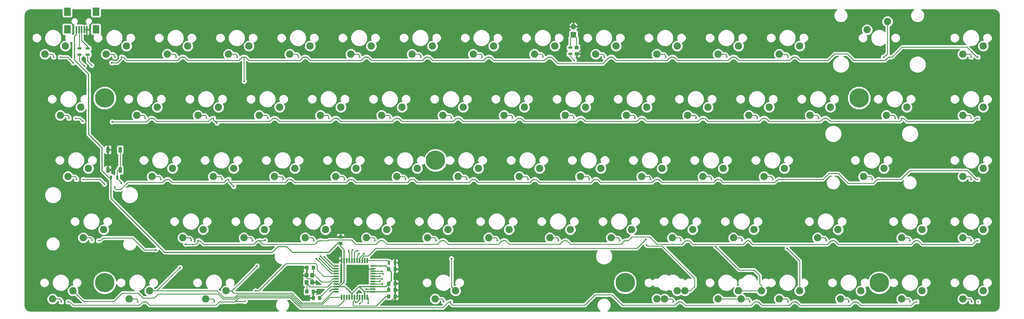
<source format=gbl>
G04 #@! TF.FileFunction,Copper,L2,Bot,Signal*
%FSLAX46Y46*%
G04 Gerber Fmt 4.6, Leading zero omitted, Abs format (unit mm)*
G04 Created by KiCad (PCBNEW 4.0.5+dfsg1-4) date Tue Oct 24 00:16:02 2017*
%MOMM*%
%LPD*%
G01*
G04 APERTURE LIST*
%ADD10C,0.100000*%
%ADD11C,2.286000*%
%ADD12C,6.000000*%
%ADD13R,0.550000X1.500000*%
%ADD14R,1.500000X0.550000*%
%ADD15R,0.500000X2.300000*%
%ADD16R,2.000000X2.500000*%
%ADD17R,1.000000X1.700000*%
%ADD18R,1.700000X1.700000*%
%ADD19O,1.700000X1.700000*%
%ADD20R,1.000000X1.250000*%
%ADD21R,1.250000X1.000000*%
%ADD22R,0.600000X0.450000*%
%ADD23R,1.300000X0.700000*%
%ADD24R,0.700000X1.300000*%
%ADD25R,1.200000X1.400000*%
%ADD26C,0.600000*%
%ADD27C,0.250000*%
%ADD28C,0.300000*%
%ADD29C,0.254000*%
G04 APERTURE END LIST*
D10*
D11*
X35560000Y-57467500D03*
X41910000Y-54927500D03*
D12*
X295275240Y-128587459D03*
X289000240Y-71087459D03*
X216175240Y-128587459D03*
X157150240Y-90487459D03*
X54150240Y-128587459D03*
D11*
X207010000Y-57467500D03*
X213360000Y-54927500D03*
X40322500Y-76517500D03*
X46672500Y-73977500D03*
X264160000Y-133667500D03*
X270510000Y-131127500D03*
X54610000Y-57467500D03*
X60960000Y-54927500D03*
X157003750Y-133667500D03*
X163353750Y-131127500D03*
D13*
X135906250Y-133096875D03*
X135106250Y-133096875D03*
X134306250Y-133096875D03*
X133506250Y-133096875D03*
X132706250Y-133096875D03*
X131906250Y-133096875D03*
X131106250Y-133096875D03*
X130306250Y-133096875D03*
X129506250Y-133096875D03*
X128706250Y-133096875D03*
X127906250Y-133096875D03*
D14*
X126206250Y-131396875D03*
X126206250Y-130596875D03*
X126206250Y-129796875D03*
X126206250Y-128996875D03*
X126206250Y-128196875D03*
X126206250Y-127396875D03*
X126206250Y-126596875D03*
X126206250Y-125796875D03*
X126206250Y-124996875D03*
X126206250Y-124196875D03*
X126206250Y-123396875D03*
D13*
X127906250Y-121696875D03*
X128706250Y-121696875D03*
X129506250Y-121696875D03*
X130306250Y-121696875D03*
X131106250Y-121696875D03*
X131906250Y-121696875D03*
X132706250Y-121696875D03*
X133506250Y-121696875D03*
X134306250Y-121696875D03*
X135106250Y-121696875D03*
X135906250Y-121696875D03*
D14*
X137606250Y-123396875D03*
X137606250Y-124196875D03*
X137606250Y-124996875D03*
X137606250Y-125796875D03*
X137606250Y-126596875D03*
X137606250Y-127396875D03*
X137606250Y-128196875D03*
X137606250Y-128996875D03*
X137606250Y-129796875D03*
X137606250Y-130596875D03*
X137606250Y-131396875D03*
D11*
X78422500Y-114617500D03*
X84772500Y-112077500D03*
X290353750Y-95567500D03*
X296703750Y-93027500D03*
X116522500Y-114617500D03*
X122872500Y-112077500D03*
X85566250Y-133667500D03*
X91916250Y-131127500D03*
X168910000Y-57467500D03*
X175260000Y-54927500D03*
X73660000Y-57467500D03*
X80010000Y-54927500D03*
X226060000Y-57467500D03*
X232410000Y-54927500D03*
X245110000Y-57467500D03*
X251460000Y-54927500D03*
X264160000Y-57467500D03*
X270510000Y-54927500D03*
X297815000Y-47307500D03*
X291465000Y-49847500D03*
X235585000Y-76517500D03*
X241935000Y-73977500D03*
X254635000Y-76517500D03*
X260985000Y-73977500D03*
X273685000Y-76517500D03*
X280035000Y-73977500D03*
X297497500Y-76517500D03*
X303847500Y-73977500D03*
X240347500Y-95567500D03*
X246697500Y-93027500D03*
X259397500Y-95567500D03*
X265747500Y-93027500D03*
X92710000Y-57467500D03*
X99060000Y-54927500D03*
X249872500Y-114617500D03*
X256222500Y-112077500D03*
X111760000Y-57467500D03*
X118110000Y-54927500D03*
X130810000Y-57467500D03*
X137160000Y-54927500D03*
X149860000Y-57467500D03*
X156210000Y-54927500D03*
X187960000Y-57467500D03*
X194310000Y-54927500D03*
X64135000Y-76517500D03*
X70485000Y-73977500D03*
X83185000Y-76517500D03*
X89535000Y-73977500D03*
X102235000Y-76517500D03*
X108585000Y-73977500D03*
X121285000Y-76517500D03*
X127635000Y-73977500D03*
X140335000Y-76517500D03*
X146685000Y-73977500D03*
X159385000Y-76517500D03*
X165735000Y-73977500D03*
X178435000Y-76517500D03*
X184785000Y-73977500D03*
X197485000Y-76517500D03*
X203835000Y-73977500D03*
X216535000Y-76517500D03*
X222885000Y-73977500D03*
X42703750Y-95567500D03*
X49053750Y-93027500D03*
X68897500Y-95567500D03*
X75247500Y-93027500D03*
X87947500Y-95567500D03*
X94297500Y-93027500D03*
X106997500Y-95567500D03*
X113347500Y-93027500D03*
X126047500Y-95567500D03*
X132397500Y-93027500D03*
X145097500Y-95567500D03*
X151447500Y-93027500D03*
X164147500Y-95567500D03*
X170497500Y-93027500D03*
X183197500Y-95567500D03*
X189547500Y-93027500D03*
X202247500Y-95567500D03*
X208597500Y-93027500D03*
X221297500Y-95567500D03*
X227647500Y-93027500D03*
X97472500Y-114617500D03*
X103822500Y-112077500D03*
X135572500Y-114617500D03*
X141922500Y-112077500D03*
X154622500Y-114617500D03*
X160972500Y-112077500D03*
X173672500Y-114617500D03*
X180022500Y-112077500D03*
X192722500Y-114617500D03*
X199072500Y-112077500D03*
X211772500Y-114617500D03*
X218122500Y-112077500D03*
X230822500Y-114617500D03*
X237172500Y-112077500D03*
X37941250Y-133667500D03*
X44291250Y-131127500D03*
X61753750Y-133667500D03*
X68103750Y-131127500D03*
D15*
X45375000Y-49800000D03*
X46175000Y-49800000D03*
X46975000Y-49800000D03*
X47775000Y-49800000D03*
X48575000Y-49800000D03*
D16*
X42525000Y-49700000D03*
X42525000Y-44200000D03*
X51425000Y-49700000D03*
X51425000Y-44200000D03*
D17*
X55175000Y-87212500D03*
X55175000Y-93512500D03*
X58975000Y-87212500D03*
X58975000Y-93512500D03*
D11*
X47466250Y-114617500D03*
X53816250Y-112077500D03*
X228441250Y-133667500D03*
X234791250Y-131127500D03*
X252253750Y-133667500D03*
X258603750Y-131127500D03*
D18*
X200075000Y-51402500D03*
D19*
X200075000Y-48862500D03*
D20*
X117075000Y-123862500D03*
X119075000Y-123862500D03*
X117075000Y-131362500D03*
X119075000Y-131362500D03*
X142575000Y-124362500D03*
X144575000Y-124362500D03*
X142575000Y-128862500D03*
X144575000Y-128862500D03*
D21*
X127575000Y-116362500D03*
X127575000Y-114362500D03*
D20*
X121075000Y-133362500D03*
X119075000Y-133362500D03*
X142575000Y-130862500D03*
X144575000Y-130862500D03*
X142575000Y-132862500D03*
X144575000Y-132862500D03*
D21*
X201075000Y-55362500D03*
X201075000Y-57362500D03*
D22*
X40340625Y-58340625D03*
X38240625Y-58340625D03*
X230840625Y-58340625D03*
X228740625Y-58340625D03*
X249890625Y-58340625D03*
X247790625Y-58340625D03*
X268940625Y-58340625D03*
X266840625Y-58340625D03*
X298706250Y-58340625D03*
X296606250Y-58340625D03*
X59390625Y-58340625D03*
X57290625Y-58340625D03*
X240365625Y-77390625D03*
X238265625Y-77390625D03*
X259415625Y-77390625D03*
X257315625Y-77390625D03*
X278465625Y-77390625D03*
X276365625Y-77390625D03*
X302278125Y-77390625D03*
X300178125Y-77390625D03*
X78440625Y-58340625D03*
X76340625Y-58340625D03*
X245128125Y-96440625D03*
X243028125Y-96440625D03*
X264178125Y-96440625D03*
X262078125Y-96440625D03*
X295134375Y-96440625D03*
X293034375Y-96440625D03*
X97490625Y-58340625D03*
X95390625Y-58340625D03*
X254653125Y-115490625D03*
X252553125Y-115490625D03*
X116540625Y-58340625D03*
X114440625Y-58340625D03*
X268940625Y-134540625D03*
X266840625Y-134540625D03*
X135590625Y-58340625D03*
X133490625Y-58340625D03*
X154640625Y-58340625D03*
X152540625Y-58340625D03*
X173690625Y-58340625D03*
X171590625Y-58340625D03*
X192625000Y-58340625D03*
X190525000Y-58340625D03*
X211790625Y-58340625D03*
X209690625Y-58340625D03*
X45103125Y-77390625D03*
X43003125Y-77390625D03*
X68775000Y-77390625D03*
X66675000Y-77390625D03*
X87965625Y-77390625D03*
X85865625Y-77390625D03*
X107015625Y-77390625D03*
X104915625Y-77390625D03*
X126065625Y-77390625D03*
X123965625Y-77390625D03*
X145115625Y-77390625D03*
X143015625Y-77390625D03*
X164165625Y-77390625D03*
X162065625Y-77390625D03*
X183215625Y-77390625D03*
X181115625Y-77390625D03*
X202265625Y-77390625D03*
X200165625Y-77390625D03*
X221315625Y-77390625D03*
X219215625Y-77390625D03*
X47484375Y-96440625D03*
X45384375Y-96440625D03*
X73678125Y-96440625D03*
X71578125Y-96440625D03*
X92728125Y-96440625D03*
X90628125Y-96440625D03*
X111778125Y-96440625D03*
X109678125Y-96440625D03*
X130828125Y-96440625D03*
X128728125Y-96440625D03*
X149878125Y-96440625D03*
X147778125Y-96440625D03*
X168928125Y-96440625D03*
X166828125Y-96440625D03*
X187978125Y-96440625D03*
X185878125Y-96440625D03*
X207028125Y-96440625D03*
X204928125Y-96440625D03*
X226078125Y-96440625D03*
X223978125Y-96440625D03*
X52246875Y-115490625D03*
X50146875Y-115490625D03*
X83203125Y-115490625D03*
X81103125Y-115490625D03*
X102253125Y-115490625D03*
X100153125Y-115490625D03*
X121303125Y-115490625D03*
X119203125Y-115490625D03*
X140353125Y-115490625D03*
X138253125Y-115490625D03*
X159403125Y-115490625D03*
X157303125Y-115490625D03*
X178453125Y-115490625D03*
X176353125Y-115490625D03*
X197503125Y-115490625D03*
X195403125Y-115490625D03*
X216553125Y-115490625D03*
X214453125Y-115490625D03*
X235603125Y-115490625D03*
X233503125Y-115490625D03*
X42721875Y-134540625D03*
X40621875Y-134540625D03*
X66534375Y-134540625D03*
X64434375Y-134540625D03*
X90346875Y-134540625D03*
X88246875Y-134540625D03*
X161784375Y-134540625D03*
X159684375Y-134540625D03*
X233221875Y-134540625D03*
X231121875Y-134540625D03*
X257034375Y-134540625D03*
X254934375Y-134540625D03*
D23*
X48869600Y-55681840D03*
X48869600Y-57581840D03*
X46296580Y-57581840D03*
X46296580Y-55681840D03*
D24*
X56125000Y-95862500D03*
X58025000Y-95862500D03*
X142625000Y-122362500D03*
X144525000Y-122362500D03*
D23*
X199075000Y-57312500D03*
X199075000Y-55412500D03*
D25*
X117021875Y-128496875D03*
X117021875Y-126296875D03*
X118721875Y-126296875D03*
X118721875Y-128496875D03*
D22*
X325950000Y-58340625D03*
X323850000Y-58340625D03*
X325950000Y-77390625D03*
X323850000Y-77390625D03*
X325950000Y-96440625D03*
X323850000Y-96440625D03*
X306900000Y-115490625D03*
X304800000Y-115490625D03*
X325950000Y-115490625D03*
X323850000Y-115490625D03*
X287850000Y-134540625D03*
X285750000Y-134540625D03*
X306900000Y-134540625D03*
X304800000Y-134540625D03*
X326090625Y-134540625D03*
X323990625Y-134540625D03*
D11*
X321310000Y-57467500D03*
X327660000Y-54927500D03*
X321310000Y-76517500D03*
X327660000Y-73977500D03*
X321310000Y-95567500D03*
X327660000Y-93027500D03*
X302260000Y-114617500D03*
X308610000Y-112077500D03*
X321310000Y-114617500D03*
X327660000Y-112077500D03*
X283210000Y-133667500D03*
X289560000Y-131127500D03*
X302260000Y-133667500D03*
X308610000Y-131127500D03*
X321310000Y-133667500D03*
X327660000Y-131127500D03*
X226060000Y-133667500D03*
X232410000Y-131127500D03*
X245110000Y-133667500D03*
X251460000Y-131127500D03*
X276066250Y-114617500D03*
X282416250Y-112077500D03*
D22*
X280846875Y-115490625D03*
X278746875Y-115490625D03*
D12*
X54150240Y-71087459D03*
D26*
X141575000Y-134612502D03*
X135575000Y-130612500D03*
X135075000Y-124362500D03*
X133075000Y-131362500D03*
X127825000Y-127362500D03*
X120575000Y-130862500D03*
X120575000Y-128862500D03*
X44324996Y-60112500D03*
X56325000Y-60112500D03*
X122574984Y-120612500D03*
X97575000Y-65862500D03*
X56491949Y-78529449D03*
X47325000Y-78362500D03*
X121327977Y-120353538D03*
X89075000Y-78862500D03*
X57325000Y-98862500D03*
X54075000Y-97862500D03*
X121075018Y-121112500D03*
X94325000Y-98612500D03*
X79325000Y-116612500D03*
X70075000Y-118362500D03*
X120075000Y-121112500D03*
X104075000Y-115362500D03*
X97825000Y-134362494D03*
X101075000Y-131112500D03*
X266575000Y-117862500D03*
X139825000Y-126612518D03*
X140524356Y-127410908D03*
X139825000Y-128112500D03*
X140575000Y-128987510D03*
X77575000Y-123862500D03*
X101575000Y-123362500D03*
X130075000Y-118612500D03*
X131325000Y-118362500D03*
X162075000Y-121112500D03*
X132825000Y-118612500D03*
X133325000Y-119612500D03*
X134825000Y-119612500D03*
X222825004Y-116862500D03*
X140509306Y-125046806D03*
X244325000Y-117362500D03*
X140825000Y-125862500D03*
X50075000Y-60862500D03*
X132325000Y-134612502D03*
X133575008Y-135112500D03*
X47825000Y-61112500D03*
X59325000Y-97612500D03*
X124325000Y-131112500D03*
X222575000Y-115112500D03*
X200325000Y-59362500D03*
X136175000Y-134862500D03*
D27*
X48575000Y-49800000D02*
X47775000Y-49800000D01*
X55175000Y-87212500D02*
X55175000Y-77762500D01*
X55175000Y-77762500D02*
X59575000Y-73362500D01*
X59575000Y-73362500D02*
X59575000Y-68362500D01*
X51575000Y-60362500D02*
X51575000Y-54842500D01*
X51575000Y-54842500D02*
X48575000Y-51842500D01*
X59575000Y-68362500D02*
X51575000Y-60362500D01*
X48575000Y-51842500D02*
X48575000Y-49800000D01*
X200075000Y-48862500D02*
X201277081Y-48862500D01*
X201277081Y-48862500D02*
X202575000Y-50160419D01*
X202575000Y-50160419D02*
X202575000Y-55987500D01*
X202575000Y-55987500D02*
X201200000Y-57362500D01*
X201200000Y-57362500D02*
X201075000Y-57362500D01*
X201287500Y-57150000D02*
X201075000Y-57362500D01*
X141999264Y-134612502D02*
X141575000Y-134612502D01*
X144575000Y-132987500D02*
X142949998Y-134612502D01*
X142949998Y-134612502D02*
X141999264Y-134612502D01*
X144575000Y-132862500D02*
X144575000Y-132987500D01*
X144525000Y-122362500D02*
X144525000Y-124312500D01*
X144525000Y-124312500D02*
X144575000Y-124362500D01*
X144575000Y-124362500D02*
X144575000Y-128862500D01*
X144575000Y-130862500D02*
X144575000Y-132862500D01*
X144575000Y-128862500D02*
X144575000Y-130862500D01*
X137606250Y-130596875D02*
X135590625Y-130596875D01*
X135590625Y-130596875D02*
X135575000Y-130612500D01*
X135075000Y-124362500D02*
X137440625Y-124362500D01*
X137440625Y-124362500D02*
X137606250Y-124196875D01*
X127825000Y-127362500D02*
X127825000Y-121778125D01*
X127825000Y-121778125D02*
X127906250Y-121696875D01*
X133075000Y-131362500D02*
X132706250Y-131731250D01*
X132706250Y-131731250D02*
X132706250Y-133096875D01*
X126206250Y-128996875D02*
X127206250Y-128996875D01*
X127206250Y-128996875D02*
X127825000Y-128378125D01*
X127825000Y-128378125D02*
X127825000Y-127362500D01*
X119075000Y-131362500D02*
X119075000Y-133362500D01*
X120275001Y-131162499D02*
X120575000Y-130862500D01*
X120075000Y-131362500D02*
X120275001Y-131162499D01*
X119075000Y-131362500D02*
X120075000Y-131362500D01*
X118721875Y-128496875D02*
X120209375Y-128496875D01*
X120209375Y-128496875D02*
X120575000Y-128862500D01*
X55175000Y-93512500D02*
X55175000Y-92412500D01*
X55175000Y-92412500D02*
X55175000Y-87212500D01*
X118721875Y-128496875D02*
X118721875Y-127546875D01*
X118721875Y-127546875D02*
X118537500Y-127362500D01*
X118537500Y-127362500D02*
X117137500Y-127362500D01*
X117137500Y-127362500D02*
X117021875Y-127246875D01*
X117021875Y-127246875D02*
X117021875Y-126296875D01*
X118721875Y-128496875D02*
X118721875Y-128096875D01*
X117021875Y-126396875D02*
X117021875Y-126296875D01*
X117075000Y-123862500D02*
X117075000Y-126243750D01*
X117075000Y-126243750D02*
X117021875Y-126296875D01*
X117021875Y-126296875D02*
X117021875Y-126696875D01*
X118721875Y-128396875D02*
X118721875Y-128496875D01*
X118721875Y-126296875D02*
X119571875Y-126296875D01*
X119571875Y-126296875D02*
X121637500Y-128362500D01*
X121637500Y-128362500D02*
X124143750Y-128362500D01*
X124143750Y-128362500D02*
X125109375Y-127396875D01*
X125109375Y-127396875D02*
X126206250Y-127396875D01*
X119075000Y-123862500D02*
X119075000Y-125943750D01*
X119075000Y-125943750D02*
X118721875Y-126296875D01*
X117075000Y-131362500D02*
X117075000Y-128550000D01*
X117075000Y-128550000D02*
X117021875Y-128496875D01*
X117021875Y-128496875D02*
X117021875Y-128809375D01*
X117021875Y-128809375D02*
X118075000Y-129862500D01*
X125206250Y-128196875D02*
X126206250Y-128196875D01*
X118075000Y-129862500D02*
X123540625Y-129862500D01*
X123540625Y-129862500D02*
X125206250Y-128196875D01*
D28*
X44725000Y-53922500D02*
X44725000Y-59262500D01*
X45375000Y-49800000D02*
X45375000Y-51250000D01*
X45375000Y-51250000D02*
X44725000Y-51900000D01*
X44725000Y-51900000D02*
X44725000Y-53922500D01*
X44725000Y-59262500D02*
X49143401Y-63680901D01*
X55475000Y-95862500D02*
X56125000Y-95862500D01*
X49143401Y-63680901D02*
X49143401Y-82430901D01*
X49143401Y-82430901D02*
X53325000Y-86612500D01*
X53325000Y-86612500D02*
X53325000Y-93712500D01*
X53325000Y-93712500D02*
X55475000Y-95862500D01*
X135106250Y-133096875D02*
X135106250Y-132046875D01*
X135106250Y-132046875D02*
X134956250Y-131896875D01*
X134956250Y-131896875D02*
X134956250Y-131396875D01*
X134921875Y-131362500D02*
X133356250Y-129796875D01*
X137606250Y-131396875D02*
X134956250Y-131396875D01*
X134956250Y-131396875D02*
X134921875Y-131362500D01*
D27*
X137575000Y-131362500D02*
X134921875Y-131362500D01*
D28*
X131106250Y-132046875D02*
X133356250Y-129796875D01*
X133356250Y-129796875D02*
X137606250Y-129796875D01*
X56125000Y-95862500D02*
X56125000Y-102412500D01*
X56125000Y-102412500D02*
X72825000Y-119112500D01*
X72825000Y-119112500D02*
X106325000Y-119112500D01*
X106325000Y-119112500D02*
X108075000Y-117362500D01*
X110825000Y-117362500D02*
X112575000Y-119112500D01*
X108075000Y-117362500D02*
X110825000Y-117362500D01*
X112575000Y-119112500D02*
X123900000Y-119112500D01*
X123900000Y-119112500D02*
X126650000Y-116362500D01*
X126650000Y-116362500D02*
X127575000Y-116362500D01*
X143375000Y-127937500D02*
X143375000Y-125287500D01*
X142575000Y-124487500D02*
X142575000Y-124362500D01*
X142575000Y-128862500D02*
X142575000Y-128737500D01*
X143375000Y-125287500D02*
X142575000Y-124487500D01*
X142575000Y-128737500D02*
X143375000Y-127937500D01*
X137606250Y-123396875D02*
X141734375Y-123396875D01*
X141734375Y-123396875D02*
X142575000Y-124237500D01*
X142575000Y-124237500D02*
X142575000Y-124362500D01*
X142575000Y-130862500D02*
X142575000Y-128862500D01*
X137606250Y-131396875D02*
X142040625Y-131396875D01*
X142040625Y-131396875D02*
X142575000Y-130862500D01*
X137606250Y-129796875D02*
X141765625Y-129796875D01*
X141765625Y-129796875D02*
X142575000Y-128987500D01*
X142575000Y-128987500D02*
X142575000Y-128862500D01*
X131106250Y-133096875D02*
X131106250Y-132046875D01*
X127256250Y-129796875D02*
X128856250Y-129796875D01*
X128856250Y-129796875D02*
X131106250Y-132046875D01*
X128706250Y-121696875D02*
X128706250Y-128346875D01*
X127256250Y-129796875D02*
X126206250Y-129796875D01*
X128706250Y-128346875D02*
X127256250Y-129796875D01*
X127575000Y-116362500D02*
X127575000Y-117162500D01*
X127575000Y-117162500D02*
X128706250Y-118293750D01*
X128706250Y-118293750D02*
X128706250Y-120646875D01*
X128706250Y-120646875D02*
X128706250Y-121696875D01*
D27*
X121075000Y-133362500D02*
X121075000Y-133237500D01*
X121075000Y-133237500D02*
X124515625Y-129796875D01*
X124515625Y-129796875D02*
X125206250Y-129796875D01*
X125206250Y-129796875D02*
X126206250Y-129796875D01*
X141649996Y-132862500D02*
X138649996Y-135862500D01*
X138649996Y-135862500D02*
X131575000Y-135862500D01*
X142575000Y-132862500D02*
X141649996Y-132862500D01*
X131449994Y-134553131D02*
X131906250Y-134096875D01*
X131575000Y-135862500D02*
X131449994Y-135737494D01*
X131449994Y-135737494D02*
X131449994Y-134553131D01*
X131906250Y-134096875D02*
X131906250Y-133096875D01*
X298706250Y-58340625D02*
X299256250Y-58340625D01*
X325653125Y-58340625D02*
X325950000Y-58340625D01*
X299256250Y-58340625D02*
X302334375Y-55262500D01*
X302334375Y-55262500D02*
X322575000Y-55262500D01*
X322575000Y-55262500D02*
X325653125Y-58340625D01*
X268940625Y-58340625D02*
X269490625Y-58340625D01*
X269490625Y-58340625D02*
X270512500Y-59362500D01*
X270512500Y-59362500D02*
X279325000Y-59362500D01*
X281325000Y-57362500D02*
X285325000Y-57362500D01*
X279325000Y-59362500D02*
X281325000Y-57362500D01*
X285325000Y-57362500D02*
X287325000Y-59362500D01*
X287325000Y-59362500D02*
X297134375Y-59362500D01*
X297134375Y-59362500D02*
X298156250Y-58340625D01*
X298156250Y-58340625D02*
X298706250Y-58340625D01*
X249890625Y-58340625D02*
X250440625Y-58340625D01*
X250440625Y-58340625D02*
X251462500Y-59362500D01*
X251462500Y-59362500D02*
X267368750Y-59362500D01*
X267368750Y-59362500D02*
X268390625Y-58340625D01*
X268390625Y-58340625D02*
X268940625Y-58340625D01*
X230840625Y-58340625D02*
X231390625Y-58340625D01*
X231390625Y-58340625D02*
X232412500Y-59362500D01*
X232412500Y-59362500D02*
X248318750Y-59362500D01*
X248318750Y-59362500D02*
X249340625Y-58340625D01*
X249340625Y-58340625D02*
X249890625Y-58340625D01*
X192625000Y-58340625D02*
X193175000Y-58340625D01*
X193175000Y-58340625D02*
X195196875Y-60362500D01*
X195196875Y-60362500D02*
X209218750Y-60362500D01*
X209218750Y-60362500D02*
X211240625Y-58340625D01*
X211240625Y-58340625D02*
X211790625Y-58340625D01*
X211790625Y-58340625D02*
X212340625Y-58340625D01*
X213362500Y-59362500D02*
X229268750Y-59362500D01*
X212340625Y-58340625D02*
X213362500Y-59362500D01*
X229268750Y-59362500D02*
X230290625Y-58340625D01*
X230290625Y-58340625D02*
X230840625Y-58340625D01*
X173690625Y-58340625D02*
X174240625Y-58340625D01*
X174240625Y-58340625D02*
X175262500Y-59362500D01*
X175262500Y-59362500D02*
X191053125Y-59362500D01*
X191053125Y-59362500D02*
X192075000Y-58340625D01*
X192075000Y-58340625D02*
X192625000Y-58340625D01*
X154640625Y-58340625D02*
X155190625Y-58340625D01*
X155190625Y-58340625D02*
X156212500Y-59362500D01*
X156212500Y-59362500D02*
X172118750Y-59362500D01*
X172118750Y-59362500D02*
X173140625Y-58340625D01*
X173140625Y-58340625D02*
X173690625Y-58340625D01*
X135590625Y-58340625D02*
X136140625Y-58340625D01*
X136140625Y-58340625D02*
X137162500Y-59362500D01*
X137162500Y-59362500D02*
X153068750Y-59362500D01*
X153068750Y-59362500D02*
X154090625Y-58340625D01*
X154090625Y-58340625D02*
X154640625Y-58340625D01*
X116540625Y-58340625D02*
X117090625Y-58340625D01*
X117090625Y-58340625D02*
X118112500Y-59362500D01*
X118112500Y-59362500D02*
X134018750Y-59362500D01*
X134018750Y-59362500D02*
X135040625Y-58340625D01*
X135040625Y-58340625D02*
X135590625Y-58340625D01*
X97490625Y-58340625D02*
X98040625Y-58340625D01*
X98040625Y-58340625D02*
X99062500Y-59362500D01*
X99062500Y-59362500D02*
X114968750Y-59362500D01*
X114968750Y-59362500D02*
X115990625Y-58340625D01*
X115990625Y-58340625D02*
X116540625Y-58340625D01*
X78440625Y-58340625D02*
X78990625Y-58340625D01*
X78990625Y-58340625D02*
X80012500Y-59362500D01*
X80012500Y-59362500D02*
X95918750Y-59362500D01*
X95918750Y-59362500D02*
X96940625Y-58340625D01*
X96940625Y-58340625D02*
X97490625Y-58340625D01*
X59390625Y-58340625D02*
X59940625Y-58340625D01*
X59940625Y-58340625D02*
X60962500Y-59362500D01*
X60962500Y-59362500D02*
X76868750Y-59362500D01*
X77890625Y-58340625D02*
X78440625Y-58340625D01*
X76868750Y-59362500D02*
X77890625Y-58340625D01*
X44024997Y-59812501D02*
X44324996Y-60112500D01*
X42553121Y-58340625D02*
X44024997Y-59812501D01*
X40340625Y-58340625D02*
X42553121Y-58340625D01*
X56325000Y-60112500D02*
X58093750Y-60112500D01*
X58093750Y-60112500D02*
X59390625Y-58815625D01*
X59390625Y-58815625D02*
X59390625Y-58340625D01*
X126206250Y-123396875D02*
X125359375Y-123396875D01*
X125359375Y-123396875D02*
X122575000Y-120612500D01*
X122575000Y-120612500D02*
X122574984Y-120612500D01*
X97490625Y-65778125D02*
X97575000Y-65862500D01*
X97490625Y-58340625D02*
X97490625Y-65778125D01*
X35560000Y-57467500D02*
X37842500Y-57467500D01*
X37842500Y-57467500D02*
X38240625Y-57865625D01*
X38240625Y-57865625D02*
X38240625Y-58340625D01*
X226060000Y-57467500D02*
X228342500Y-57467500D01*
X228740625Y-57865625D02*
X228740625Y-58340625D01*
X228342500Y-57467500D02*
X228740625Y-57865625D01*
X245110000Y-57467500D02*
X247392500Y-57467500D01*
X247392500Y-57467500D02*
X247790625Y-57865625D01*
X247790625Y-57865625D02*
X247790625Y-58340625D01*
X264160000Y-57467500D02*
X266442500Y-57467500D01*
X266442500Y-57467500D02*
X266840625Y-57865625D01*
X266840625Y-57865625D02*
X266840625Y-58340625D01*
X297815000Y-47307500D02*
X297815000Y-57206875D01*
X297815000Y-57206875D02*
X296681250Y-58340625D01*
X296681250Y-58340625D02*
X296606250Y-58340625D01*
X54610000Y-57467500D02*
X56892500Y-57467500D01*
X57290625Y-57865625D02*
X57290625Y-58340625D01*
X56892500Y-57467500D02*
X57290625Y-57865625D01*
X56916213Y-78529449D02*
X56491949Y-78529449D01*
X68775000Y-77390625D02*
X68225000Y-77390625D01*
X68225000Y-77390625D02*
X67086176Y-78529449D01*
X67086176Y-78529449D02*
X56916213Y-78529449D01*
X302278125Y-77390625D02*
X302828125Y-77390625D01*
X302828125Y-77390625D02*
X303900000Y-78462500D01*
X303900000Y-78462500D02*
X324328125Y-78462500D01*
X324328125Y-78462500D02*
X325400000Y-77390625D01*
X325400000Y-77390625D02*
X325950000Y-77390625D01*
X278465625Y-77390625D02*
X279015625Y-77390625D01*
X279015625Y-77390625D02*
X279987500Y-78362500D01*
X279987500Y-78362500D02*
X301781250Y-78362500D01*
X301781250Y-78362500D02*
X302278125Y-77865625D01*
X302278125Y-77865625D02*
X302278125Y-77390625D01*
X259415625Y-77390625D02*
X259965625Y-77390625D01*
X259965625Y-77390625D02*
X260937500Y-78362500D01*
X260937500Y-78362500D02*
X276943750Y-78362500D01*
X276943750Y-78362500D02*
X277915625Y-77390625D01*
X277915625Y-77390625D02*
X278465625Y-77390625D01*
X240365625Y-77390625D02*
X240915625Y-77390625D01*
X240915625Y-77390625D02*
X241887500Y-78362500D01*
X241887500Y-78362500D02*
X257893750Y-78362500D01*
X257893750Y-78362500D02*
X258865625Y-77390625D01*
X258865625Y-77390625D02*
X259415625Y-77390625D01*
X221315625Y-77390625D02*
X221865625Y-77390625D01*
X221865625Y-77390625D02*
X222837500Y-78362500D01*
X222837500Y-78362500D02*
X238843750Y-78362500D01*
X238843750Y-78362500D02*
X239815625Y-77390625D01*
X239815625Y-77390625D02*
X240365625Y-77390625D01*
X202265625Y-77390625D02*
X202815625Y-77390625D01*
X202815625Y-77390625D02*
X203787500Y-78362500D01*
X203787500Y-78362500D02*
X219793750Y-78362500D01*
X219793750Y-78362500D02*
X220765625Y-77390625D01*
X220765625Y-77390625D02*
X221315625Y-77390625D01*
X183215625Y-77390625D02*
X183765625Y-77390625D01*
X184737500Y-78362500D02*
X200743750Y-78362500D01*
X183765625Y-77390625D02*
X184737500Y-78362500D01*
X200743750Y-78362500D02*
X201715625Y-77390625D01*
X201715625Y-77390625D02*
X202265625Y-77390625D01*
X164165625Y-77390625D02*
X164715625Y-77390625D01*
X164715625Y-77390625D02*
X165687500Y-78362500D01*
X181693750Y-78362500D02*
X182665625Y-77390625D01*
X165687500Y-78362500D02*
X181693750Y-78362500D01*
X182665625Y-77390625D02*
X183215625Y-77390625D01*
X145115625Y-77390625D02*
X145665625Y-77390625D01*
X145665625Y-77390625D02*
X146637500Y-78362500D01*
X146637500Y-78362500D02*
X162643750Y-78362500D01*
X162643750Y-78362500D02*
X163615625Y-77390625D01*
X163615625Y-77390625D02*
X164165625Y-77390625D01*
X126065625Y-77390625D02*
X126615625Y-77390625D01*
X126615625Y-77390625D02*
X127587500Y-78362500D01*
X127587500Y-78362500D02*
X143593750Y-78362500D01*
X143593750Y-78362500D02*
X144565625Y-77390625D01*
X144565625Y-77390625D02*
X145115625Y-77390625D01*
X107015625Y-77390625D02*
X107565625Y-77390625D01*
X107565625Y-77390625D02*
X108537500Y-78362500D01*
X108537500Y-78362500D02*
X124543750Y-78362500D01*
X124543750Y-78362500D02*
X125515625Y-77390625D01*
X125515625Y-77390625D02*
X126065625Y-77390625D01*
X68775000Y-77390625D02*
X69325000Y-77390625D01*
X69325000Y-77390625D02*
X70296875Y-78362500D01*
X86443750Y-78362500D02*
X87415625Y-77390625D01*
X70296875Y-78362500D02*
X86443750Y-78362500D01*
X87415625Y-77390625D02*
X87965625Y-77390625D01*
X47025001Y-78062501D02*
X47325000Y-78362500D01*
X46353125Y-77390625D02*
X47025001Y-78062501D01*
X45103125Y-77390625D02*
X46353125Y-77390625D01*
X126206250Y-124196875D02*
X125171314Y-124196875D01*
X125171314Y-124196875D02*
X121627976Y-120653537D01*
X121627976Y-120653537D02*
X121327977Y-120353538D01*
X88462500Y-78362500D02*
X88575000Y-78362500D01*
X88575000Y-78362500D02*
X89075000Y-78862500D01*
X87965625Y-77390625D02*
X87965625Y-77865625D01*
X87965625Y-77865625D02*
X88462500Y-78362500D01*
X88462500Y-78362500D02*
X105493750Y-78362500D01*
X105493750Y-78362500D02*
X106465625Y-77390625D01*
X106465625Y-77390625D02*
X107015625Y-77390625D01*
X235585000Y-76517500D02*
X237867500Y-76517500D01*
X237867500Y-76517500D02*
X238265625Y-76915625D01*
X238265625Y-76915625D02*
X238265625Y-77390625D01*
X254635000Y-76517500D02*
X256917500Y-76517500D01*
X256917500Y-76517500D02*
X257315625Y-76915625D01*
X257315625Y-76915625D02*
X257315625Y-77390625D01*
X273685000Y-76517500D02*
X275967500Y-76517500D01*
X275967500Y-76517500D02*
X276365625Y-76915625D01*
X276365625Y-76915625D02*
X276365625Y-77390625D01*
X297497500Y-76517500D02*
X299780000Y-76517500D01*
X299780000Y-76517500D02*
X300178125Y-76915625D01*
X300178125Y-76915625D02*
X300178125Y-77390625D01*
X73660000Y-57467500D02*
X75942500Y-57467500D01*
X75942500Y-57467500D02*
X76340625Y-57865625D01*
X76340625Y-57865625D02*
X76340625Y-58340625D01*
X295134375Y-96440625D02*
X301996875Y-96440625D01*
X301996875Y-96440625D02*
X304775000Y-93662500D01*
X322621875Y-93662500D02*
X325400000Y-96440625D01*
X304775000Y-93662500D02*
X322621875Y-93662500D01*
X325400000Y-96440625D02*
X325950000Y-96440625D01*
X264178125Y-96440625D02*
X277746875Y-96440625D01*
X277746875Y-96440625D02*
X279575000Y-94612500D01*
X279575000Y-94612500D02*
X282575000Y-94612500D01*
X285575000Y-97612500D02*
X293412500Y-97612500D01*
X282575000Y-94612500D02*
X285575000Y-97612500D01*
X294584375Y-96440625D02*
X295134375Y-96440625D01*
X293412500Y-97612500D02*
X294584375Y-96440625D01*
X245128125Y-96440625D02*
X245678125Y-96440625D01*
X245678125Y-96440625D02*
X246600000Y-97362500D01*
X246600000Y-97362500D02*
X262706250Y-97362500D01*
X262706250Y-97362500D02*
X263628125Y-96440625D01*
X263628125Y-96440625D02*
X264178125Y-96440625D01*
X226078125Y-96440625D02*
X226628125Y-96440625D01*
X226628125Y-96440625D02*
X227550000Y-97362500D01*
X227550000Y-97362500D02*
X243656250Y-97362500D01*
X243656250Y-97362500D02*
X244578125Y-96440625D01*
X244578125Y-96440625D02*
X245128125Y-96440625D01*
X207028125Y-96440625D02*
X207578125Y-96440625D01*
X224606250Y-97362500D02*
X225528125Y-96440625D01*
X207578125Y-96440625D02*
X208500000Y-97362500D01*
X208500000Y-97362500D02*
X224606250Y-97362500D01*
X225528125Y-96440625D02*
X226078125Y-96440625D01*
X187978125Y-96440625D02*
X188528125Y-96440625D01*
X188528125Y-96440625D02*
X189450000Y-97362500D01*
X189450000Y-97362500D02*
X205556250Y-97362500D01*
X205556250Y-97362500D02*
X206478125Y-96440625D01*
X206478125Y-96440625D02*
X207028125Y-96440625D01*
X168928125Y-96440625D02*
X169478125Y-96440625D01*
X169478125Y-96440625D02*
X170400000Y-97362500D01*
X170400000Y-97362500D02*
X186506250Y-97362500D01*
X187428125Y-96440625D02*
X187978125Y-96440625D01*
X186506250Y-97362500D02*
X187428125Y-96440625D01*
X149878125Y-96440625D02*
X150428125Y-96440625D01*
X150428125Y-96440625D02*
X151350000Y-97362500D01*
X151350000Y-97362500D02*
X167575000Y-97362500D01*
X167575000Y-97362500D02*
X168496875Y-96440625D01*
X168496875Y-96440625D02*
X168928125Y-96440625D01*
X130828125Y-96440625D02*
X131378125Y-96440625D01*
X131378125Y-96440625D02*
X132300000Y-97362500D01*
X132300000Y-97362500D02*
X148406250Y-97362500D01*
X148406250Y-97362500D02*
X149328125Y-96440625D01*
X149328125Y-96440625D02*
X149878125Y-96440625D01*
X111778125Y-96440625D02*
X112328125Y-96440625D01*
X112328125Y-96440625D02*
X113250000Y-97362500D01*
X113250000Y-97362500D02*
X129356250Y-97362500D01*
X129356250Y-97362500D02*
X130278125Y-96440625D01*
X130278125Y-96440625D02*
X130828125Y-96440625D01*
X73678125Y-96440625D02*
X74228125Y-96440625D01*
X74228125Y-96440625D02*
X75150000Y-97362500D01*
X75150000Y-97362500D02*
X91256250Y-97362500D01*
X91256250Y-97362500D02*
X92178125Y-96440625D01*
X92178125Y-96440625D02*
X92728125Y-96440625D01*
X57325000Y-98862500D02*
X57325000Y-99286764D01*
X57325000Y-99286764D02*
X57650736Y-99612500D01*
X57650736Y-99612500D02*
X59075000Y-99612500D01*
X59075000Y-99612500D02*
X61325000Y-97362500D01*
X61325000Y-97362500D02*
X72206250Y-97362500D01*
X72206250Y-97362500D02*
X73128125Y-96440625D01*
X73128125Y-96440625D02*
X73678125Y-96440625D01*
X47484375Y-96440625D02*
X52653125Y-96440625D01*
X52653125Y-96440625D02*
X54075000Y-97862500D01*
X121375017Y-121412499D02*
X121075018Y-121112500D01*
X124959393Y-124996875D02*
X121375017Y-121412499D01*
X126206250Y-124996875D02*
X124959393Y-124996875D01*
X93175000Y-97362500D02*
X93175000Y-97462500D01*
X93175000Y-97462500D02*
X94325000Y-98612500D01*
X92728125Y-96440625D02*
X92728125Y-96915625D01*
X92728125Y-96915625D02*
X93175000Y-97362500D01*
X111228125Y-96440625D02*
X111778125Y-96440625D01*
X93175000Y-97362500D02*
X110306250Y-97362500D01*
X110306250Y-97362500D02*
X111228125Y-96440625D01*
X240347500Y-95567500D02*
X242630000Y-95567500D01*
X243028125Y-95965625D02*
X243028125Y-96440625D01*
X242630000Y-95567500D02*
X243028125Y-95965625D01*
X259397500Y-95567500D02*
X261680000Y-95567500D01*
X261680000Y-95567500D02*
X262078125Y-95965625D01*
X262078125Y-95965625D02*
X262078125Y-96440625D01*
X290353750Y-95567500D02*
X292636250Y-95567500D01*
X292636250Y-95567500D02*
X293034375Y-95965625D01*
X293034375Y-95965625D02*
X293034375Y-96440625D01*
X92710000Y-57467500D02*
X94992500Y-57467500D01*
X94992500Y-57467500D02*
X95390625Y-57865625D01*
X95390625Y-57865625D02*
X95390625Y-58340625D01*
X121303125Y-115490625D02*
X123696875Y-115490625D01*
X138681250Y-116612500D02*
X139803125Y-115490625D01*
X123696875Y-115490625D02*
X123925000Y-115262500D01*
X123925000Y-115262500D02*
X130975000Y-115262500D01*
X130975000Y-115262500D02*
X132325000Y-116612500D01*
X132325000Y-116612500D02*
X138681250Y-116612500D01*
X139803125Y-115490625D02*
X140353125Y-115490625D01*
X306900000Y-115490625D02*
X307450000Y-115490625D01*
X307450000Y-115490625D02*
X308621875Y-116662500D01*
X308621875Y-116662500D02*
X324228125Y-116662500D01*
X324228125Y-116662500D02*
X325400000Y-115490625D01*
X325400000Y-115490625D02*
X325950000Y-115490625D01*
X280846875Y-115490625D02*
X281396875Y-115490625D01*
X282568750Y-116662500D02*
X305178125Y-116662500D01*
X305178125Y-116662500D02*
X306350000Y-115490625D01*
X281396875Y-115490625D02*
X282568750Y-116662500D01*
X306350000Y-115490625D02*
X306900000Y-115490625D01*
X254653125Y-115490625D02*
X255825000Y-116662500D01*
X255825000Y-116662500D02*
X279125000Y-116662500D01*
X279125000Y-116662500D02*
X280296875Y-115490625D01*
X280296875Y-115490625D02*
X280846875Y-115490625D01*
X216553125Y-115490625D02*
X217103125Y-115490625D01*
X217103125Y-115490625D02*
X218231250Y-114362500D01*
X218231250Y-114362500D02*
X223825000Y-114362500D01*
X223825000Y-114362500D02*
X226075000Y-116612500D01*
X226075000Y-116612500D02*
X233931250Y-116612500D01*
X235053125Y-115490625D02*
X235603125Y-115490625D01*
X233931250Y-116612500D02*
X235053125Y-115490625D01*
X235603125Y-115490625D02*
X236153125Y-115490625D01*
X236153125Y-115490625D02*
X237275000Y-116612500D01*
X254103125Y-115490625D02*
X254653125Y-115490625D01*
X237275000Y-116612500D02*
X252981250Y-116612500D01*
X252981250Y-116612500D02*
X254103125Y-115490625D01*
X197503125Y-115490625D02*
X198053125Y-115490625D01*
X198053125Y-115490625D02*
X199175000Y-116612500D01*
X199175000Y-116612500D02*
X214881250Y-116612500D01*
X214881250Y-116612500D02*
X216003125Y-115490625D01*
X216003125Y-115490625D02*
X216553125Y-115490625D01*
X178453125Y-115490625D02*
X179003125Y-115490625D01*
X179003125Y-115490625D02*
X180125000Y-116612500D01*
X180125000Y-116612500D02*
X195831250Y-116612500D01*
X195831250Y-116612500D02*
X196953125Y-115490625D01*
X196953125Y-115490625D02*
X197503125Y-115490625D01*
X159403125Y-115490625D02*
X159953125Y-115490625D01*
X159953125Y-115490625D02*
X161075000Y-116612500D01*
X161075000Y-116612500D02*
X176781250Y-116612500D01*
X176781250Y-116612500D02*
X177903125Y-115490625D01*
X177903125Y-115490625D02*
X178453125Y-115490625D01*
X140353125Y-115490625D02*
X140903125Y-115490625D01*
X142025000Y-116612500D02*
X157731250Y-116612500D01*
X157731250Y-116612500D02*
X158853125Y-115490625D01*
X140903125Y-115490625D02*
X142025000Y-116612500D01*
X158853125Y-115490625D02*
X159403125Y-115490625D01*
X83203125Y-115490625D02*
X83753125Y-115490625D01*
X84875000Y-116612500D02*
X100581250Y-116612500D01*
X83753125Y-115490625D02*
X84875000Y-116612500D01*
X100581250Y-116612500D02*
X101703125Y-115490625D01*
X101703125Y-115490625D02*
X102253125Y-115490625D01*
X79325000Y-116612500D02*
X82556250Y-116612500D01*
X82556250Y-116612500D02*
X83203125Y-115965625D01*
X83203125Y-115965625D02*
X83203125Y-115490625D01*
X66520772Y-118362500D02*
X70075000Y-118362500D01*
X52246875Y-115490625D02*
X52796875Y-115490625D01*
X52796875Y-115490625D02*
X53614001Y-114673499D01*
X53614001Y-114673499D02*
X62831771Y-114673499D01*
X62831771Y-114673499D02*
X66520772Y-118362500D01*
X120374999Y-121412499D02*
X120075000Y-121112500D01*
X124759375Y-125796875D02*
X120374999Y-121412499D01*
X126206250Y-125796875D02*
X124759375Y-125796875D01*
X102253125Y-115490625D02*
X103946875Y-115490625D01*
X103946875Y-115490625D02*
X104075000Y-115362500D01*
X102253125Y-115490625D02*
X103375000Y-116612500D01*
X103375000Y-116612500D02*
X119631250Y-116612500D01*
X119631250Y-116612500D02*
X120753125Y-115490625D01*
X120753125Y-115490625D02*
X121303125Y-115490625D01*
X249872500Y-114617500D02*
X252155000Y-114617500D01*
X252155000Y-114617500D02*
X252553125Y-115015625D01*
X252553125Y-115015625D02*
X252553125Y-115490625D01*
X276066250Y-114617500D02*
X278348750Y-114617500D01*
X278348750Y-114617500D02*
X278746875Y-115015625D01*
X278746875Y-115015625D02*
X278746875Y-115490625D01*
X111760000Y-57467500D02*
X114042500Y-57467500D01*
X114042500Y-57467500D02*
X114440625Y-57865625D01*
X114440625Y-57865625D02*
X114440625Y-58340625D01*
X287850000Y-134540625D02*
X288400000Y-134540625D01*
X288400000Y-134540625D02*
X289521875Y-135662500D01*
X289521875Y-135662500D02*
X305228125Y-135662500D01*
X305228125Y-135662500D02*
X306350000Y-134540625D01*
X306350000Y-134540625D02*
X306900000Y-134540625D01*
X268940625Y-134540625D02*
X269490625Y-134540625D01*
X269490625Y-134540625D02*
X270612500Y-135662500D01*
X270612500Y-135662500D02*
X286178125Y-135662500D01*
X286178125Y-135662500D02*
X287300000Y-134540625D01*
X287300000Y-134540625D02*
X287850000Y-134540625D01*
X257034375Y-134540625D02*
X257584375Y-134540625D01*
X257584375Y-134540625D02*
X258706250Y-135662500D01*
X258706250Y-135662500D02*
X267268750Y-135662500D01*
X267268750Y-135662500D02*
X268390625Y-134540625D01*
X268390625Y-134540625D02*
X268940625Y-134540625D01*
X233221875Y-134540625D02*
X233771875Y-134540625D01*
X233771875Y-134540625D02*
X234893750Y-135662500D01*
X234893750Y-135662500D02*
X255362500Y-135662500D01*
X255362500Y-135662500D02*
X256484375Y-134540625D01*
X256484375Y-134540625D02*
X257034375Y-134540625D01*
X215325000Y-135612500D02*
X231600000Y-135612500D01*
X231600000Y-135612500D02*
X232671875Y-134540625D01*
X232671875Y-134540625D02*
X233221875Y-134540625D01*
X161784375Y-134540625D02*
X161784375Y-135015625D01*
X161784375Y-135015625D02*
X162381250Y-135612500D01*
X212075000Y-132362500D02*
X215325000Y-135612500D01*
X162381250Y-135612500D02*
X203575000Y-135612500D01*
X203575000Y-135612500D02*
X206825000Y-132362500D01*
X206825000Y-132362500D02*
X212075000Y-132362500D01*
X126206250Y-126596875D02*
X122309375Y-126596875D01*
X119825000Y-122612500D02*
X110657724Y-122612500D01*
X122309375Y-126596875D02*
X120325000Y-124612500D01*
X120325000Y-124612500D02*
X120325000Y-123112500D01*
X120325000Y-123112500D02*
X119825000Y-122612500D01*
X110657724Y-122612500D02*
X102157724Y-131112500D01*
X102157724Y-131112500D02*
X101075000Y-131112500D01*
X94646875Y-134540625D02*
X94825000Y-134362500D01*
X97400736Y-134362494D02*
X97825000Y-134362494D01*
X94825000Y-134362500D02*
X97400730Y-134362500D01*
X97400730Y-134362500D02*
X97400736Y-134362494D01*
X114552180Y-135862500D02*
X114575001Y-135862500D01*
X114575001Y-135862500D02*
X115075001Y-136362500D01*
X115075001Y-136362500D02*
X159412500Y-136362500D01*
X159412500Y-136362500D02*
X161234375Y-134540625D01*
X161234375Y-134540625D02*
X161784375Y-134540625D01*
X90346875Y-134540625D02*
X94646875Y-134540625D01*
X94646875Y-134540625D02*
X95874990Y-133312510D01*
X95874990Y-133312510D02*
X112002190Y-133312510D01*
X112002190Y-133312510D02*
X114552180Y-135862500D01*
X114552180Y-135862500D02*
X114575000Y-135862500D01*
X90346875Y-134540625D02*
X90421875Y-134540625D01*
X66534375Y-134540625D02*
X67084375Y-134540625D01*
X68156250Y-135612500D02*
X88725000Y-135612500D01*
X67084375Y-134540625D02*
X68156250Y-135612500D01*
X88725000Y-135612500D02*
X89796875Y-134540625D01*
X89796875Y-134540625D02*
X90346875Y-134540625D01*
X42721875Y-134540625D02*
X43271875Y-134540625D01*
X43271875Y-134540625D02*
X44343750Y-135612500D01*
X44343750Y-135612500D02*
X64912500Y-135612500D01*
X64912500Y-135612500D02*
X65984375Y-134540625D01*
X65984375Y-134540625D02*
X66534375Y-134540625D01*
X264160000Y-133667500D02*
X266442500Y-133667500D01*
X266442500Y-133667500D02*
X266840625Y-134065625D01*
X266840625Y-134065625D02*
X266840625Y-134540625D01*
X130810000Y-57467500D02*
X133092500Y-57467500D01*
X133092500Y-57467500D02*
X133490625Y-57865625D01*
X133490625Y-57865625D02*
X133490625Y-58340625D01*
X149860000Y-57467500D02*
X152142500Y-57467500D01*
X152142500Y-57467500D02*
X152540625Y-57865625D01*
X152540625Y-57865625D02*
X152540625Y-58340625D01*
X168910000Y-57467500D02*
X171192500Y-57467500D01*
X171192500Y-57467500D02*
X171590625Y-57865625D01*
X171590625Y-57865625D02*
X171590625Y-58340625D01*
X187960000Y-57467500D02*
X190126875Y-57467500D01*
X190126875Y-57467500D02*
X190525000Y-57865625D01*
X190525000Y-57865625D02*
X190525000Y-58340625D01*
X207010000Y-57467500D02*
X209292500Y-57467500D01*
X209292500Y-57467500D02*
X209690625Y-57865625D01*
X209690625Y-57865625D02*
X209690625Y-58340625D01*
X40322500Y-76517500D02*
X42605000Y-76517500D01*
X42605000Y-76517500D02*
X43003125Y-76915625D01*
X43003125Y-76915625D02*
X43003125Y-77390625D01*
X64135000Y-76517500D02*
X66276875Y-76517500D01*
X66276875Y-76517500D02*
X66675000Y-76915625D01*
X66675000Y-76915625D02*
X66675000Y-77390625D01*
X83185000Y-76517500D02*
X85467500Y-76517500D01*
X85467500Y-76517500D02*
X85865625Y-76915625D01*
X85865625Y-76915625D02*
X85865625Y-77390625D01*
X102235000Y-76517500D02*
X104517500Y-76517500D01*
X104517500Y-76517500D02*
X104915625Y-76915625D01*
X104915625Y-76915625D02*
X104915625Y-77390625D01*
X121285000Y-76517500D02*
X123567500Y-76517500D01*
X123567500Y-76517500D02*
X123965625Y-76915625D01*
X123965625Y-76915625D02*
X123965625Y-77390625D01*
X140335000Y-76517500D02*
X142617500Y-76517500D01*
X142617500Y-76517500D02*
X143015625Y-76915625D01*
X143015625Y-76915625D02*
X143015625Y-77390625D01*
X159385000Y-76517500D02*
X161667500Y-76517500D01*
X161667500Y-76517500D02*
X162065625Y-76915625D01*
X162065625Y-76915625D02*
X162065625Y-77390625D01*
X178435000Y-76517500D02*
X180717500Y-76517500D01*
X180717500Y-76517500D02*
X181115625Y-76915625D01*
X181115625Y-76915625D02*
X181115625Y-77390625D01*
X197485000Y-76517500D02*
X199767500Y-76517500D01*
X199767500Y-76517500D02*
X200165625Y-76915625D01*
X200165625Y-76915625D02*
X200165625Y-77390625D01*
X216535000Y-76517500D02*
X218817500Y-76517500D01*
X218817500Y-76517500D02*
X219215625Y-76915625D01*
X219215625Y-76915625D02*
X219215625Y-77390625D01*
X42703750Y-95567500D02*
X44986250Y-95567500D01*
X44986250Y-95567500D02*
X45384375Y-95965625D01*
X45384375Y-95965625D02*
X45384375Y-96440625D01*
X68897500Y-95567500D02*
X71180000Y-95567500D01*
X71578125Y-95965625D02*
X71578125Y-96440625D01*
X71180000Y-95567500D02*
X71578125Y-95965625D01*
X87947500Y-95567500D02*
X90230000Y-95567500D01*
X90230000Y-95567500D02*
X90628125Y-95965625D01*
X90628125Y-95965625D02*
X90628125Y-96440625D01*
X106997500Y-95567500D02*
X109280000Y-95567500D01*
X109280000Y-95567500D02*
X109678125Y-95965625D01*
X109678125Y-95965625D02*
X109678125Y-96440625D01*
X126047500Y-95567500D02*
X128330000Y-95567500D01*
X128330000Y-95567500D02*
X128728125Y-95965625D01*
X128728125Y-95965625D02*
X128728125Y-96440625D01*
X145097500Y-95567500D02*
X147380000Y-95567500D01*
X147380000Y-95567500D02*
X147778125Y-95965625D01*
X147778125Y-95965625D02*
X147778125Y-96440625D01*
X164147500Y-95567500D02*
X166430000Y-95567500D01*
X166430000Y-95567500D02*
X166828125Y-95965625D01*
X166828125Y-95965625D02*
X166828125Y-96440625D01*
X183197500Y-95567500D02*
X185480000Y-95567500D01*
X185480000Y-95567500D02*
X185878125Y-95965625D01*
X185878125Y-95965625D02*
X185878125Y-96440625D01*
X202247500Y-95567500D02*
X204530000Y-95567500D01*
X204928125Y-95965625D02*
X204928125Y-96440625D01*
X204530000Y-95567500D02*
X204928125Y-95965625D01*
X221297500Y-95567500D02*
X223580000Y-95567500D01*
X223580000Y-95567500D02*
X223978125Y-95965625D01*
X223978125Y-95965625D02*
X223978125Y-96440625D01*
X47466250Y-114617500D02*
X49748750Y-114617500D01*
X49748750Y-114617500D02*
X50146875Y-115015625D01*
X50146875Y-115015625D02*
X50146875Y-115490625D01*
X78422500Y-114617500D02*
X80705000Y-114617500D01*
X80705000Y-114617500D02*
X81103125Y-115015625D01*
X81103125Y-115015625D02*
X81103125Y-115490625D01*
X97472500Y-114617500D02*
X99755000Y-114617500D01*
X99755000Y-114617500D02*
X100153125Y-115015625D01*
X100153125Y-115015625D02*
X100153125Y-115490625D01*
X116522500Y-114617500D02*
X118805000Y-114617500D01*
X118805000Y-114617500D02*
X119203125Y-115015625D01*
X119203125Y-115015625D02*
X119203125Y-115490625D01*
X135572500Y-114617500D02*
X137855000Y-114617500D01*
X137855000Y-114617500D02*
X138253125Y-115015625D01*
X138253125Y-115015625D02*
X138253125Y-115490625D01*
X154622500Y-114617500D02*
X156905000Y-114617500D01*
X156905000Y-114617500D02*
X157303125Y-115015625D01*
X157303125Y-115015625D02*
X157303125Y-115490625D01*
X173672500Y-114617500D02*
X175955000Y-114617500D01*
X175955000Y-114617500D02*
X176353125Y-115015625D01*
X176353125Y-115015625D02*
X176353125Y-115490625D01*
X192722500Y-114617500D02*
X195005000Y-114617500D01*
X195005000Y-114617500D02*
X195403125Y-115015625D01*
X195403125Y-115015625D02*
X195403125Y-115490625D01*
X211772500Y-114617500D02*
X214055000Y-114617500D01*
X214055000Y-114617500D02*
X214453125Y-115015625D01*
X214453125Y-115015625D02*
X214453125Y-115490625D01*
X230822500Y-114617500D02*
X233105000Y-114617500D01*
X233105000Y-114617500D02*
X233503125Y-115015625D01*
X233503125Y-115015625D02*
X233503125Y-115490625D01*
X37941250Y-133667500D02*
X40223750Y-133667500D01*
X40223750Y-133667500D02*
X40621875Y-134065625D01*
X40621875Y-134065625D02*
X40621875Y-134540625D01*
X61753750Y-133667500D02*
X64036250Y-133667500D01*
X64036250Y-133667500D02*
X64434375Y-134065625D01*
X64434375Y-134065625D02*
X64434375Y-134540625D01*
X85566250Y-133667500D02*
X87848750Y-133667500D01*
X87848750Y-133667500D02*
X88246875Y-134065625D01*
X88246875Y-134065625D02*
X88246875Y-134540625D01*
X157003750Y-133667500D02*
X159286250Y-133667500D01*
X159286250Y-133667500D02*
X159684375Y-134065625D01*
X159684375Y-134065625D02*
X159684375Y-134540625D01*
X228441250Y-133667500D02*
X226060000Y-133667500D01*
X228441250Y-133667500D02*
X230723750Y-133667500D01*
X230723750Y-133667500D02*
X231121875Y-134065625D01*
X231121875Y-134065625D02*
X231121875Y-134540625D01*
X252253750Y-133667500D02*
X254536250Y-133667500D01*
X254536250Y-133667500D02*
X254934375Y-134065625D01*
X254934375Y-134065625D02*
X254934375Y-134540625D01*
X245110000Y-133667500D02*
X246726446Y-133667500D01*
X246726446Y-133667500D02*
X252253750Y-133667500D01*
X44291250Y-131127500D02*
X47526250Y-134362500D01*
X47526250Y-134362500D02*
X57075000Y-134362500D01*
X57075000Y-134362500D02*
X59575000Y-131862500D01*
X59575000Y-131862500D02*
X64575000Y-131862500D01*
X64575000Y-131862500D02*
X66075000Y-133362500D01*
X66075000Y-133362500D02*
X69575000Y-133362500D01*
X69575000Y-133362500D02*
X70825000Y-132112500D01*
X70825000Y-132112500D02*
X89438590Y-132112500D01*
X95575000Y-132862500D02*
X112211411Y-132862500D01*
X126940625Y-135862500D02*
X128706250Y-134096875D01*
X89438590Y-132112500D02*
X90938590Y-133612500D01*
X90938590Y-133612500D02*
X94825000Y-133612500D01*
X94825000Y-133612500D02*
X95575000Y-132862500D01*
X112211411Y-132862500D02*
X115211411Y-135862500D01*
X115211411Y-135862500D02*
X126940625Y-135862500D01*
X128706250Y-134096875D02*
X128706250Y-133096875D01*
X266575000Y-117862500D02*
X270510000Y-121797500D01*
X270510000Y-121797500D02*
X270510000Y-131127500D01*
X139400736Y-126612518D02*
X139825000Y-126612518D01*
X139809357Y-126596875D02*
X139825000Y-126612518D01*
X137621893Y-126612518D02*
X139400736Y-126612518D01*
X137621875Y-126612500D02*
X137621893Y-126612518D01*
X137606250Y-126596875D02*
X139809357Y-126596875D01*
X137606250Y-127396875D02*
X140510323Y-127396875D01*
X140510323Y-127396875D02*
X140524356Y-127410908D01*
X139740625Y-128196875D02*
X139825000Y-128112500D01*
X137606250Y-128196875D02*
X139740625Y-128196875D01*
X137606250Y-128996875D02*
X140565635Y-128996875D01*
X140565635Y-128996875D02*
X140575000Y-128987510D01*
X77575000Y-123862500D02*
X70310000Y-131127500D01*
X70310000Y-131127500D02*
X68103750Y-131127500D01*
X68103750Y-131127500D02*
X89090000Y-131127500D01*
X124142660Y-133096875D02*
X127381250Y-133096875D01*
X127381250Y-133096875D02*
X127906250Y-133096875D01*
X89090000Y-131127500D02*
X91075000Y-133112500D01*
X91075000Y-133112500D02*
X94688589Y-133112500D01*
X94688589Y-133112500D02*
X95438589Y-132362500D01*
X95438589Y-132362500D02*
X112347822Y-132362500D01*
X115347822Y-135362500D02*
X121877035Y-135362500D01*
X112347822Y-132362500D02*
X115347822Y-135362500D01*
X121877035Y-135362500D02*
X124142660Y-133096875D01*
X101575000Y-123362500D02*
X93810000Y-131127500D01*
X93810000Y-131127500D02*
X91916250Y-131127500D01*
X126206250Y-131396875D02*
X125206250Y-131396875D01*
X125206250Y-131396875D02*
X121740625Y-134862500D01*
X121740625Y-134862500D02*
X115484233Y-134862500D01*
X115484233Y-134862500D02*
X112484233Y-131862500D01*
X112484233Y-131862500D02*
X94267696Y-131862500D01*
X94267696Y-131862500D02*
X93532696Y-131127500D01*
X93532696Y-131127500D02*
X91916250Y-131127500D01*
X130075000Y-118612500D02*
X130075000Y-119036764D01*
X130075000Y-119036764D02*
X130306250Y-119268014D01*
X130306250Y-119268014D02*
X130306250Y-120696875D01*
X130306250Y-120696875D02*
X130306250Y-121696875D01*
X131325000Y-118362500D02*
X131025001Y-118662499D01*
X131025001Y-118662499D02*
X131025001Y-121615626D01*
X131025001Y-121615626D02*
X131106250Y-121696875D01*
X162075000Y-121536764D02*
X162075000Y-121112500D01*
X163353750Y-131127500D02*
X162075000Y-129848750D01*
X162075000Y-129848750D02*
X162075000Y-121536764D01*
X132825000Y-118612500D02*
X132400736Y-118612500D01*
X132400736Y-118612500D02*
X131906250Y-119106986D01*
X131906250Y-119106986D02*
X131906250Y-120696875D01*
X131906250Y-120696875D02*
X131906250Y-121696875D01*
X133325000Y-119612500D02*
X132706250Y-120231250D01*
X132706250Y-120231250D02*
X132706250Y-121696875D01*
X134825000Y-119612500D02*
X133506250Y-120931250D01*
X133506250Y-120931250D02*
X133506250Y-121696875D01*
X222825004Y-116862500D02*
X223125003Y-117162499D01*
X223125003Y-117162499D02*
X227674999Y-117162499D01*
X237775000Y-127262500D02*
X237775000Y-129760196D01*
X227674999Y-117162499D02*
X237775000Y-127262500D01*
X237775000Y-129760196D02*
X236407696Y-131127500D01*
X236407696Y-131127500D02*
X234791250Y-131127500D01*
X232410000Y-131127500D02*
X234791250Y-131127500D01*
X137606250Y-124996875D02*
X140459375Y-124996875D01*
X140459375Y-124996875D02*
X140509306Y-125046806D01*
X251460000Y-131127500D02*
X253076446Y-131127500D01*
X253076446Y-131127500D02*
X258603750Y-131127500D01*
X244325000Y-117362500D02*
X251575000Y-124612500D01*
X251575000Y-124612500D02*
X256325000Y-124612500D01*
X256325000Y-124612500D02*
X258075000Y-126362500D01*
X258603750Y-129511054D02*
X258603750Y-131127500D01*
X258075000Y-126362500D02*
X258075000Y-128982304D01*
X258075000Y-128982304D02*
X258603750Y-129511054D01*
X140759375Y-125796875D02*
X140825000Y-125862500D01*
X137606250Y-125796875D02*
X140759375Y-125796875D01*
X46296580Y-55681840D02*
X46296580Y-49921580D01*
X46296580Y-49921580D02*
X46175000Y-49800000D01*
X48869600Y-55681840D02*
X48869600Y-55081840D01*
X46975000Y-53187240D02*
X46975000Y-51200000D01*
X48869600Y-55081840D02*
X46975000Y-53187240D01*
X46975000Y-51200000D02*
X46975000Y-49800000D01*
X48869600Y-59657100D02*
X49775001Y-60562501D01*
X48869600Y-57581840D02*
X48869600Y-59657100D01*
X49775001Y-60562501D02*
X50075000Y-60862500D01*
X133506250Y-133855516D02*
X132749264Y-134612502D01*
X133506250Y-133096875D02*
X133506250Y-133855516D01*
X132749264Y-134612502D02*
X132325000Y-134612502D01*
X133875007Y-134812501D02*
X133575008Y-135112500D01*
X134306250Y-134381258D02*
X133875007Y-134812501D01*
X134306250Y-133096875D02*
X134306250Y-134381258D01*
X47825000Y-61112500D02*
X46296580Y-59584080D01*
X46296580Y-59584080D02*
X46296580Y-57581840D01*
X58025000Y-95862500D02*
X58025000Y-96162500D01*
X58025000Y-96162500D02*
X59325000Y-97462500D01*
X59325000Y-97462500D02*
X59325000Y-97612500D01*
X124840625Y-130596875D02*
X124325000Y-131112500D01*
X126206250Y-130596875D02*
X124840625Y-130596875D01*
X58975000Y-93512500D02*
X58975000Y-92412500D01*
X58975000Y-92412500D02*
X58975000Y-87212500D01*
X58025000Y-95862500D02*
X58025000Y-93712500D01*
X58025000Y-93712500D02*
X58225000Y-93512500D01*
X58225000Y-93512500D02*
X58975000Y-93512500D01*
X142625000Y-122362500D02*
X142625000Y-122062500D01*
X142625000Y-122062500D02*
X142259375Y-121696875D01*
X142259375Y-121696875D02*
X136431250Y-121696875D01*
X136431250Y-121696875D02*
X135906250Y-121696875D01*
X199075000Y-55412500D02*
X199075000Y-52402500D01*
X199075000Y-52402500D02*
X200075000Y-51402500D01*
X201075000Y-55362500D02*
X201075000Y-52402500D01*
X201075000Y-52402500D02*
X200075000Y-51402500D01*
X222275001Y-115412499D02*
X222575000Y-115112500D01*
X138575000Y-117862500D02*
X219825000Y-117862500D01*
X136199999Y-120237501D02*
X138575000Y-117862500D01*
X134955622Y-120237501D02*
X136199999Y-120237501D01*
X134306250Y-120886873D02*
X134955622Y-120237501D01*
X134306250Y-121696875D02*
X134306250Y-120886873D01*
X219825000Y-117862500D02*
X222275001Y-115412499D01*
X199075000Y-57312500D02*
X199075000Y-58112500D01*
X199075000Y-58112500D02*
X200325000Y-59362500D01*
X321310000Y-57467500D02*
X323451875Y-57467500D01*
X323451875Y-57467500D02*
X323850000Y-57865625D01*
X323850000Y-57865625D02*
X323850000Y-58340625D01*
X321310000Y-76517500D02*
X323451875Y-76517500D01*
X323451875Y-76517500D02*
X323850000Y-76915625D01*
X323850000Y-76915625D02*
X323850000Y-77390625D01*
X321310000Y-95567500D02*
X323451875Y-95567500D01*
X323451875Y-95567500D02*
X323850000Y-95965625D01*
X323850000Y-95965625D02*
X323850000Y-96440625D01*
X302260000Y-114617500D02*
X304401875Y-114617500D01*
X304401875Y-114617500D02*
X304800000Y-115015625D01*
X304800000Y-115015625D02*
X304800000Y-115490625D01*
X321310000Y-114617500D02*
X323451875Y-114617500D01*
X323451875Y-114617500D02*
X323850000Y-115015625D01*
X323850000Y-115015625D02*
X323850000Y-115490625D01*
X283210000Y-133667500D02*
X285351875Y-133667500D01*
X285351875Y-133667500D02*
X285750000Y-134065625D01*
X285750000Y-134065625D02*
X285750000Y-134540625D01*
X302260000Y-133667500D02*
X304401875Y-133667500D01*
X304401875Y-133667500D02*
X304800000Y-134065625D01*
X304800000Y-134065625D02*
X304800000Y-134540625D01*
X321310000Y-133667500D02*
X323592500Y-133667500D01*
X323592500Y-133667500D02*
X323990625Y-134065625D01*
X323990625Y-134065625D02*
X323990625Y-134540625D01*
X136175000Y-134862500D02*
X136175000Y-133365625D01*
X136175000Y-133365625D02*
X135906250Y-133096875D01*
D29*
G36*
X40877560Y-45450000D02*
X40921838Y-45685317D01*
X41060910Y-45901441D01*
X41273110Y-46046431D01*
X41525000Y-46097440D01*
X43525000Y-46097440D01*
X43760317Y-46053162D01*
X43976441Y-45914090D01*
X44121431Y-45701890D01*
X44172440Y-45450000D01*
X44172440Y-43572500D01*
X49777560Y-43572500D01*
X49777560Y-45450000D01*
X49821838Y-45685317D01*
X49960910Y-45901441D01*
X50173110Y-46046431D01*
X50425000Y-46097440D01*
X52425000Y-46097440D01*
X52660317Y-46053162D01*
X52876441Y-45914090D01*
X53021431Y-45701890D01*
X53072440Y-45450000D01*
X53072440Y-43572500D01*
X282114243Y-43572500D01*
X281507756Y-44177928D01*
X281178376Y-44971164D01*
X281177626Y-45830067D01*
X281505622Y-46623877D01*
X282112428Y-47231744D01*
X282905664Y-47561124D01*
X283764567Y-47561874D01*
X284558377Y-47233878D01*
X285166244Y-46627072D01*
X285495624Y-45833836D01*
X285496374Y-44974933D01*
X285168378Y-44181123D01*
X284561572Y-43573256D01*
X284559751Y-43572500D01*
X305990243Y-43572500D01*
X305383756Y-44177928D01*
X305054376Y-44971164D01*
X305053626Y-45830067D01*
X305381622Y-46623877D01*
X305988428Y-47231744D01*
X306781664Y-47561124D01*
X307640567Y-47561874D01*
X308434377Y-47233878D01*
X309042244Y-46627072D01*
X309371624Y-45833836D01*
X309372374Y-44974933D01*
X309044378Y-44181123D01*
X308437572Y-43573256D01*
X308435751Y-43572500D01*
X330923819Y-43572500D01*
X331627988Y-43712568D01*
X332165667Y-44071834D01*
X332524932Y-44609512D01*
X332665000Y-45313676D01*
X332665000Y-135661324D01*
X332524932Y-136365488D01*
X332165667Y-136903166D01*
X331627988Y-137262432D01*
X330923819Y-137402500D01*
X210804507Y-137402500D01*
X211410994Y-136797072D01*
X211740374Y-136003836D01*
X211741124Y-135144933D01*
X211413128Y-134351123D01*
X210806322Y-133743256D01*
X210013086Y-133413876D01*
X209154183Y-133413126D01*
X208360373Y-133741122D01*
X207752506Y-134347928D01*
X207423126Y-135141164D01*
X207422376Y-136000067D01*
X207750372Y-136793877D01*
X208357178Y-137401744D01*
X208358999Y-137402500D01*
X110728507Y-137402500D01*
X111334994Y-136797072D01*
X111664374Y-136003836D01*
X111665124Y-135144933D01*
X111337128Y-134351123D01*
X111059001Y-134072510D01*
X111687388Y-134072510D01*
X114014779Y-136399901D01*
X114083554Y-136445855D01*
X114537600Y-136899901D01*
X114784162Y-137064648D01*
X115075001Y-137122500D01*
X159412500Y-137122500D01*
X159703339Y-137064648D01*
X159949901Y-136899901D01*
X161271875Y-135577927D01*
X161843849Y-136149901D01*
X162090411Y-136314648D01*
X162381250Y-136372500D01*
X203575000Y-136372500D01*
X203865839Y-136314648D01*
X204112401Y-136149901D01*
X207139802Y-133122500D01*
X211760198Y-133122500D01*
X214787599Y-136149901D01*
X215034161Y-136314648D01*
X215325000Y-136372500D01*
X231600000Y-136372500D01*
X231890839Y-136314648D01*
X232137401Y-136149901D01*
X232882259Y-135405043D01*
X232921875Y-135413065D01*
X233521875Y-135413065D01*
X233561969Y-135405521D01*
X234356349Y-136199901D01*
X234602911Y-136364648D01*
X234893750Y-136422500D01*
X255362500Y-136422500D01*
X255653339Y-136364648D01*
X255899901Y-136199901D01*
X256694759Y-135405043D01*
X256734375Y-135413065D01*
X257334375Y-135413065D01*
X257374469Y-135405521D01*
X258168849Y-136199901D01*
X258415411Y-136364648D01*
X258706250Y-136422500D01*
X267268750Y-136422500D01*
X267559589Y-136364648D01*
X267806151Y-136199901D01*
X268601009Y-135405043D01*
X268640625Y-135413065D01*
X269240625Y-135413065D01*
X269280719Y-135405521D01*
X270075099Y-136199901D01*
X270321661Y-136364648D01*
X270612500Y-136422500D01*
X286178125Y-136422500D01*
X286468964Y-136364648D01*
X286715526Y-136199901D01*
X287510384Y-135405043D01*
X287550000Y-135413065D01*
X288150000Y-135413065D01*
X288190094Y-135405521D01*
X288984474Y-136199901D01*
X289231036Y-136364648D01*
X289521875Y-136422500D01*
X305228125Y-136422500D01*
X305518964Y-136364648D01*
X305765526Y-136199901D01*
X306560384Y-135405043D01*
X306600000Y-135413065D01*
X307200000Y-135413065D01*
X307435317Y-135368787D01*
X307651441Y-135229715D01*
X307796431Y-135017515D01*
X307847440Y-134765625D01*
X307847440Y-134315625D01*
X307803162Y-134080308D01*
X307764107Y-134019614D01*
X319531692Y-134019614D01*
X319801806Y-134673340D01*
X320301529Y-135173936D01*
X320954782Y-135445191D01*
X321662114Y-135445808D01*
X322315840Y-135175694D01*
X322816436Y-134675971D01*
X322919610Y-134427500D01*
X323043185Y-134427500D01*
X323043185Y-134765625D01*
X323087463Y-135000942D01*
X323226535Y-135217066D01*
X323438735Y-135362056D01*
X323690625Y-135413065D01*
X324290625Y-135413065D01*
X324525942Y-135368787D01*
X324742066Y-135229715D01*
X324887056Y-135017515D01*
X324938065Y-134765625D01*
X324938065Y-134315625D01*
X325143185Y-134315625D01*
X325143185Y-134765625D01*
X325187463Y-135000942D01*
X325326535Y-135217066D01*
X325538735Y-135362056D01*
X325790625Y-135413065D01*
X326390625Y-135413065D01*
X326625942Y-135368787D01*
X326842066Y-135229715D01*
X326987056Y-135017515D01*
X327038065Y-134765625D01*
X327038065Y-134315625D01*
X326993787Y-134080308D01*
X326854715Y-133864184D01*
X326642515Y-133719194D01*
X326390625Y-133668185D01*
X325790625Y-133668185D01*
X325555308Y-133712463D01*
X325339184Y-133851535D01*
X325194194Y-134063735D01*
X325143185Y-134315625D01*
X324938065Y-134315625D01*
X324893787Y-134080308D01*
X324754715Y-133864184D01*
X324703610Y-133829265D01*
X324692773Y-133774786D01*
X324528026Y-133528224D01*
X324129901Y-133130099D01*
X323883339Y-132965352D01*
X323592500Y-132907500D01*
X322919773Y-132907500D01*
X322818194Y-132661660D01*
X322318471Y-132161064D01*
X321665218Y-131889809D01*
X320957886Y-131889192D01*
X320304160Y-132159306D01*
X319803564Y-132659029D01*
X319532309Y-133312282D01*
X319531692Y-134019614D01*
X307764107Y-134019614D01*
X307664090Y-133864184D01*
X307451890Y-133719194D01*
X307200000Y-133668185D01*
X306600000Y-133668185D01*
X306364683Y-133712463D01*
X306217931Y-133806895D01*
X306059161Y-133838477D01*
X305812599Y-134003224D01*
X305708286Y-134107537D01*
X305703162Y-134080308D01*
X305564090Y-133864184D01*
X305512985Y-133829265D01*
X305502148Y-133774786D01*
X305337401Y-133528224D01*
X304939276Y-133130099D01*
X304692714Y-132965352D01*
X304401875Y-132907500D01*
X303869773Y-132907500D01*
X303768194Y-132661660D01*
X303268471Y-132161064D01*
X302615218Y-131889809D01*
X301907886Y-131889192D01*
X301254160Y-132159306D01*
X300753564Y-132659029D01*
X300482309Y-133312282D01*
X300481692Y-134019614D01*
X300751806Y-134673340D01*
X300980566Y-134902500D01*
X289836677Y-134902500D01*
X288937401Y-134003224D01*
X288690839Y-133838477D01*
X288529496Y-133806384D01*
X288401890Y-133719194D01*
X288150000Y-133668185D01*
X287550000Y-133668185D01*
X287314683Y-133712463D01*
X287167931Y-133806895D01*
X287009161Y-133838477D01*
X286762599Y-134003224D01*
X286658286Y-134107537D01*
X286653162Y-134080308D01*
X286514090Y-133864184D01*
X286462985Y-133829265D01*
X286452148Y-133774786D01*
X286287401Y-133528224D01*
X285889276Y-133130099D01*
X285642714Y-132965352D01*
X285351875Y-132907500D01*
X284819773Y-132907500D01*
X284718194Y-132661660D01*
X284218471Y-132161064D01*
X283565218Y-131889809D01*
X282857886Y-131889192D01*
X282204160Y-132159306D01*
X281703564Y-132659029D01*
X281432309Y-133312282D01*
X281431692Y-134019614D01*
X281701806Y-134673340D01*
X281930566Y-134902500D01*
X270927302Y-134902500D01*
X270028026Y-134003224D01*
X269781464Y-133838477D01*
X269620121Y-133806384D01*
X269492515Y-133719194D01*
X269240625Y-133668185D01*
X268640625Y-133668185D01*
X268405308Y-133712463D01*
X268258556Y-133806895D01*
X268099786Y-133838477D01*
X267853224Y-134003224D01*
X267748911Y-134107537D01*
X267743787Y-134080308D01*
X267604715Y-133864184D01*
X267553610Y-133829265D01*
X267542773Y-133774786D01*
X267378026Y-133528224D01*
X266979901Y-133130099D01*
X266733339Y-132965352D01*
X266442500Y-132907500D01*
X265769773Y-132907500D01*
X265668194Y-132661660D01*
X265168471Y-132161064D01*
X264515218Y-131889809D01*
X263807886Y-131889192D01*
X263154160Y-132159306D01*
X262653564Y-132659029D01*
X262382309Y-133312282D01*
X262381692Y-134019614D01*
X262651806Y-134673340D01*
X262880566Y-134902500D01*
X259021052Y-134902500D01*
X258121776Y-134003224D01*
X257875214Y-133838477D01*
X257713871Y-133806384D01*
X257586265Y-133719194D01*
X257334375Y-133668185D01*
X256734375Y-133668185D01*
X256499058Y-133712463D01*
X256352306Y-133806895D01*
X256193536Y-133838477D01*
X255946974Y-134003224D01*
X255842661Y-134107537D01*
X255837537Y-134080308D01*
X255698465Y-133864184D01*
X255647360Y-133829265D01*
X255636523Y-133774786D01*
X255471776Y-133528224D01*
X255073651Y-133130099D01*
X254827089Y-132965352D01*
X254536250Y-132907500D01*
X253863523Y-132907500D01*
X253761944Y-132661660D01*
X253262221Y-132161064D01*
X253001048Y-132052615D01*
X253069610Y-131887500D01*
X256993977Y-131887500D01*
X257095556Y-132133340D01*
X257595279Y-132633936D01*
X258248532Y-132905191D01*
X258955864Y-132905808D01*
X259609590Y-132635694D01*
X260110186Y-132135971D01*
X260381441Y-131482718D01*
X260382058Y-130775386D01*
X260111944Y-130121660D01*
X260063935Y-130073567D01*
X260168017Y-130073658D01*
X260714345Y-129847920D01*
X260746565Y-129815756D01*
X260777206Y-129846451D01*
X261323139Y-130073142D01*
X261914267Y-130073658D01*
X262460595Y-129847920D01*
X262878951Y-129430294D01*
X263012726Y-129108126D01*
X264070645Y-129108126D01*
X264470028Y-130074707D01*
X265208904Y-130814873D01*
X266174785Y-131215942D01*
X267220626Y-131216855D01*
X268187207Y-130817472D01*
X268927373Y-130078596D01*
X269328442Y-129112715D01*
X269329355Y-128066874D01*
X268929972Y-127100293D01*
X268191096Y-126360127D01*
X267225215Y-125959058D01*
X266179374Y-125958145D01*
X265212793Y-126357528D01*
X264472627Y-127096404D01*
X264071558Y-128062285D01*
X264070645Y-129108126D01*
X263012726Y-129108126D01*
X263105642Y-128884361D01*
X263106158Y-128293233D01*
X262880420Y-127746905D01*
X262462794Y-127328549D01*
X261916861Y-127101858D01*
X261325733Y-127101342D01*
X260779405Y-127327080D01*
X260747185Y-127359244D01*
X260716544Y-127328549D01*
X260170611Y-127101858D01*
X259579483Y-127101342D01*
X259033155Y-127327080D01*
X258835000Y-127524889D01*
X258835000Y-126362500D01*
X258777148Y-126071661D01*
X258612401Y-125825099D01*
X256862401Y-124075099D01*
X256615839Y-123910352D01*
X256325000Y-123852500D01*
X251889802Y-123852500D01*
X245409802Y-117372500D01*
X252981250Y-117372500D01*
X253272089Y-117314648D01*
X253518651Y-117149901D01*
X254313509Y-116355043D01*
X254353125Y-116363065D01*
X254450763Y-116363065D01*
X255287599Y-117199901D01*
X255534161Y-117364648D01*
X255825000Y-117422500D01*
X265745301Y-117422500D01*
X265640162Y-117675701D01*
X265639838Y-118047667D01*
X265781883Y-118391443D01*
X266044673Y-118654692D01*
X266388201Y-118797338D01*
X266435077Y-118797379D01*
X269750000Y-122112302D01*
X269750000Y-129517727D01*
X269504160Y-129619306D01*
X269003564Y-130119029D01*
X268732309Y-130772282D01*
X268731692Y-131479614D01*
X269001806Y-132133340D01*
X269501529Y-132633936D01*
X270154782Y-132905191D01*
X270862114Y-132905808D01*
X271515840Y-132635694D01*
X272016436Y-132135971D01*
X272287691Y-131482718D01*
X272287693Y-131479614D01*
X287781692Y-131479614D01*
X288051806Y-132133340D01*
X288551529Y-132633936D01*
X289204782Y-132905191D01*
X289912114Y-132905808D01*
X290565840Y-132635694D01*
X291066436Y-132135971D01*
X291337691Y-131482718D01*
X291338308Y-130775386D01*
X291068194Y-130121660D01*
X291020185Y-130073567D01*
X291124267Y-130073658D01*
X291670595Y-129847920D01*
X291806797Y-129711956D01*
X292191840Y-130643831D01*
X293213489Y-131667265D01*
X294549022Y-132221827D01*
X295995114Y-132223089D01*
X297331612Y-131670859D01*
X297523191Y-131479614D01*
X306831692Y-131479614D01*
X307101806Y-132133340D01*
X307601529Y-132633936D01*
X308254782Y-132905191D01*
X308962114Y-132905808D01*
X309615840Y-132635694D01*
X310116436Y-132135971D01*
X310387691Y-131482718D01*
X310387693Y-131479614D01*
X325881692Y-131479614D01*
X326151806Y-132133340D01*
X326651529Y-132633936D01*
X327304782Y-132905191D01*
X328012114Y-132905808D01*
X328665840Y-132635694D01*
X329166436Y-132135971D01*
X329437691Y-131482718D01*
X329438308Y-130775386D01*
X329168194Y-130121660D01*
X329120185Y-130073567D01*
X329224267Y-130073658D01*
X329770595Y-129847920D01*
X330188951Y-129430294D01*
X330415642Y-128884361D01*
X330416158Y-128293233D01*
X330190420Y-127746905D01*
X329772794Y-127328549D01*
X329226861Y-127101858D01*
X328635733Y-127101342D01*
X328089405Y-127327080D01*
X327671049Y-127744706D01*
X327444358Y-128290639D01*
X327443842Y-128881767D01*
X327637097Y-129349479D01*
X327307886Y-129349192D01*
X326654160Y-129619306D01*
X326153564Y-130119029D01*
X325882309Y-130772282D01*
X325881692Y-131479614D01*
X310387693Y-131479614D01*
X310388308Y-130775386D01*
X310118194Y-130121660D01*
X310070185Y-130073567D01*
X310174267Y-130073658D01*
X310720595Y-129847920D01*
X311138951Y-129430294D01*
X311365642Y-128884361D01*
X311365644Y-128881767D01*
X317283842Y-128881767D01*
X317509580Y-129428095D01*
X317927206Y-129846451D01*
X318473139Y-130073142D01*
X319064267Y-130073658D01*
X319610595Y-129847920D01*
X320028951Y-129430294D01*
X320162726Y-129108126D01*
X321220645Y-129108126D01*
X321620028Y-130074707D01*
X322358904Y-130814873D01*
X323324785Y-131215942D01*
X324370626Y-131216855D01*
X325337207Y-130817472D01*
X326077373Y-130078596D01*
X326478442Y-129112715D01*
X326479355Y-128066874D01*
X326079972Y-127100293D01*
X325341096Y-126360127D01*
X324375215Y-125959058D01*
X323329374Y-125958145D01*
X322362793Y-126357528D01*
X321622627Y-127096404D01*
X321221558Y-128062285D01*
X321220645Y-129108126D01*
X320162726Y-129108126D01*
X320255642Y-128884361D01*
X320256158Y-128293233D01*
X320030420Y-127746905D01*
X319612794Y-127328549D01*
X319066861Y-127101858D01*
X318475733Y-127101342D01*
X317929405Y-127327080D01*
X317511049Y-127744706D01*
X317284358Y-128290639D01*
X317283842Y-128881767D01*
X311365644Y-128881767D01*
X311366158Y-128293233D01*
X311140420Y-127746905D01*
X310722794Y-127328549D01*
X310176861Y-127101858D01*
X309585733Y-127101342D01*
X309039405Y-127327080D01*
X308621049Y-127744706D01*
X308394358Y-128290639D01*
X308393842Y-128881767D01*
X308587097Y-129349479D01*
X308257886Y-129349192D01*
X307604160Y-129619306D01*
X307103564Y-130119029D01*
X306832309Y-130772282D01*
X306831692Y-131479614D01*
X297523191Y-131479614D01*
X298355046Y-130649210D01*
X298743851Y-129712863D01*
X298877206Y-129846451D01*
X299423139Y-130073142D01*
X300014267Y-130073658D01*
X300560595Y-129847920D01*
X300978951Y-129430294D01*
X301112726Y-129108126D01*
X302170645Y-129108126D01*
X302570028Y-130074707D01*
X303308904Y-130814873D01*
X304274785Y-131215942D01*
X305320626Y-131216855D01*
X306287207Y-130817472D01*
X307027373Y-130078596D01*
X307428442Y-129112715D01*
X307429355Y-128066874D01*
X307029972Y-127100293D01*
X306291096Y-126360127D01*
X305325215Y-125959058D01*
X304279374Y-125958145D01*
X303312793Y-126357528D01*
X302572627Y-127096404D01*
X302171558Y-128062285D01*
X302170645Y-129108126D01*
X301112726Y-129108126D01*
X301205642Y-128884361D01*
X301206158Y-128293233D01*
X300980420Y-127746905D01*
X300562794Y-127328549D01*
X300016861Y-127101858D01*
X299425733Y-127101342D01*
X298879405Y-127327080D01*
X298743567Y-127462681D01*
X298358640Y-126531087D01*
X297336991Y-125507653D01*
X296001458Y-124953091D01*
X294555366Y-124951829D01*
X293218868Y-125504059D01*
X292195434Y-126525708D01*
X291806464Y-127462452D01*
X291672794Y-127328549D01*
X291126861Y-127101858D01*
X290535733Y-127101342D01*
X289989405Y-127327080D01*
X289571049Y-127744706D01*
X289344358Y-128290639D01*
X289343842Y-128881767D01*
X289537097Y-129349479D01*
X289207886Y-129349192D01*
X288554160Y-129619306D01*
X288053564Y-130119029D01*
X287782309Y-130772282D01*
X287781692Y-131479614D01*
X272287693Y-131479614D01*
X272288308Y-130775386D01*
X272018194Y-130121660D01*
X271970185Y-130073567D01*
X272074267Y-130073658D01*
X272620595Y-129847920D01*
X273038951Y-129430294D01*
X273265642Y-128884361D01*
X273265644Y-128881767D01*
X279183842Y-128881767D01*
X279409580Y-129428095D01*
X279827206Y-129846451D01*
X280373139Y-130073142D01*
X280964267Y-130073658D01*
X281510595Y-129847920D01*
X281928951Y-129430294D01*
X282062726Y-129108126D01*
X283120645Y-129108126D01*
X283520028Y-130074707D01*
X284258904Y-130814873D01*
X285224785Y-131215942D01*
X286270626Y-131216855D01*
X287237207Y-130817472D01*
X287977373Y-130078596D01*
X288378442Y-129112715D01*
X288379355Y-128066874D01*
X287979972Y-127100293D01*
X287241096Y-126360127D01*
X286275215Y-125959058D01*
X285229374Y-125958145D01*
X284262793Y-126357528D01*
X283522627Y-127096404D01*
X283121558Y-128062285D01*
X283120645Y-129108126D01*
X282062726Y-129108126D01*
X282155642Y-128884361D01*
X282156158Y-128293233D01*
X281930420Y-127746905D01*
X281512794Y-127328549D01*
X280966861Y-127101858D01*
X280375733Y-127101342D01*
X279829405Y-127327080D01*
X279411049Y-127744706D01*
X279184358Y-128290639D01*
X279183842Y-128881767D01*
X273265644Y-128881767D01*
X273266158Y-128293233D01*
X273040420Y-127746905D01*
X272622794Y-127328549D01*
X272076861Y-127101858D01*
X271485733Y-127101342D01*
X271270000Y-127190481D01*
X271270000Y-121797500D01*
X271248865Y-121691250D01*
X271212148Y-121506660D01*
X271047401Y-121260099D01*
X267510122Y-117722820D01*
X267510162Y-117677333D01*
X267404867Y-117422500D01*
X279125000Y-117422500D01*
X279415839Y-117364648D01*
X279662401Y-117199901D01*
X280507259Y-116355043D01*
X280546875Y-116363065D01*
X281146875Y-116363065D01*
X281186969Y-116355521D01*
X282031349Y-117199901D01*
X282277911Y-117364648D01*
X282568750Y-117422500D01*
X305178125Y-117422500D01*
X305468964Y-117364648D01*
X305715526Y-117199901D01*
X306560384Y-116355043D01*
X306600000Y-116363065D01*
X307200000Y-116363065D01*
X307240094Y-116355521D01*
X308084474Y-117199901D01*
X308331036Y-117364648D01*
X308621875Y-117422500D01*
X324228125Y-117422500D01*
X324518964Y-117364648D01*
X324765526Y-117199901D01*
X325610384Y-116355043D01*
X325650000Y-116363065D01*
X326250000Y-116363065D01*
X326485317Y-116318787D01*
X326701441Y-116179715D01*
X326846431Y-115967515D01*
X326897440Y-115715625D01*
X326897440Y-115265625D01*
X326853162Y-115030308D01*
X326714090Y-114814184D01*
X326501890Y-114669194D01*
X326250000Y-114618185D01*
X325650000Y-114618185D01*
X325414683Y-114662463D01*
X325267931Y-114756895D01*
X325109161Y-114788477D01*
X324862599Y-114953224D01*
X324758286Y-115057537D01*
X324753162Y-115030308D01*
X324614090Y-114814184D01*
X324562985Y-114779265D01*
X324552148Y-114724786D01*
X324387401Y-114478224D01*
X323989276Y-114080099D01*
X323742714Y-113915352D01*
X323451875Y-113857500D01*
X322919773Y-113857500D01*
X322818194Y-113611660D01*
X322318471Y-113111064D01*
X321665218Y-112839809D01*
X320957886Y-112839192D01*
X320304160Y-113109306D01*
X319803564Y-113609029D01*
X319532309Y-114262282D01*
X319531692Y-114969614D01*
X319801806Y-115623340D01*
X320080479Y-115902500D01*
X308936677Y-115902500D01*
X307987401Y-114953224D01*
X307740839Y-114788477D01*
X307579496Y-114756384D01*
X307451890Y-114669194D01*
X307200000Y-114618185D01*
X306600000Y-114618185D01*
X306364683Y-114662463D01*
X306217931Y-114756895D01*
X306059161Y-114788477D01*
X305812599Y-114953224D01*
X305708286Y-115057537D01*
X305703162Y-115030308D01*
X305564090Y-114814184D01*
X305512985Y-114779265D01*
X305502148Y-114724786D01*
X305337401Y-114478224D01*
X304939276Y-114080099D01*
X304692714Y-113915352D01*
X304401875Y-113857500D01*
X303869773Y-113857500D01*
X303768194Y-113611660D01*
X303268471Y-113111064D01*
X302615218Y-112839809D01*
X301907886Y-112839192D01*
X301254160Y-113109306D01*
X300753564Y-113609029D01*
X300482309Y-114262282D01*
X300481692Y-114969614D01*
X300751806Y-115623340D01*
X301030479Y-115902500D01*
X282883552Y-115902500D01*
X281934276Y-114953224D01*
X281687714Y-114788477D01*
X281526371Y-114756384D01*
X281398765Y-114669194D01*
X281146875Y-114618185D01*
X280546875Y-114618185D01*
X280311558Y-114662463D01*
X280164806Y-114756895D01*
X280006036Y-114788477D01*
X279759474Y-114953224D01*
X279655161Y-115057537D01*
X279650037Y-115030308D01*
X279510965Y-114814184D01*
X279459860Y-114779265D01*
X279449023Y-114724786D01*
X279284276Y-114478224D01*
X278886151Y-114080099D01*
X278639589Y-113915352D01*
X278348750Y-113857500D01*
X277676023Y-113857500D01*
X277574444Y-113611660D01*
X277074721Y-113111064D01*
X276421468Y-112839809D01*
X275714136Y-112839192D01*
X275060410Y-113109306D01*
X274559814Y-113609029D01*
X274288559Y-114262282D01*
X274287942Y-114969614D01*
X274558056Y-115623340D01*
X274836729Y-115902500D01*
X256139802Y-115902500D01*
X255600565Y-115363263D01*
X255600565Y-115265625D01*
X255556287Y-115030308D01*
X255417215Y-114814184D01*
X255205015Y-114669194D01*
X254953125Y-114618185D01*
X254353125Y-114618185D01*
X254117808Y-114662463D01*
X253971056Y-114756895D01*
X253812286Y-114788477D01*
X253565724Y-114953224D01*
X253461411Y-115057537D01*
X253456287Y-115030308D01*
X253317215Y-114814184D01*
X253266110Y-114779265D01*
X253255273Y-114724786D01*
X253090526Y-114478224D01*
X252692401Y-114080099D01*
X252445839Y-113915352D01*
X252155000Y-113857500D01*
X251482273Y-113857500D01*
X251380694Y-113611660D01*
X250880971Y-113111064D01*
X250227718Y-112839809D01*
X249520386Y-112839192D01*
X248866660Y-113109306D01*
X248366064Y-113609029D01*
X248094809Y-114262282D01*
X248094192Y-114969614D01*
X248364306Y-115623340D01*
X248593066Y-115852500D01*
X237589802Y-115852500D01*
X236690526Y-114953224D01*
X236443964Y-114788477D01*
X236282621Y-114756384D01*
X236155015Y-114669194D01*
X235903125Y-114618185D01*
X235303125Y-114618185D01*
X235067808Y-114662463D01*
X234921056Y-114756895D01*
X234762286Y-114788477D01*
X234515724Y-114953224D01*
X234411411Y-115057537D01*
X234406287Y-115030308D01*
X234267215Y-114814184D01*
X234216110Y-114779265D01*
X234205273Y-114724786D01*
X234040526Y-114478224D01*
X233642401Y-114080099D01*
X233395839Y-113915352D01*
X233105000Y-113857500D01*
X232432273Y-113857500D01*
X232330694Y-113611660D01*
X231830971Y-113111064D01*
X231177718Y-112839809D01*
X230470386Y-112839192D01*
X229816660Y-113109306D01*
X229316064Y-113609029D01*
X229044809Y-114262282D01*
X229044192Y-114969614D01*
X229314306Y-115623340D01*
X229543066Y-115852500D01*
X226389802Y-115852500D01*
X224362401Y-113825099D01*
X224115839Y-113660352D01*
X223825000Y-113602500D01*
X219087666Y-113602500D01*
X219128340Y-113585694D01*
X219628936Y-113085971D01*
X219900191Y-112432718D01*
X219900193Y-112429614D01*
X235394192Y-112429614D01*
X235664306Y-113083340D01*
X236164029Y-113583936D01*
X236817282Y-113855191D01*
X237524614Y-113855808D01*
X238178340Y-113585694D01*
X238678936Y-113085971D01*
X238950191Y-112432718D01*
X238950193Y-112429614D01*
X254444192Y-112429614D01*
X254714306Y-113083340D01*
X255214029Y-113583936D01*
X255867282Y-113855191D01*
X256574614Y-113855808D01*
X257228340Y-113585694D01*
X257728936Y-113085971D01*
X258000191Y-112432718D01*
X258000193Y-112429614D01*
X280637942Y-112429614D01*
X280908056Y-113083340D01*
X281407779Y-113583936D01*
X282061032Y-113855191D01*
X282768364Y-113855808D01*
X283422090Y-113585694D01*
X283922686Y-113085971D01*
X284193941Y-112432718D01*
X284193943Y-112429614D01*
X306831692Y-112429614D01*
X307101806Y-113083340D01*
X307601529Y-113583936D01*
X308254782Y-113855191D01*
X308962114Y-113855808D01*
X309615840Y-113585694D01*
X310116436Y-113085971D01*
X310387691Y-112432718D01*
X310387693Y-112429614D01*
X325881692Y-112429614D01*
X326151806Y-113083340D01*
X326651529Y-113583936D01*
X327304782Y-113855191D01*
X328012114Y-113855808D01*
X328665840Y-113585694D01*
X329166436Y-113085971D01*
X329437691Y-112432718D01*
X329438308Y-111725386D01*
X329168194Y-111071660D01*
X329120185Y-111023567D01*
X329224267Y-111023658D01*
X329770595Y-110797920D01*
X330188951Y-110380294D01*
X330415642Y-109834361D01*
X330416158Y-109243233D01*
X330190420Y-108696905D01*
X329772794Y-108278549D01*
X329226861Y-108051858D01*
X328635733Y-108051342D01*
X328089405Y-108277080D01*
X327671049Y-108694706D01*
X327444358Y-109240639D01*
X327443842Y-109831767D01*
X327637097Y-110299479D01*
X327307886Y-110299192D01*
X326654160Y-110569306D01*
X326153564Y-111069029D01*
X325882309Y-111722282D01*
X325881692Y-112429614D01*
X310387693Y-112429614D01*
X310388308Y-111725386D01*
X310118194Y-111071660D01*
X310070185Y-111023567D01*
X310174267Y-111023658D01*
X310720595Y-110797920D01*
X311138951Y-110380294D01*
X311365642Y-109834361D01*
X311365644Y-109831767D01*
X317283842Y-109831767D01*
X317509580Y-110378095D01*
X317927206Y-110796451D01*
X318473139Y-111023142D01*
X319064267Y-111023658D01*
X319610595Y-110797920D01*
X320028951Y-110380294D01*
X320162726Y-110058126D01*
X321220645Y-110058126D01*
X321620028Y-111024707D01*
X322358904Y-111764873D01*
X323324785Y-112165942D01*
X324370626Y-112166855D01*
X325337207Y-111767472D01*
X326077373Y-111028596D01*
X326478442Y-110062715D01*
X326479355Y-109016874D01*
X326079972Y-108050293D01*
X325341096Y-107310127D01*
X324375215Y-106909058D01*
X323329374Y-106908145D01*
X322362793Y-107307528D01*
X321622627Y-108046404D01*
X321221558Y-109012285D01*
X321220645Y-110058126D01*
X320162726Y-110058126D01*
X320255642Y-109834361D01*
X320256158Y-109243233D01*
X320030420Y-108696905D01*
X319612794Y-108278549D01*
X319066861Y-108051858D01*
X318475733Y-108051342D01*
X317929405Y-108277080D01*
X317511049Y-108694706D01*
X317284358Y-109240639D01*
X317283842Y-109831767D01*
X311365644Y-109831767D01*
X311366158Y-109243233D01*
X311140420Y-108696905D01*
X310722794Y-108278549D01*
X310176861Y-108051858D01*
X309585733Y-108051342D01*
X309039405Y-108277080D01*
X308621049Y-108694706D01*
X308394358Y-109240639D01*
X308393842Y-109831767D01*
X308587097Y-110299479D01*
X308257886Y-110299192D01*
X307604160Y-110569306D01*
X307103564Y-111069029D01*
X306832309Y-111722282D01*
X306831692Y-112429614D01*
X284193943Y-112429614D01*
X284194558Y-111725386D01*
X283924444Y-111071660D01*
X283876435Y-111023567D01*
X283980517Y-111023658D01*
X284526845Y-110797920D01*
X284945201Y-110380294D01*
X285171892Y-109834361D01*
X285171894Y-109831767D01*
X298233842Y-109831767D01*
X298459580Y-110378095D01*
X298877206Y-110796451D01*
X299423139Y-111023142D01*
X300014267Y-111023658D01*
X300560595Y-110797920D01*
X300978951Y-110380294D01*
X301112726Y-110058126D01*
X302170645Y-110058126D01*
X302570028Y-111024707D01*
X303308904Y-111764873D01*
X304274785Y-112165942D01*
X305320626Y-112166855D01*
X306287207Y-111767472D01*
X307027373Y-111028596D01*
X307428442Y-110062715D01*
X307429355Y-109016874D01*
X307029972Y-108050293D01*
X306291096Y-107310127D01*
X305325215Y-106909058D01*
X304279374Y-106908145D01*
X303312793Y-107307528D01*
X302572627Y-108046404D01*
X302171558Y-109012285D01*
X302170645Y-110058126D01*
X301112726Y-110058126D01*
X301205642Y-109834361D01*
X301206158Y-109243233D01*
X300980420Y-108696905D01*
X300562794Y-108278549D01*
X300016861Y-108051858D01*
X299425733Y-108051342D01*
X298879405Y-108277080D01*
X298461049Y-108694706D01*
X298234358Y-109240639D01*
X298233842Y-109831767D01*
X285171894Y-109831767D01*
X285172408Y-109243233D01*
X284946670Y-108696905D01*
X284529044Y-108278549D01*
X283983111Y-108051858D01*
X283391983Y-108051342D01*
X282845655Y-108277080D01*
X282427299Y-108694706D01*
X282200608Y-109240639D01*
X282200092Y-109831767D01*
X282393347Y-110299479D01*
X282064136Y-110299192D01*
X281410410Y-110569306D01*
X280909814Y-111069029D01*
X280638559Y-111722282D01*
X280637942Y-112429614D01*
X258000193Y-112429614D01*
X258000808Y-111725386D01*
X257730694Y-111071660D01*
X257682685Y-111023567D01*
X257786767Y-111023658D01*
X258333095Y-110797920D01*
X258751451Y-110380294D01*
X258978142Y-109834361D01*
X258978144Y-109831767D01*
X272040092Y-109831767D01*
X272265830Y-110378095D01*
X272683456Y-110796451D01*
X273229389Y-111023142D01*
X273820517Y-111023658D01*
X274366845Y-110797920D01*
X274785201Y-110380294D01*
X274918976Y-110058126D01*
X275976895Y-110058126D01*
X276376278Y-111024707D01*
X277115154Y-111764873D01*
X278081035Y-112165942D01*
X279126876Y-112166855D01*
X280093457Y-111767472D01*
X280833623Y-111028596D01*
X281234692Y-110062715D01*
X281235605Y-109016874D01*
X280836222Y-108050293D01*
X280097346Y-107310127D01*
X279131465Y-106909058D01*
X278085624Y-106908145D01*
X277119043Y-107307528D01*
X276378877Y-108046404D01*
X275977808Y-109012285D01*
X275976895Y-110058126D01*
X274918976Y-110058126D01*
X275011892Y-109834361D01*
X275012408Y-109243233D01*
X274786670Y-108696905D01*
X274369044Y-108278549D01*
X273823111Y-108051858D01*
X273231983Y-108051342D01*
X272685655Y-108277080D01*
X272267299Y-108694706D01*
X272040608Y-109240639D01*
X272040092Y-109831767D01*
X258978144Y-109831767D01*
X258978658Y-109243233D01*
X258752920Y-108696905D01*
X258335294Y-108278549D01*
X257789361Y-108051858D01*
X257198233Y-108051342D01*
X256651905Y-108277080D01*
X256233549Y-108694706D01*
X256006858Y-109240639D01*
X256006342Y-109831767D01*
X256199597Y-110299479D01*
X255870386Y-110299192D01*
X255216660Y-110569306D01*
X254716064Y-111069029D01*
X254444809Y-111722282D01*
X254444192Y-112429614D01*
X238950193Y-112429614D01*
X238950808Y-111725386D01*
X238680694Y-111071660D01*
X238632685Y-111023567D01*
X238736767Y-111023658D01*
X239283095Y-110797920D01*
X239701451Y-110380294D01*
X239928142Y-109834361D01*
X239928144Y-109831767D01*
X245846342Y-109831767D01*
X246072080Y-110378095D01*
X246489706Y-110796451D01*
X247035639Y-111023142D01*
X247626767Y-111023658D01*
X248173095Y-110797920D01*
X248591451Y-110380294D01*
X248725226Y-110058126D01*
X249783145Y-110058126D01*
X250182528Y-111024707D01*
X250921404Y-111764873D01*
X251887285Y-112165942D01*
X252933126Y-112166855D01*
X253899707Y-111767472D01*
X254639873Y-111028596D01*
X255040942Y-110062715D01*
X255041855Y-109016874D01*
X254642472Y-108050293D01*
X253903596Y-107310127D01*
X252937715Y-106909058D01*
X251891874Y-106908145D01*
X250925293Y-107307528D01*
X250185127Y-108046404D01*
X249784058Y-109012285D01*
X249783145Y-110058126D01*
X248725226Y-110058126D01*
X248818142Y-109834361D01*
X248818658Y-109243233D01*
X248592920Y-108696905D01*
X248175294Y-108278549D01*
X247629361Y-108051858D01*
X247038233Y-108051342D01*
X246491905Y-108277080D01*
X246073549Y-108694706D01*
X245846858Y-109240639D01*
X245846342Y-109831767D01*
X239928144Y-109831767D01*
X239928658Y-109243233D01*
X239702920Y-108696905D01*
X239285294Y-108278549D01*
X238739361Y-108051858D01*
X238148233Y-108051342D01*
X237601905Y-108277080D01*
X237183549Y-108694706D01*
X236956858Y-109240639D01*
X236956342Y-109831767D01*
X237149597Y-110299479D01*
X236820386Y-110299192D01*
X236166660Y-110569306D01*
X235666064Y-111069029D01*
X235394809Y-111722282D01*
X235394192Y-112429614D01*
X219900193Y-112429614D01*
X219900808Y-111725386D01*
X219630694Y-111071660D01*
X219582685Y-111023567D01*
X219686767Y-111023658D01*
X220233095Y-110797920D01*
X220651451Y-110380294D01*
X220878142Y-109834361D01*
X220878144Y-109831767D01*
X226796342Y-109831767D01*
X227022080Y-110378095D01*
X227439706Y-110796451D01*
X227985639Y-111023142D01*
X228576767Y-111023658D01*
X229123095Y-110797920D01*
X229541451Y-110380294D01*
X229675226Y-110058126D01*
X230733145Y-110058126D01*
X231132528Y-111024707D01*
X231871404Y-111764873D01*
X232837285Y-112165942D01*
X233883126Y-112166855D01*
X234849707Y-111767472D01*
X235589873Y-111028596D01*
X235990942Y-110062715D01*
X235991855Y-109016874D01*
X235592472Y-108050293D01*
X234853596Y-107310127D01*
X233887715Y-106909058D01*
X232841874Y-106908145D01*
X231875293Y-107307528D01*
X231135127Y-108046404D01*
X230734058Y-109012285D01*
X230733145Y-110058126D01*
X229675226Y-110058126D01*
X229768142Y-109834361D01*
X229768658Y-109243233D01*
X229542920Y-108696905D01*
X229125294Y-108278549D01*
X228579361Y-108051858D01*
X227988233Y-108051342D01*
X227441905Y-108277080D01*
X227023549Y-108694706D01*
X226796858Y-109240639D01*
X226796342Y-109831767D01*
X220878144Y-109831767D01*
X220878658Y-109243233D01*
X220652920Y-108696905D01*
X220235294Y-108278549D01*
X219689361Y-108051858D01*
X219098233Y-108051342D01*
X218551905Y-108277080D01*
X218133549Y-108694706D01*
X217906858Y-109240639D01*
X217906342Y-109831767D01*
X218099597Y-110299479D01*
X217770386Y-110299192D01*
X217116660Y-110569306D01*
X216616064Y-111069029D01*
X216344809Y-111722282D01*
X216344192Y-112429614D01*
X216614306Y-113083340D01*
X217114029Y-113583936D01*
X217694218Y-113824852D01*
X217693849Y-113825099D01*
X216892741Y-114626207D01*
X216853125Y-114618185D01*
X216253125Y-114618185D01*
X216017808Y-114662463D01*
X215871056Y-114756895D01*
X215712286Y-114788477D01*
X215465724Y-114953224D01*
X215361411Y-115057537D01*
X215356287Y-115030308D01*
X215217215Y-114814184D01*
X215166110Y-114779265D01*
X215155273Y-114724786D01*
X214990526Y-114478224D01*
X214592401Y-114080099D01*
X214345839Y-113915352D01*
X214055000Y-113857500D01*
X213382273Y-113857500D01*
X213280694Y-113611660D01*
X212780971Y-113111064D01*
X212127718Y-112839809D01*
X211420386Y-112839192D01*
X210766660Y-113109306D01*
X210266064Y-113609029D01*
X209994809Y-114262282D01*
X209994192Y-114969614D01*
X210264306Y-115623340D01*
X210493066Y-115852500D01*
X199489802Y-115852500D01*
X198590526Y-114953224D01*
X198343964Y-114788477D01*
X198182621Y-114756384D01*
X198055015Y-114669194D01*
X197803125Y-114618185D01*
X197203125Y-114618185D01*
X196967808Y-114662463D01*
X196821056Y-114756895D01*
X196662286Y-114788477D01*
X196415724Y-114953224D01*
X196311411Y-115057537D01*
X196306287Y-115030308D01*
X196167215Y-114814184D01*
X196116110Y-114779265D01*
X196105273Y-114724786D01*
X195940526Y-114478224D01*
X195542401Y-114080099D01*
X195295839Y-113915352D01*
X195005000Y-113857500D01*
X194332273Y-113857500D01*
X194230694Y-113611660D01*
X193730971Y-113111064D01*
X193077718Y-112839809D01*
X192370386Y-112839192D01*
X191716660Y-113109306D01*
X191216064Y-113609029D01*
X190944809Y-114262282D01*
X190944192Y-114969614D01*
X191214306Y-115623340D01*
X191443066Y-115852500D01*
X180439802Y-115852500D01*
X179540526Y-114953224D01*
X179293964Y-114788477D01*
X179132621Y-114756384D01*
X179005015Y-114669194D01*
X178753125Y-114618185D01*
X178153125Y-114618185D01*
X177917808Y-114662463D01*
X177771056Y-114756895D01*
X177612286Y-114788477D01*
X177365724Y-114953224D01*
X177261411Y-115057537D01*
X177256287Y-115030308D01*
X177117215Y-114814184D01*
X177066110Y-114779265D01*
X177055273Y-114724786D01*
X176890526Y-114478224D01*
X176492401Y-114080099D01*
X176245839Y-113915352D01*
X175955000Y-113857500D01*
X175282273Y-113857500D01*
X175180694Y-113611660D01*
X174680971Y-113111064D01*
X174027718Y-112839809D01*
X173320386Y-112839192D01*
X172666660Y-113109306D01*
X172166064Y-113609029D01*
X171894809Y-114262282D01*
X171894192Y-114969614D01*
X172164306Y-115623340D01*
X172393066Y-115852500D01*
X161389802Y-115852500D01*
X160490526Y-114953224D01*
X160243964Y-114788477D01*
X160082621Y-114756384D01*
X159955015Y-114669194D01*
X159703125Y-114618185D01*
X159103125Y-114618185D01*
X158867808Y-114662463D01*
X158721056Y-114756895D01*
X158562286Y-114788477D01*
X158315724Y-114953224D01*
X158211411Y-115057537D01*
X158206287Y-115030308D01*
X158067215Y-114814184D01*
X158016110Y-114779265D01*
X158005273Y-114724786D01*
X157840526Y-114478224D01*
X157442401Y-114080099D01*
X157195839Y-113915352D01*
X156905000Y-113857500D01*
X156232273Y-113857500D01*
X156130694Y-113611660D01*
X155630971Y-113111064D01*
X154977718Y-112839809D01*
X154270386Y-112839192D01*
X153616660Y-113109306D01*
X153116064Y-113609029D01*
X152844809Y-114262282D01*
X152844192Y-114969614D01*
X153114306Y-115623340D01*
X153343066Y-115852500D01*
X142339802Y-115852500D01*
X141440526Y-114953224D01*
X141193964Y-114788477D01*
X141032621Y-114756384D01*
X140905015Y-114669194D01*
X140653125Y-114618185D01*
X140053125Y-114618185D01*
X139817808Y-114662463D01*
X139671056Y-114756895D01*
X139512286Y-114788477D01*
X139265724Y-114953224D01*
X139161411Y-115057537D01*
X139156287Y-115030308D01*
X139017215Y-114814184D01*
X138966110Y-114779265D01*
X138955273Y-114724786D01*
X138790526Y-114478224D01*
X138392401Y-114080099D01*
X138145839Y-113915352D01*
X137855000Y-113857500D01*
X137182273Y-113857500D01*
X137080694Y-113611660D01*
X136580971Y-113111064D01*
X135927718Y-112839809D01*
X135220386Y-112839192D01*
X134566660Y-113109306D01*
X134066064Y-113609029D01*
X133794809Y-114262282D01*
X133794192Y-114969614D01*
X134064306Y-115623340D01*
X134293066Y-115852500D01*
X132639802Y-115852500D01*
X131512401Y-114725099D01*
X131265839Y-114560352D01*
X130975000Y-114502500D01*
X128689250Y-114502500D01*
X128676250Y-114489500D01*
X127702000Y-114489500D01*
X127702000Y-114502500D01*
X127448000Y-114502500D01*
X127448000Y-114489500D01*
X126473750Y-114489500D01*
X126460750Y-114502500D01*
X123925000Y-114502500D01*
X123682414Y-114550754D01*
X123634160Y-114560352D01*
X123387599Y-114725099D01*
X123382073Y-114730625D01*
X121944922Y-114730625D01*
X121855015Y-114669194D01*
X121603125Y-114618185D01*
X121003125Y-114618185D01*
X120767808Y-114662463D01*
X120621056Y-114756895D01*
X120462286Y-114788477D01*
X120215724Y-114953224D01*
X120111411Y-115057537D01*
X120106287Y-115030308D01*
X119967215Y-114814184D01*
X119916110Y-114779265D01*
X119905273Y-114724786D01*
X119740526Y-114478224D01*
X119342401Y-114080099D01*
X119095839Y-113915352D01*
X118805000Y-113857500D01*
X118132273Y-113857500D01*
X118030694Y-113611660D01*
X117530971Y-113111064D01*
X116877718Y-112839809D01*
X116170386Y-112839192D01*
X115516660Y-113109306D01*
X115016064Y-113609029D01*
X114744809Y-114262282D01*
X114744192Y-114969614D01*
X115014306Y-115623340D01*
X115243066Y-115852500D01*
X104883937Y-115852500D01*
X105009838Y-115549299D01*
X105010162Y-115177333D01*
X104868117Y-114833557D01*
X104605327Y-114570308D01*
X104261799Y-114427662D01*
X103889833Y-114427338D01*
X103546057Y-114569383D01*
X103384533Y-114730625D01*
X102894922Y-114730625D01*
X102805015Y-114669194D01*
X102553125Y-114618185D01*
X101953125Y-114618185D01*
X101717808Y-114662463D01*
X101571056Y-114756895D01*
X101412286Y-114788477D01*
X101165724Y-114953224D01*
X101061411Y-115057537D01*
X101056287Y-115030308D01*
X100917215Y-114814184D01*
X100866110Y-114779265D01*
X100855273Y-114724786D01*
X100690526Y-114478224D01*
X100292401Y-114080099D01*
X100045839Y-113915352D01*
X99755000Y-113857500D01*
X99082273Y-113857500D01*
X98980694Y-113611660D01*
X98480971Y-113111064D01*
X97827718Y-112839809D01*
X97120386Y-112839192D01*
X96466660Y-113109306D01*
X95966064Y-113609029D01*
X95694809Y-114262282D01*
X95694192Y-114969614D01*
X95964306Y-115623340D01*
X96193066Y-115852500D01*
X85189802Y-115852500D01*
X84290526Y-114953224D01*
X84043964Y-114788477D01*
X83882621Y-114756384D01*
X83755015Y-114669194D01*
X83503125Y-114618185D01*
X82903125Y-114618185D01*
X82667808Y-114662463D01*
X82451684Y-114801535D01*
X82306694Y-115013735D01*
X82255685Y-115265625D01*
X82255685Y-115715625D01*
X82275107Y-115818841D01*
X82241448Y-115852500D01*
X82022847Y-115852500D01*
X82050565Y-115715625D01*
X82050565Y-115265625D01*
X82006287Y-115030308D01*
X81867215Y-114814184D01*
X81816110Y-114779265D01*
X81805273Y-114724786D01*
X81640526Y-114478224D01*
X81242401Y-114080099D01*
X80995839Y-113915352D01*
X80705000Y-113857500D01*
X80032273Y-113857500D01*
X79930694Y-113611660D01*
X79430971Y-113111064D01*
X78777718Y-112839809D01*
X78070386Y-112839192D01*
X77416660Y-113109306D01*
X76916064Y-113609029D01*
X76644809Y-114262282D01*
X76644192Y-114969614D01*
X76914306Y-115623340D01*
X77414029Y-116123936D01*
X78067282Y-116395191D01*
X78402709Y-116395484D01*
X78390162Y-116425701D01*
X78389838Y-116797667D01*
X78531883Y-117141443D01*
X78794673Y-117404692D01*
X79138201Y-117547338D01*
X79510167Y-117547662D01*
X79853943Y-117405617D01*
X79887118Y-117372500D01*
X82556250Y-117372500D01*
X82847089Y-117314648D01*
X83093651Y-117149901D01*
X83715625Y-116527927D01*
X84337599Y-117149901D01*
X84584161Y-117314648D01*
X84875000Y-117372500D01*
X100581250Y-117372500D01*
X100872089Y-117314648D01*
X101118651Y-117149901D01*
X101913509Y-116355043D01*
X101953125Y-116363065D01*
X102050763Y-116363065D01*
X102837599Y-117149901D01*
X103084161Y-117314648D01*
X103375000Y-117372500D01*
X106954842Y-117372500D01*
X105999842Y-118327500D01*
X73150157Y-118327500D01*
X67252272Y-112429614D01*
X82994192Y-112429614D01*
X83264306Y-113083340D01*
X83764029Y-113583936D01*
X84417282Y-113855191D01*
X85124614Y-113855808D01*
X85778340Y-113585694D01*
X86278936Y-113085971D01*
X86550191Y-112432718D01*
X86550193Y-112429614D01*
X102044192Y-112429614D01*
X102314306Y-113083340D01*
X102814029Y-113583936D01*
X103467282Y-113855191D01*
X104174614Y-113855808D01*
X104828340Y-113585694D01*
X105328936Y-113085971D01*
X105600191Y-112432718D01*
X105600193Y-112429614D01*
X121094192Y-112429614D01*
X121364306Y-113083340D01*
X121864029Y-113583936D01*
X122517282Y-113855191D01*
X123224614Y-113855808D01*
X123514109Y-113736191D01*
X126315000Y-113736191D01*
X126315000Y-114076750D01*
X126473750Y-114235500D01*
X127448000Y-114235500D01*
X127448000Y-113386250D01*
X127702000Y-113386250D01*
X127702000Y-114235500D01*
X128676250Y-114235500D01*
X128835000Y-114076750D01*
X128835000Y-113736191D01*
X128738327Y-113502802D01*
X128559699Y-113324173D01*
X128326310Y-113227500D01*
X127860750Y-113227500D01*
X127702000Y-113386250D01*
X127448000Y-113386250D01*
X127289250Y-113227500D01*
X126823690Y-113227500D01*
X126590301Y-113324173D01*
X126411673Y-113502802D01*
X126315000Y-113736191D01*
X123514109Y-113736191D01*
X123878340Y-113585694D01*
X124378936Y-113085971D01*
X124650191Y-112432718D01*
X124650193Y-112429614D01*
X140144192Y-112429614D01*
X140414306Y-113083340D01*
X140914029Y-113583936D01*
X141567282Y-113855191D01*
X142274614Y-113855808D01*
X142928340Y-113585694D01*
X143428936Y-113085971D01*
X143700191Y-112432718D01*
X143700193Y-112429614D01*
X159194192Y-112429614D01*
X159464306Y-113083340D01*
X159964029Y-113583936D01*
X160617282Y-113855191D01*
X161324614Y-113855808D01*
X161978340Y-113585694D01*
X162478936Y-113085971D01*
X162750191Y-112432718D01*
X162750193Y-112429614D01*
X178244192Y-112429614D01*
X178514306Y-113083340D01*
X179014029Y-113583936D01*
X179667282Y-113855191D01*
X180374614Y-113855808D01*
X181028340Y-113585694D01*
X181528936Y-113085971D01*
X181800191Y-112432718D01*
X181800193Y-112429614D01*
X197294192Y-112429614D01*
X197564306Y-113083340D01*
X198064029Y-113583936D01*
X198717282Y-113855191D01*
X199424614Y-113855808D01*
X200078340Y-113585694D01*
X200578936Y-113085971D01*
X200850191Y-112432718D01*
X200850808Y-111725386D01*
X200580694Y-111071660D01*
X200532685Y-111023567D01*
X200636767Y-111023658D01*
X201183095Y-110797920D01*
X201601451Y-110380294D01*
X201828142Y-109834361D01*
X201828144Y-109831767D01*
X207746342Y-109831767D01*
X207972080Y-110378095D01*
X208389706Y-110796451D01*
X208935639Y-111023142D01*
X209526767Y-111023658D01*
X210073095Y-110797920D01*
X210491451Y-110380294D01*
X210625226Y-110058126D01*
X211683145Y-110058126D01*
X212082528Y-111024707D01*
X212821404Y-111764873D01*
X213787285Y-112165942D01*
X214833126Y-112166855D01*
X215799707Y-111767472D01*
X216539873Y-111028596D01*
X216940942Y-110062715D01*
X216941855Y-109016874D01*
X216542472Y-108050293D01*
X215803596Y-107310127D01*
X214837715Y-106909058D01*
X213791874Y-106908145D01*
X212825293Y-107307528D01*
X212085127Y-108046404D01*
X211684058Y-109012285D01*
X211683145Y-110058126D01*
X210625226Y-110058126D01*
X210718142Y-109834361D01*
X210718658Y-109243233D01*
X210492920Y-108696905D01*
X210075294Y-108278549D01*
X209529361Y-108051858D01*
X208938233Y-108051342D01*
X208391905Y-108277080D01*
X207973549Y-108694706D01*
X207746858Y-109240639D01*
X207746342Y-109831767D01*
X201828144Y-109831767D01*
X201828658Y-109243233D01*
X201602920Y-108696905D01*
X201185294Y-108278549D01*
X200639361Y-108051858D01*
X200048233Y-108051342D01*
X199501905Y-108277080D01*
X199083549Y-108694706D01*
X198856858Y-109240639D01*
X198856342Y-109831767D01*
X199049597Y-110299479D01*
X198720386Y-110299192D01*
X198066660Y-110569306D01*
X197566064Y-111069029D01*
X197294809Y-111722282D01*
X197294192Y-112429614D01*
X181800193Y-112429614D01*
X181800808Y-111725386D01*
X181530694Y-111071660D01*
X181482685Y-111023567D01*
X181586767Y-111023658D01*
X182133095Y-110797920D01*
X182551451Y-110380294D01*
X182778142Y-109834361D01*
X182778144Y-109831767D01*
X188696342Y-109831767D01*
X188922080Y-110378095D01*
X189339706Y-110796451D01*
X189885639Y-111023142D01*
X190476767Y-111023658D01*
X191023095Y-110797920D01*
X191441451Y-110380294D01*
X191575226Y-110058126D01*
X192633145Y-110058126D01*
X193032528Y-111024707D01*
X193771404Y-111764873D01*
X194737285Y-112165942D01*
X195783126Y-112166855D01*
X196749707Y-111767472D01*
X197489873Y-111028596D01*
X197890942Y-110062715D01*
X197891855Y-109016874D01*
X197492472Y-108050293D01*
X196753596Y-107310127D01*
X195787715Y-106909058D01*
X194741874Y-106908145D01*
X193775293Y-107307528D01*
X193035127Y-108046404D01*
X192634058Y-109012285D01*
X192633145Y-110058126D01*
X191575226Y-110058126D01*
X191668142Y-109834361D01*
X191668658Y-109243233D01*
X191442920Y-108696905D01*
X191025294Y-108278549D01*
X190479361Y-108051858D01*
X189888233Y-108051342D01*
X189341905Y-108277080D01*
X188923549Y-108694706D01*
X188696858Y-109240639D01*
X188696342Y-109831767D01*
X182778144Y-109831767D01*
X182778658Y-109243233D01*
X182552920Y-108696905D01*
X182135294Y-108278549D01*
X181589361Y-108051858D01*
X180998233Y-108051342D01*
X180451905Y-108277080D01*
X180033549Y-108694706D01*
X179806858Y-109240639D01*
X179806342Y-109831767D01*
X179999597Y-110299479D01*
X179670386Y-110299192D01*
X179016660Y-110569306D01*
X178516064Y-111069029D01*
X178244809Y-111722282D01*
X178244192Y-112429614D01*
X162750193Y-112429614D01*
X162750808Y-111725386D01*
X162480694Y-111071660D01*
X162432685Y-111023567D01*
X162536767Y-111023658D01*
X163083095Y-110797920D01*
X163501451Y-110380294D01*
X163728142Y-109834361D01*
X163728144Y-109831767D01*
X169646342Y-109831767D01*
X169872080Y-110378095D01*
X170289706Y-110796451D01*
X170835639Y-111023142D01*
X171426767Y-111023658D01*
X171973095Y-110797920D01*
X172391451Y-110380294D01*
X172525226Y-110058126D01*
X173583145Y-110058126D01*
X173982528Y-111024707D01*
X174721404Y-111764873D01*
X175687285Y-112165942D01*
X176733126Y-112166855D01*
X177699707Y-111767472D01*
X178439873Y-111028596D01*
X178840942Y-110062715D01*
X178841855Y-109016874D01*
X178442472Y-108050293D01*
X177703596Y-107310127D01*
X176737715Y-106909058D01*
X175691874Y-106908145D01*
X174725293Y-107307528D01*
X173985127Y-108046404D01*
X173584058Y-109012285D01*
X173583145Y-110058126D01*
X172525226Y-110058126D01*
X172618142Y-109834361D01*
X172618658Y-109243233D01*
X172392920Y-108696905D01*
X171975294Y-108278549D01*
X171429361Y-108051858D01*
X170838233Y-108051342D01*
X170291905Y-108277080D01*
X169873549Y-108694706D01*
X169646858Y-109240639D01*
X169646342Y-109831767D01*
X163728144Y-109831767D01*
X163728658Y-109243233D01*
X163502920Y-108696905D01*
X163085294Y-108278549D01*
X162539361Y-108051858D01*
X161948233Y-108051342D01*
X161401905Y-108277080D01*
X160983549Y-108694706D01*
X160756858Y-109240639D01*
X160756342Y-109831767D01*
X160949597Y-110299479D01*
X160620386Y-110299192D01*
X159966660Y-110569306D01*
X159466064Y-111069029D01*
X159194809Y-111722282D01*
X159194192Y-112429614D01*
X143700193Y-112429614D01*
X143700808Y-111725386D01*
X143430694Y-111071660D01*
X143382685Y-111023567D01*
X143486767Y-111023658D01*
X144033095Y-110797920D01*
X144451451Y-110380294D01*
X144678142Y-109834361D01*
X144678144Y-109831767D01*
X150596342Y-109831767D01*
X150822080Y-110378095D01*
X151239706Y-110796451D01*
X151785639Y-111023142D01*
X152376767Y-111023658D01*
X152923095Y-110797920D01*
X153341451Y-110380294D01*
X153475226Y-110058126D01*
X154533145Y-110058126D01*
X154932528Y-111024707D01*
X155671404Y-111764873D01*
X156637285Y-112165942D01*
X157683126Y-112166855D01*
X158649707Y-111767472D01*
X159389873Y-111028596D01*
X159790942Y-110062715D01*
X159791855Y-109016874D01*
X159392472Y-108050293D01*
X158653596Y-107310127D01*
X157687715Y-106909058D01*
X156641874Y-106908145D01*
X155675293Y-107307528D01*
X154935127Y-108046404D01*
X154534058Y-109012285D01*
X154533145Y-110058126D01*
X153475226Y-110058126D01*
X153568142Y-109834361D01*
X153568658Y-109243233D01*
X153342920Y-108696905D01*
X152925294Y-108278549D01*
X152379361Y-108051858D01*
X151788233Y-108051342D01*
X151241905Y-108277080D01*
X150823549Y-108694706D01*
X150596858Y-109240639D01*
X150596342Y-109831767D01*
X144678144Y-109831767D01*
X144678658Y-109243233D01*
X144452920Y-108696905D01*
X144035294Y-108278549D01*
X143489361Y-108051858D01*
X142898233Y-108051342D01*
X142351905Y-108277080D01*
X141933549Y-108694706D01*
X141706858Y-109240639D01*
X141706342Y-109831767D01*
X141899597Y-110299479D01*
X141570386Y-110299192D01*
X140916660Y-110569306D01*
X140416064Y-111069029D01*
X140144809Y-111722282D01*
X140144192Y-112429614D01*
X124650193Y-112429614D01*
X124650808Y-111725386D01*
X124380694Y-111071660D01*
X124332685Y-111023567D01*
X124436767Y-111023658D01*
X124983095Y-110797920D01*
X125401451Y-110380294D01*
X125628142Y-109834361D01*
X125628144Y-109831767D01*
X131546342Y-109831767D01*
X131772080Y-110378095D01*
X132189706Y-110796451D01*
X132735639Y-111023142D01*
X133326767Y-111023658D01*
X133873095Y-110797920D01*
X134291451Y-110380294D01*
X134425226Y-110058126D01*
X135483145Y-110058126D01*
X135882528Y-111024707D01*
X136621404Y-111764873D01*
X137587285Y-112165942D01*
X138633126Y-112166855D01*
X139599707Y-111767472D01*
X140339873Y-111028596D01*
X140740942Y-110062715D01*
X140741855Y-109016874D01*
X140342472Y-108050293D01*
X139603596Y-107310127D01*
X138637715Y-106909058D01*
X137591874Y-106908145D01*
X136625293Y-107307528D01*
X135885127Y-108046404D01*
X135484058Y-109012285D01*
X135483145Y-110058126D01*
X134425226Y-110058126D01*
X134518142Y-109834361D01*
X134518658Y-109243233D01*
X134292920Y-108696905D01*
X133875294Y-108278549D01*
X133329361Y-108051858D01*
X132738233Y-108051342D01*
X132191905Y-108277080D01*
X131773549Y-108694706D01*
X131546858Y-109240639D01*
X131546342Y-109831767D01*
X125628144Y-109831767D01*
X125628658Y-109243233D01*
X125402920Y-108696905D01*
X124985294Y-108278549D01*
X124439361Y-108051858D01*
X123848233Y-108051342D01*
X123301905Y-108277080D01*
X122883549Y-108694706D01*
X122656858Y-109240639D01*
X122656342Y-109831767D01*
X122849597Y-110299479D01*
X122520386Y-110299192D01*
X121866660Y-110569306D01*
X121366064Y-111069029D01*
X121094809Y-111722282D01*
X121094192Y-112429614D01*
X105600193Y-112429614D01*
X105600808Y-111725386D01*
X105330694Y-111071660D01*
X105282685Y-111023567D01*
X105386767Y-111023658D01*
X105933095Y-110797920D01*
X106351451Y-110380294D01*
X106578142Y-109834361D01*
X106578144Y-109831767D01*
X112496342Y-109831767D01*
X112722080Y-110378095D01*
X113139706Y-110796451D01*
X113685639Y-111023142D01*
X114276767Y-111023658D01*
X114823095Y-110797920D01*
X115241451Y-110380294D01*
X115375226Y-110058126D01*
X116433145Y-110058126D01*
X116832528Y-111024707D01*
X117571404Y-111764873D01*
X118537285Y-112165942D01*
X119583126Y-112166855D01*
X120549707Y-111767472D01*
X121289873Y-111028596D01*
X121690942Y-110062715D01*
X121691855Y-109016874D01*
X121292472Y-108050293D01*
X120553596Y-107310127D01*
X119587715Y-106909058D01*
X118541874Y-106908145D01*
X117575293Y-107307528D01*
X116835127Y-108046404D01*
X116434058Y-109012285D01*
X116433145Y-110058126D01*
X115375226Y-110058126D01*
X115468142Y-109834361D01*
X115468658Y-109243233D01*
X115242920Y-108696905D01*
X114825294Y-108278549D01*
X114279361Y-108051858D01*
X113688233Y-108051342D01*
X113141905Y-108277080D01*
X112723549Y-108694706D01*
X112496858Y-109240639D01*
X112496342Y-109831767D01*
X106578144Y-109831767D01*
X106578658Y-109243233D01*
X106352920Y-108696905D01*
X105935294Y-108278549D01*
X105389361Y-108051858D01*
X104798233Y-108051342D01*
X104251905Y-108277080D01*
X103833549Y-108694706D01*
X103606858Y-109240639D01*
X103606342Y-109831767D01*
X103799597Y-110299479D01*
X103470386Y-110299192D01*
X102816660Y-110569306D01*
X102316064Y-111069029D01*
X102044809Y-111722282D01*
X102044192Y-112429614D01*
X86550193Y-112429614D01*
X86550808Y-111725386D01*
X86280694Y-111071660D01*
X86232685Y-111023567D01*
X86336767Y-111023658D01*
X86883095Y-110797920D01*
X87301451Y-110380294D01*
X87528142Y-109834361D01*
X87528144Y-109831767D01*
X93446342Y-109831767D01*
X93672080Y-110378095D01*
X94089706Y-110796451D01*
X94635639Y-111023142D01*
X95226767Y-111023658D01*
X95773095Y-110797920D01*
X96191451Y-110380294D01*
X96325226Y-110058126D01*
X97383145Y-110058126D01*
X97782528Y-111024707D01*
X98521404Y-111764873D01*
X99487285Y-112165942D01*
X100533126Y-112166855D01*
X101499707Y-111767472D01*
X102239873Y-111028596D01*
X102640942Y-110062715D01*
X102641855Y-109016874D01*
X102242472Y-108050293D01*
X101503596Y-107310127D01*
X100537715Y-106909058D01*
X99491874Y-106908145D01*
X98525293Y-107307528D01*
X97785127Y-108046404D01*
X97384058Y-109012285D01*
X97383145Y-110058126D01*
X96325226Y-110058126D01*
X96418142Y-109834361D01*
X96418658Y-109243233D01*
X96192920Y-108696905D01*
X95775294Y-108278549D01*
X95229361Y-108051858D01*
X94638233Y-108051342D01*
X94091905Y-108277080D01*
X93673549Y-108694706D01*
X93446858Y-109240639D01*
X93446342Y-109831767D01*
X87528144Y-109831767D01*
X87528658Y-109243233D01*
X87302920Y-108696905D01*
X86885294Y-108278549D01*
X86339361Y-108051858D01*
X85748233Y-108051342D01*
X85201905Y-108277080D01*
X84783549Y-108694706D01*
X84556858Y-109240639D01*
X84556342Y-109831767D01*
X84749597Y-110299479D01*
X84420386Y-110299192D01*
X83766660Y-110569306D01*
X83266064Y-111069029D01*
X82994809Y-111722282D01*
X82994192Y-112429614D01*
X67252272Y-112429614D01*
X64654425Y-109831767D01*
X74396342Y-109831767D01*
X74622080Y-110378095D01*
X75039706Y-110796451D01*
X75585639Y-111023142D01*
X76176767Y-111023658D01*
X76723095Y-110797920D01*
X77141451Y-110380294D01*
X77275226Y-110058126D01*
X78333145Y-110058126D01*
X78732528Y-111024707D01*
X79471404Y-111764873D01*
X80437285Y-112165942D01*
X81483126Y-112166855D01*
X82449707Y-111767472D01*
X83189873Y-111028596D01*
X83590942Y-110062715D01*
X83591855Y-109016874D01*
X83192472Y-108050293D01*
X82453596Y-107310127D01*
X81487715Y-106909058D01*
X80441874Y-106908145D01*
X79475293Y-107307528D01*
X78735127Y-108046404D01*
X78334058Y-109012285D01*
X78333145Y-110058126D01*
X77275226Y-110058126D01*
X77368142Y-109834361D01*
X77368658Y-109243233D01*
X77142920Y-108696905D01*
X76725294Y-108278549D01*
X76179361Y-108051858D01*
X75588233Y-108051342D01*
X75041905Y-108277080D01*
X74623549Y-108694706D01*
X74396858Y-109240639D01*
X74396342Y-109831767D01*
X64654425Y-109831767D01*
X56910000Y-102087342D01*
X56910000Y-99946566D01*
X57113335Y-100149901D01*
X57359896Y-100314648D01*
X57650736Y-100372500D01*
X59075000Y-100372500D01*
X59365839Y-100314648D01*
X59550973Y-100190946D01*
X59315808Y-100757285D01*
X59314895Y-101803126D01*
X59714278Y-102769707D01*
X60453154Y-103509873D01*
X61419035Y-103910942D01*
X62464876Y-103911855D01*
X63431457Y-103512472D01*
X64171623Y-102773596D01*
X64572692Y-101807715D01*
X64573605Y-100761874D01*
X64174222Y-99795293D01*
X63435346Y-99055127D01*
X62469465Y-98654058D01*
X61423624Y-98653145D01*
X60887730Y-98874572D01*
X61639802Y-98122500D01*
X72206250Y-98122500D01*
X72497089Y-98064648D01*
X72743651Y-97899901D01*
X73338509Y-97305043D01*
X73378125Y-97313065D01*
X73978125Y-97313065D01*
X74018219Y-97305521D01*
X74612599Y-97899901D01*
X74859161Y-98064648D01*
X75150000Y-98122500D01*
X91256250Y-98122500D01*
X91547089Y-98064648D01*
X91793651Y-97899901D01*
X92215625Y-97477927D01*
X92468337Y-97730639D01*
X92472852Y-97753339D01*
X92637599Y-97999901D01*
X93389878Y-98752180D01*
X93389838Y-98797667D01*
X93531883Y-99141443D01*
X93794673Y-99404692D01*
X94138201Y-99547338D01*
X94510167Y-99547662D01*
X94853943Y-99405617D01*
X95117192Y-99142827D01*
X95259838Y-98799299D01*
X95260162Y-98427333D01*
X95134208Y-98122500D01*
X110306250Y-98122500D01*
X110597089Y-98064648D01*
X110843651Y-97899901D01*
X111438509Y-97305043D01*
X111478125Y-97313065D01*
X112078125Y-97313065D01*
X112118219Y-97305521D01*
X112712599Y-97899901D01*
X112959161Y-98064648D01*
X113250000Y-98122500D01*
X129356250Y-98122500D01*
X129647089Y-98064648D01*
X129893651Y-97899901D01*
X130488509Y-97305043D01*
X130528125Y-97313065D01*
X131128125Y-97313065D01*
X131168219Y-97305521D01*
X131762599Y-97899901D01*
X132009161Y-98064648D01*
X132300000Y-98122500D01*
X148406250Y-98122500D01*
X148697089Y-98064648D01*
X148943651Y-97899901D01*
X149538509Y-97305043D01*
X149578125Y-97313065D01*
X150178125Y-97313065D01*
X150218219Y-97305521D01*
X150812599Y-97899901D01*
X151059161Y-98064648D01*
X151350000Y-98122500D01*
X167575000Y-98122500D01*
X167865839Y-98064648D01*
X168112401Y-97899901D01*
X168699237Y-97313065D01*
X169228125Y-97313065D01*
X169268219Y-97305521D01*
X169862599Y-97899901D01*
X170109161Y-98064648D01*
X170400000Y-98122500D01*
X186506250Y-98122500D01*
X186797089Y-98064648D01*
X187043651Y-97899901D01*
X187638509Y-97305043D01*
X187678125Y-97313065D01*
X188278125Y-97313065D01*
X188318219Y-97305521D01*
X188912599Y-97899901D01*
X189159161Y-98064648D01*
X189450000Y-98122500D01*
X205556250Y-98122500D01*
X205847089Y-98064648D01*
X206093651Y-97899901D01*
X206688509Y-97305043D01*
X206728125Y-97313065D01*
X207328125Y-97313065D01*
X207368219Y-97305521D01*
X207962599Y-97899901D01*
X208209161Y-98064648D01*
X208500000Y-98122500D01*
X224606250Y-98122500D01*
X224897089Y-98064648D01*
X225143651Y-97899901D01*
X225738509Y-97305043D01*
X225778125Y-97313065D01*
X226378125Y-97313065D01*
X226418219Y-97305521D01*
X227012599Y-97899901D01*
X227259161Y-98064648D01*
X227550000Y-98122500D01*
X243656250Y-98122500D01*
X243947089Y-98064648D01*
X244193651Y-97899901D01*
X244788509Y-97305043D01*
X244828125Y-97313065D01*
X245428125Y-97313065D01*
X245468219Y-97305521D01*
X246062599Y-97899901D01*
X246309161Y-98064648D01*
X246600000Y-98122500D01*
X262706250Y-98122500D01*
X262997089Y-98064648D01*
X263243651Y-97899901D01*
X263838509Y-97305043D01*
X263878125Y-97313065D01*
X264478125Y-97313065D01*
X264713442Y-97268787D01*
X264819369Y-97200625D01*
X277746875Y-97200625D01*
X278037714Y-97142773D01*
X278284276Y-96978026D01*
X279889802Y-95372500D01*
X280384487Y-95372500D01*
X279734373Y-95641122D01*
X279126506Y-96247928D01*
X278797126Y-97041164D01*
X278796376Y-97900067D01*
X279124372Y-98693877D01*
X279731178Y-99301744D01*
X280524414Y-99631124D01*
X281383317Y-99631874D01*
X282177127Y-99303878D01*
X282784994Y-98697072D01*
X283114374Y-97903836D01*
X283115124Y-97044933D01*
X282787128Y-96251123D01*
X282180322Y-95643256D01*
X281528268Y-95372500D01*
X282260198Y-95372500D01*
X285037599Y-98149901D01*
X285284161Y-98314648D01*
X285575000Y-98372500D01*
X293412500Y-98372500D01*
X293703339Y-98314648D01*
X293949901Y-98149901D01*
X294794759Y-97305043D01*
X294834375Y-97313065D01*
X295434375Y-97313065D01*
X295669692Y-97268787D01*
X295775619Y-97200625D01*
X301996875Y-97200625D01*
X302287714Y-97142773D01*
X302534276Y-96978026D01*
X302816556Y-96695746D01*
X302673126Y-97041164D01*
X302672376Y-97900067D01*
X303000372Y-98693877D01*
X303607178Y-99301744D01*
X304400414Y-99631124D01*
X305259317Y-99631874D01*
X306053127Y-99303878D01*
X306660994Y-98697072D01*
X306990374Y-97903836D01*
X306991124Y-97044933D01*
X306663128Y-96251123D01*
X306056322Y-95643256D01*
X305263086Y-95313876D01*
X304404183Y-95313126D01*
X304054823Y-95457479D01*
X305089802Y-94422500D01*
X319940332Y-94422500D01*
X319803564Y-94559029D01*
X319532309Y-95212282D01*
X319531692Y-95919614D01*
X319801806Y-96573340D01*
X320301529Y-97073936D01*
X320954782Y-97345191D01*
X321662114Y-97345808D01*
X322315840Y-97075694D01*
X322816436Y-96575971D01*
X322902560Y-96368562D01*
X322902560Y-96665625D01*
X322946838Y-96900942D01*
X323085910Y-97117066D01*
X323298110Y-97262056D01*
X323550000Y-97313065D01*
X324150000Y-97313065D01*
X324385317Y-97268787D01*
X324601441Y-97129715D01*
X324746431Y-96917515D01*
X324755804Y-96871231D01*
X324862599Y-96978026D01*
X325109161Y-97142773D01*
X325270504Y-97174866D01*
X325398110Y-97262056D01*
X325650000Y-97313065D01*
X326250000Y-97313065D01*
X326485317Y-97268787D01*
X326701441Y-97129715D01*
X326846431Y-96917515D01*
X326897440Y-96665625D01*
X326897440Y-96215625D01*
X326853162Y-95980308D01*
X326714090Y-95764184D01*
X326501890Y-95619194D01*
X326250000Y-95568185D01*
X325650000Y-95568185D01*
X325609906Y-95575729D01*
X323413791Y-93379614D01*
X325881692Y-93379614D01*
X326151806Y-94033340D01*
X326651529Y-94533936D01*
X327304782Y-94805191D01*
X328012114Y-94805808D01*
X328665840Y-94535694D01*
X329166436Y-94035971D01*
X329437691Y-93382718D01*
X329438308Y-92675386D01*
X329168194Y-92021660D01*
X329120185Y-91973567D01*
X329224267Y-91973658D01*
X329770595Y-91747920D01*
X330188951Y-91330294D01*
X330415642Y-90784361D01*
X330416158Y-90193233D01*
X330190420Y-89646905D01*
X329772794Y-89228549D01*
X329226861Y-89001858D01*
X328635733Y-89001342D01*
X328089405Y-89227080D01*
X327671049Y-89644706D01*
X327444358Y-90190639D01*
X327443842Y-90781767D01*
X327637097Y-91249479D01*
X327307886Y-91249192D01*
X326654160Y-91519306D01*
X326153564Y-92019029D01*
X325882309Y-92672282D01*
X325881692Y-93379614D01*
X323413791Y-93379614D01*
X323159276Y-93125099D01*
X322912714Y-92960352D01*
X322621875Y-92902500D01*
X304775000Y-92902500D01*
X304484161Y-92960352D01*
X304237599Y-93125099D01*
X301682073Y-95680625D01*
X295776172Y-95680625D01*
X295686265Y-95619194D01*
X295434375Y-95568185D01*
X294834375Y-95568185D01*
X294599058Y-95612463D01*
X294452306Y-95706895D01*
X294293536Y-95738477D01*
X294046974Y-95903224D01*
X293942661Y-96007537D01*
X293937537Y-95980308D01*
X293798465Y-95764184D01*
X293747360Y-95729265D01*
X293736523Y-95674786D01*
X293571776Y-95428224D01*
X293173651Y-95030099D01*
X292927089Y-94865352D01*
X292636250Y-94807500D01*
X291963523Y-94807500D01*
X291861944Y-94561660D01*
X291362221Y-94061064D01*
X290708968Y-93789809D01*
X290001636Y-93789192D01*
X289347910Y-94059306D01*
X288847314Y-94559029D01*
X288576059Y-95212282D01*
X288575442Y-95919614D01*
X288845556Y-96573340D01*
X289124229Y-96852500D01*
X285889802Y-96852500D01*
X283112401Y-94075099D01*
X282865839Y-93910352D01*
X282575000Y-93852500D01*
X279575000Y-93852500D01*
X279284160Y-93910352D01*
X279037599Y-94075099D01*
X277432073Y-95680625D01*
X264819922Y-95680625D01*
X264730015Y-95619194D01*
X264478125Y-95568185D01*
X263878125Y-95568185D01*
X263642808Y-95612463D01*
X263496056Y-95706895D01*
X263337286Y-95738477D01*
X263090724Y-95903224D01*
X262986411Y-96007537D01*
X262981287Y-95980308D01*
X262842215Y-95764184D01*
X262791110Y-95729265D01*
X262780273Y-95674786D01*
X262615526Y-95428224D01*
X262217401Y-95030099D01*
X261970839Y-94865352D01*
X261680000Y-94807500D01*
X261007273Y-94807500D01*
X260905694Y-94561660D01*
X260405971Y-94061064D01*
X259752718Y-93789809D01*
X259045386Y-93789192D01*
X258391660Y-94059306D01*
X257891064Y-94559029D01*
X257619809Y-95212282D01*
X257619192Y-95919614D01*
X257889306Y-96573340D01*
X257918415Y-96602500D01*
X246914802Y-96602500D01*
X246215526Y-95903224D01*
X245968964Y-95738477D01*
X245807621Y-95706384D01*
X245680015Y-95619194D01*
X245428125Y-95568185D01*
X244828125Y-95568185D01*
X244592808Y-95612463D01*
X244446056Y-95706895D01*
X244287286Y-95738477D01*
X244040724Y-95903224D01*
X243936411Y-96007537D01*
X243931287Y-95980308D01*
X243792215Y-95764184D01*
X243741110Y-95729265D01*
X243730273Y-95674786D01*
X243565526Y-95428224D01*
X243167401Y-95030099D01*
X242920839Y-94865352D01*
X242630000Y-94807500D01*
X241957273Y-94807500D01*
X241855694Y-94561660D01*
X241355971Y-94061064D01*
X240702718Y-93789809D01*
X239995386Y-93789192D01*
X239341660Y-94059306D01*
X238841064Y-94559029D01*
X238569809Y-95212282D01*
X238569192Y-95919614D01*
X238839306Y-96573340D01*
X238868415Y-96602500D01*
X227864802Y-96602500D01*
X227165526Y-95903224D01*
X226918964Y-95738477D01*
X226757621Y-95706384D01*
X226630015Y-95619194D01*
X226378125Y-95568185D01*
X225778125Y-95568185D01*
X225542808Y-95612463D01*
X225396056Y-95706895D01*
X225237286Y-95738477D01*
X224990724Y-95903224D01*
X224886411Y-96007537D01*
X224881287Y-95980308D01*
X224742215Y-95764184D01*
X224691110Y-95729265D01*
X224680273Y-95674786D01*
X224515526Y-95428224D01*
X224117401Y-95030099D01*
X223870839Y-94865352D01*
X223580000Y-94807500D01*
X222907273Y-94807500D01*
X222805694Y-94561660D01*
X222305971Y-94061064D01*
X221652718Y-93789809D01*
X220945386Y-93789192D01*
X220291660Y-94059306D01*
X219791064Y-94559029D01*
X219519809Y-95212282D01*
X219519192Y-95919614D01*
X219789306Y-96573340D01*
X219818415Y-96602500D01*
X208814802Y-96602500D01*
X208115526Y-95903224D01*
X207868964Y-95738477D01*
X207707621Y-95706384D01*
X207580015Y-95619194D01*
X207328125Y-95568185D01*
X206728125Y-95568185D01*
X206492808Y-95612463D01*
X206346056Y-95706895D01*
X206187286Y-95738477D01*
X205940724Y-95903224D01*
X205836411Y-96007537D01*
X205831287Y-95980308D01*
X205692215Y-95764184D01*
X205641110Y-95729265D01*
X205630273Y-95674786D01*
X205465526Y-95428224D01*
X205067401Y-95030099D01*
X204820839Y-94865352D01*
X204530000Y-94807500D01*
X203857273Y-94807500D01*
X203755694Y-94561660D01*
X203255971Y-94061064D01*
X202602718Y-93789809D01*
X201895386Y-93789192D01*
X201241660Y-94059306D01*
X200741064Y-94559029D01*
X200469809Y-95212282D01*
X200469192Y-95919614D01*
X200739306Y-96573340D01*
X200768415Y-96602500D01*
X189764802Y-96602500D01*
X189065526Y-95903224D01*
X188818964Y-95738477D01*
X188657621Y-95706384D01*
X188530015Y-95619194D01*
X188278125Y-95568185D01*
X187678125Y-95568185D01*
X187442808Y-95612463D01*
X187296056Y-95706895D01*
X187137286Y-95738477D01*
X186890724Y-95903224D01*
X186786411Y-96007537D01*
X186781287Y-95980308D01*
X186642215Y-95764184D01*
X186591110Y-95729265D01*
X186580273Y-95674786D01*
X186415526Y-95428224D01*
X186017401Y-95030099D01*
X185770839Y-94865352D01*
X185480000Y-94807500D01*
X184807273Y-94807500D01*
X184705694Y-94561660D01*
X184205971Y-94061064D01*
X183552718Y-93789809D01*
X182845386Y-93789192D01*
X182191660Y-94059306D01*
X181691064Y-94559029D01*
X181419809Y-95212282D01*
X181419192Y-95919614D01*
X181689306Y-96573340D01*
X181718415Y-96602500D01*
X170714802Y-96602500D01*
X170015526Y-95903224D01*
X169768964Y-95738477D01*
X169607621Y-95706384D01*
X169480015Y-95619194D01*
X169228125Y-95568185D01*
X168628125Y-95568185D01*
X168392808Y-95612463D01*
X168176684Y-95751535D01*
X168168443Y-95763595D01*
X167959474Y-95903224D01*
X167755216Y-96107482D01*
X167731287Y-95980308D01*
X167592215Y-95764184D01*
X167541110Y-95729265D01*
X167530273Y-95674786D01*
X167365526Y-95428224D01*
X166967401Y-95030099D01*
X166720839Y-94865352D01*
X166430000Y-94807500D01*
X165757273Y-94807500D01*
X165655694Y-94561660D01*
X165155971Y-94061064D01*
X164502718Y-93789809D01*
X163795386Y-93789192D01*
X163141660Y-94059306D01*
X162641064Y-94559029D01*
X162369809Y-95212282D01*
X162369192Y-95919614D01*
X162639306Y-96573340D01*
X162668415Y-96602500D01*
X151664802Y-96602500D01*
X150965526Y-95903224D01*
X150718964Y-95738477D01*
X150557621Y-95706384D01*
X150430015Y-95619194D01*
X150178125Y-95568185D01*
X149578125Y-95568185D01*
X149342808Y-95612463D01*
X149196056Y-95706895D01*
X149037286Y-95738477D01*
X148790724Y-95903224D01*
X148686411Y-96007537D01*
X148681287Y-95980308D01*
X148542215Y-95764184D01*
X148491110Y-95729265D01*
X148480273Y-95674786D01*
X148315526Y-95428224D01*
X147917401Y-95030099D01*
X147670839Y-94865352D01*
X147380000Y-94807500D01*
X146707273Y-94807500D01*
X146605694Y-94561660D01*
X146105971Y-94061064D01*
X145452718Y-93789809D01*
X144745386Y-93789192D01*
X144091660Y-94059306D01*
X143591064Y-94559029D01*
X143319809Y-95212282D01*
X143319192Y-95919614D01*
X143589306Y-96573340D01*
X143618415Y-96602500D01*
X132614802Y-96602500D01*
X131915526Y-95903224D01*
X131668964Y-95738477D01*
X131507621Y-95706384D01*
X131380015Y-95619194D01*
X131128125Y-95568185D01*
X130528125Y-95568185D01*
X130292808Y-95612463D01*
X130146056Y-95706895D01*
X129987286Y-95738477D01*
X129740724Y-95903224D01*
X129636411Y-96007537D01*
X129631287Y-95980308D01*
X129492215Y-95764184D01*
X129441110Y-95729265D01*
X129430273Y-95674786D01*
X129265526Y-95428224D01*
X128867401Y-95030099D01*
X128620839Y-94865352D01*
X128330000Y-94807500D01*
X127657273Y-94807500D01*
X127555694Y-94561660D01*
X127055971Y-94061064D01*
X126402718Y-93789809D01*
X125695386Y-93789192D01*
X125041660Y-94059306D01*
X124541064Y-94559029D01*
X124269809Y-95212282D01*
X124269192Y-95919614D01*
X124539306Y-96573340D01*
X124568415Y-96602500D01*
X113564802Y-96602500D01*
X112865526Y-95903224D01*
X112618964Y-95738477D01*
X112457621Y-95706384D01*
X112330015Y-95619194D01*
X112078125Y-95568185D01*
X111478125Y-95568185D01*
X111242808Y-95612463D01*
X111096056Y-95706895D01*
X110937286Y-95738477D01*
X110690724Y-95903224D01*
X110586411Y-96007537D01*
X110581287Y-95980308D01*
X110442215Y-95764184D01*
X110391110Y-95729265D01*
X110380273Y-95674786D01*
X110215526Y-95428224D01*
X109817401Y-95030099D01*
X109570839Y-94865352D01*
X109280000Y-94807500D01*
X108607273Y-94807500D01*
X108505694Y-94561660D01*
X108005971Y-94061064D01*
X107352718Y-93789809D01*
X106645386Y-93789192D01*
X105991660Y-94059306D01*
X105491064Y-94559029D01*
X105219809Y-95212282D01*
X105219192Y-95919614D01*
X105489306Y-96573340D01*
X105518415Y-96602500D01*
X93675565Y-96602500D01*
X93675565Y-96215625D01*
X93631287Y-95980308D01*
X93492215Y-95764184D01*
X93280015Y-95619194D01*
X93028125Y-95568185D01*
X92428125Y-95568185D01*
X92192808Y-95612463D01*
X92046056Y-95706895D01*
X91887286Y-95738477D01*
X91640724Y-95903224D01*
X91536411Y-96007537D01*
X91531287Y-95980308D01*
X91392215Y-95764184D01*
X91341110Y-95729265D01*
X91330273Y-95674786D01*
X91165526Y-95428224D01*
X90767401Y-95030099D01*
X90520839Y-94865352D01*
X90230000Y-94807500D01*
X89557273Y-94807500D01*
X89455694Y-94561660D01*
X88955971Y-94061064D01*
X88302718Y-93789809D01*
X87595386Y-93789192D01*
X86941660Y-94059306D01*
X86441064Y-94559029D01*
X86169809Y-95212282D01*
X86169192Y-95919614D01*
X86439306Y-96573340D01*
X86468415Y-96602500D01*
X75464802Y-96602500D01*
X74765526Y-95903224D01*
X74518964Y-95738477D01*
X74357621Y-95706384D01*
X74230015Y-95619194D01*
X73978125Y-95568185D01*
X73378125Y-95568185D01*
X73142808Y-95612463D01*
X72996056Y-95706895D01*
X72837286Y-95738477D01*
X72590724Y-95903224D01*
X72486411Y-96007537D01*
X72481287Y-95980308D01*
X72342215Y-95764184D01*
X72291110Y-95729265D01*
X72280273Y-95674786D01*
X72115526Y-95428224D01*
X71717401Y-95030099D01*
X71470839Y-94865352D01*
X71180000Y-94807500D01*
X70507273Y-94807500D01*
X70405694Y-94561660D01*
X69905971Y-94061064D01*
X69252718Y-93789809D01*
X68545386Y-93789192D01*
X67891660Y-94059306D01*
X67391064Y-94559029D01*
X67119809Y-95212282D01*
X67119192Y-95919614D01*
X67389306Y-96573340D01*
X67418415Y-96602500D01*
X61325000Y-96602500D01*
X61034161Y-96660352D01*
X60787599Y-96825099D01*
X60238293Y-97374405D01*
X60118117Y-97083557D01*
X59855327Y-96820308D01*
X59688221Y-96750919D01*
X59022440Y-96085138D01*
X59022440Y-95212500D01*
X58984326Y-95009940D01*
X59475000Y-95009940D01*
X59710317Y-94965662D01*
X59926441Y-94826590D01*
X60071431Y-94614390D01*
X60122440Y-94362500D01*
X60122440Y-93379614D01*
X73469192Y-93379614D01*
X73739306Y-94033340D01*
X74239029Y-94533936D01*
X74892282Y-94805191D01*
X75599614Y-94805808D01*
X76253340Y-94535694D01*
X76753936Y-94035971D01*
X77025191Y-93382718D01*
X77025193Y-93379614D01*
X92519192Y-93379614D01*
X92789306Y-94033340D01*
X93289029Y-94533936D01*
X93942282Y-94805191D01*
X94649614Y-94805808D01*
X95303340Y-94535694D01*
X95803936Y-94035971D01*
X96075191Y-93382718D01*
X96075193Y-93379614D01*
X111569192Y-93379614D01*
X111839306Y-94033340D01*
X112339029Y-94533936D01*
X112992282Y-94805191D01*
X113699614Y-94805808D01*
X114353340Y-94535694D01*
X114853936Y-94035971D01*
X115125191Y-93382718D01*
X115125193Y-93379614D01*
X130619192Y-93379614D01*
X130889306Y-94033340D01*
X131389029Y-94533936D01*
X132042282Y-94805191D01*
X132749614Y-94805808D01*
X133403340Y-94535694D01*
X133903936Y-94035971D01*
X134175191Y-93382718D01*
X134175193Y-93379614D01*
X149669192Y-93379614D01*
X149939306Y-94033340D01*
X150439029Y-94533936D01*
X151092282Y-94805191D01*
X151799614Y-94805808D01*
X152453340Y-94535694D01*
X152953936Y-94035971D01*
X153225191Y-93382718D01*
X153225808Y-92675386D01*
X152955694Y-92021660D01*
X152907685Y-91973567D01*
X153011767Y-91973658D01*
X153558095Y-91747920D01*
X153685447Y-91620790D01*
X154066840Y-92543831D01*
X155088489Y-93567265D01*
X156424022Y-94121827D01*
X157870114Y-94123089D01*
X159206612Y-93570859D01*
X159398191Y-93379614D01*
X168719192Y-93379614D01*
X168989306Y-94033340D01*
X169489029Y-94533936D01*
X170142282Y-94805191D01*
X170849614Y-94805808D01*
X171503340Y-94535694D01*
X172003936Y-94035971D01*
X172275191Y-93382718D01*
X172275193Y-93379614D01*
X187769192Y-93379614D01*
X188039306Y-94033340D01*
X188539029Y-94533936D01*
X189192282Y-94805191D01*
X189899614Y-94805808D01*
X190553340Y-94535694D01*
X191053936Y-94035971D01*
X191325191Y-93382718D01*
X191325193Y-93379614D01*
X206819192Y-93379614D01*
X207089306Y-94033340D01*
X207589029Y-94533936D01*
X208242282Y-94805191D01*
X208949614Y-94805808D01*
X209603340Y-94535694D01*
X210103936Y-94035971D01*
X210375191Y-93382718D01*
X210375193Y-93379614D01*
X225869192Y-93379614D01*
X226139306Y-94033340D01*
X226639029Y-94533936D01*
X227292282Y-94805191D01*
X227999614Y-94805808D01*
X228653340Y-94535694D01*
X229153936Y-94035971D01*
X229425191Y-93382718D01*
X229425193Y-93379614D01*
X244919192Y-93379614D01*
X245189306Y-94033340D01*
X245689029Y-94533936D01*
X246342282Y-94805191D01*
X247049614Y-94805808D01*
X247703340Y-94535694D01*
X248203936Y-94035971D01*
X248475191Y-93382718D01*
X248475193Y-93379614D01*
X263969192Y-93379614D01*
X264239306Y-94033340D01*
X264739029Y-94533936D01*
X265392282Y-94805191D01*
X266099614Y-94805808D01*
X266753340Y-94535694D01*
X267253936Y-94035971D01*
X267525191Y-93382718D01*
X267525193Y-93379614D01*
X294925442Y-93379614D01*
X295195556Y-94033340D01*
X295695279Y-94533936D01*
X296348532Y-94805191D01*
X297055864Y-94805808D01*
X297709590Y-94535694D01*
X298210186Y-94035971D01*
X298481441Y-93382718D01*
X298482058Y-92675386D01*
X298211944Y-92021660D01*
X298163935Y-91973567D01*
X298268017Y-91973658D01*
X298814345Y-91747920D01*
X299232701Y-91330294D01*
X299459392Y-90784361D01*
X299459394Y-90781767D01*
X317283842Y-90781767D01*
X317509580Y-91328095D01*
X317927206Y-91746451D01*
X318473139Y-91973142D01*
X319064267Y-91973658D01*
X319610595Y-91747920D01*
X320028951Y-91330294D01*
X320162726Y-91008126D01*
X321220645Y-91008126D01*
X321620028Y-91974707D01*
X322358904Y-92714873D01*
X323324785Y-93115942D01*
X324370626Y-93116855D01*
X325337207Y-92717472D01*
X326077373Y-91978596D01*
X326478442Y-91012715D01*
X326479355Y-89966874D01*
X326079972Y-89000293D01*
X325341096Y-88260127D01*
X324375215Y-87859058D01*
X323329374Y-87858145D01*
X322362793Y-88257528D01*
X321622627Y-88996404D01*
X321221558Y-89962285D01*
X321220645Y-91008126D01*
X320162726Y-91008126D01*
X320255642Y-90784361D01*
X320256158Y-90193233D01*
X320030420Y-89646905D01*
X319612794Y-89228549D01*
X319066861Y-89001858D01*
X318475733Y-89001342D01*
X317929405Y-89227080D01*
X317511049Y-89644706D01*
X317284358Y-90190639D01*
X317283842Y-90781767D01*
X299459394Y-90781767D01*
X299459908Y-90193233D01*
X299234170Y-89646905D01*
X298816544Y-89228549D01*
X298270611Y-89001858D01*
X297679483Y-89001342D01*
X297133155Y-89227080D01*
X296714799Y-89644706D01*
X296488108Y-90190639D01*
X296487592Y-90781767D01*
X296680847Y-91249479D01*
X296351636Y-91249192D01*
X295697910Y-91519306D01*
X295197314Y-92019029D01*
X294926059Y-92672282D01*
X294925442Y-93379614D01*
X267525193Y-93379614D01*
X267525808Y-92675386D01*
X267255694Y-92021660D01*
X267207685Y-91973567D01*
X267311767Y-91973658D01*
X267858095Y-91747920D01*
X268276451Y-91330294D01*
X268503142Y-90784361D01*
X268503144Y-90781767D01*
X286327592Y-90781767D01*
X286553330Y-91328095D01*
X286970956Y-91746451D01*
X287516889Y-91973142D01*
X288108017Y-91973658D01*
X288654345Y-91747920D01*
X289072701Y-91330294D01*
X289206476Y-91008126D01*
X290264395Y-91008126D01*
X290663778Y-91974707D01*
X291402654Y-92714873D01*
X292368535Y-93115942D01*
X293414376Y-93116855D01*
X294380957Y-92717472D01*
X295121123Y-91978596D01*
X295522192Y-91012715D01*
X295523105Y-89966874D01*
X295123722Y-89000293D01*
X294384846Y-88260127D01*
X293418965Y-87859058D01*
X292373124Y-87858145D01*
X291406543Y-88257528D01*
X290666377Y-88996404D01*
X290265308Y-89962285D01*
X290264395Y-91008126D01*
X289206476Y-91008126D01*
X289299392Y-90784361D01*
X289299908Y-90193233D01*
X289074170Y-89646905D01*
X288656544Y-89228549D01*
X288110611Y-89001858D01*
X287519483Y-89001342D01*
X286973155Y-89227080D01*
X286554799Y-89644706D01*
X286328108Y-90190639D01*
X286327592Y-90781767D01*
X268503144Y-90781767D01*
X268503658Y-90193233D01*
X268277920Y-89646905D01*
X267860294Y-89228549D01*
X267314361Y-89001858D01*
X266723233Y-89001342D01*
X266176905Y-89227080D01*
X265758549Y-89644706D01*
X265531858Y-90190639D01*
X265531342Y-90781767D01*
X265724597Y-91249479D01*
X265395386Y-91249192D01*
X264741660Y-91519306D01*
X264241064Y-92019029D01*
X263969809Y-92672282D01*
X263969192Y-93379614D01*
X248475193Y-93379614D01*
X248475808Y-92675386D01*
X248205694Y-92021660D01*
X248157685Y-91973567D01*
X248261767Y-91973658D01*
X248808095Y-91747920D01*
X249226451Y-91330294D01*
X249453142Y-90784361D01*
X249453144Y-90781767D01*
X255371342Y-90781767D01*
X255597080Y-91328095D01*
X256014706Y-91746451D01*
X256560639Y-91973142D01*
X257151767Y-91973658D01*
X257698095Y-91747920D01*
X258116451Y-91330294D01*
X258250226Y-91008126D01*
X259308145Y-91008126D01*
X259707528Y-91974707D01*
X260446404Y-92714873D01*
X261412285Y-93115942D01*
X262458126Y-93116855D01*
X263424707Y-92717472D01*
X264164873Y-91978596D01*
X264565942Y-91012715D01*
X264566855Y-89966874D01*
X264167472Y-89000293D01*
X263428596Y-88260127D01*
X262462715Y-87859058D01*
X261416874Y-87858145D01*
X260450293Y-88257528D01*
X259710127Y-88996404D01*
X259309058Y-89962285D01*
X259308145Y-91008126D01*
X258250226Y-91008126D01*
X258343142Y-90784361D01*
X258343658Y-90193233D01*
X258117920Y-89646905D01*
X257700294Y-89228549D01*
X257154361Y-89001858D01*
X256563233Y-89001342D01*
X256016905Y-89227080D01*
X255598549Y-89644706D01*
X255371858Y-90190639D01*
X255371342Y-90781767D01*
X249453144Y-90781767D01*
X249453658Y-90193233D01*
X249227920Y-89646905D01*
X248810294Y-89228549D01*
X248264361Y-89001858D01*
X247673233Y-89001342D01*
X247126905Y-89227080D01*
X246708549Y-89644706D01*
X246481858Y-90190639D01*
X246481342Y-90781767D01*
X246674597Y-91249479D01*
X246345386Y-91249192D01*
X245691660Y-91519306D01*
X245191064Y-92019029D01*
X244919809Y-92672282D01*
X244919192Y-93379614D01*
X229425193Y-93379614D01*
X229425808Y-92675386D01*
X229155694Y-92021660D01*
X229107685Y-91973567D01*
X229211767Y-91973658D01*
X229758095Y-91747920D01*
X230176451Y-91330294D01*
X230403142Y-90784361D01*
X230403144Y-90781767D01*
X236321342Y-90781767D01*
X236547080Y-91328095D01*
X236964706Y-91746451D01*
X237510639Y-91973142D01*
X238101767Y-91973658D01*
X238648095Y-91747920D01*
X239066451Y-91330294D01*
X239200226Y-91008126D01*
X240258145Y-91008126D01*
X240657528Y-91974707D01*
X241396404Y-92714873D01*
X242362285Y-93115942D01*
X243408126Y-93116855D01*
X244374707Y-92717472D01*
X245114873Y-91978596D01*
X245515942Y-91012715D01*
X245516855Y-89966874D01*
X245117472Y-89000293D01*
X244378596Y-88260127D01*
X243412715Y-87859058D01*
X242366874Y-87858145D01*
X241400293Y-88257528D01*
X240660127Y-88996404D01*
X240259058Y-89962285D01*
X240258145Y-91008126D01*
X239200226Y-91008126D01*
X239293142Y-90784361D01*
X239293658Y-90193233D01*
X239067920Y-89646905D01*
X238650294Y-89228549D01*
X238104361Y-89001858D01*
X237513233Y-89001342D01*
X236966905Y-89227080D01*
X236548549Y-89644706D01*
X236321858Y-90190639D01*
X236321342Y-90781767D01*
X230403144Y-90781767D01*
X230403658Y-90193233D01*
X230177920Y-89646905D01*
X229760294Y-89228549D01*
X229214361Y-89001858D01*
X228623233Y-89001342D01*
X228076905Y-89227080D01*
X227658549Y-89644706D01*
X227431858Y-90190639D01*
X227431342Y-90781767D01*
X227624597Y-91249479D01*
X227295386Y-91249192D01*
X226641660Y-91519306D01*
X226141064Y-92019029D01*
X225869809Y-92672282D01*
X225869192Y-93379614D01*
X210375193Y-93379614D01*
X210375808Y-92675386D01*
X210105694Y-92021660D01*
X210057685Y-91973567D01*
X210161767Y-91973658D01*
X210708095Y-91747920D01*
X211126451Y-91330294D01*
X211353142Y-90784361D01*
X211353144Y-90781767D01*
X217271342Y-90781767D01*
X217497080Y-91328095D01*
X217914706Y-91746451D01*
X218460639Y-91973142D01*
X219051767Y-91973658D01*
X219598095Y-91747920D01*
X220016451Y-91330294D01*
X220150226Y-91008126D01*
X221208145Y-91008126D01*
X221607528Y-91974707D01*
X222346404Y-92714873D01*
X223312285Y-93115942D01*
X224358126Y-93116855D01*
X225324707Y-92717472D01*
X226064873Y-91978596D01*
X226465942Y-91012715D01*
X226466855Y-89966874D01*
X226067472Y-89000293D01*
X225328596Y-88260127D01*
X224362715Y-87859058D01*
X223316874Y-87858145D01*
X222350293Y-88257528D01*
X221610127Y-88996404D01*
X221209058Y-89962285D01*
X221208145Y-91008126D01*
X220150226Y-91008126D01*
X220243142Y-90784361D01*
X220243658Y-90193233D01*
X220017920Y-89646905D01*
X219600294Y-89228549D01*
X219054361Y-89001858D01*
X218463233Y-89001342D01*
X217916905Y-89227080D01*
X217498549Y-89644706D01*
X217271858Y-90190639D01*
X217271342Y-90781767D01*
X211353144Y-90781767D01*
X211353658Y-90193233D01*
X211127920Y-89646905D01*
X210710294Y-89228549D01*
X210164361Y-89001858D01*
X209573233Y-89001342D01*
X209026905Y-89227080D01*
X208608549Y-89644706D01*
X208381858Y-90190639D01*
X208381342Y-90781767D01*
X208574597Y-91249479D01*
X208245386Y-91249192D01*
X207591660Y-91519306D01*
X207091064Y-92019029D01*
X206819809Y-92672282D01*
X206819192Y-93379614D01*
X191325193Y-93379614D01*
X191325808Y-92675386D01*
X191055694Y-92021660D01*
X191007685Y-91973567D01*
X191111767Y-91973658D01*
X191658095Y-91747920D01*
X192076451Y-91330294D01*
X192303142Y-90784361D01*
X192303144Y-90781767D01*
X198221342Y-90781767D01*
X198447080Y-91328095D01*
X198864706Y-91746451D01*
X199410639Y-91973142D01*
X200001767Y-91973658D01*
X200548095Y-91747920D01*
X200966451Y-91330294D01*
X201100226Y-91008126D01*
X202158145Y-91008126D01*
X202557528Y-91974707D01*
X203296404Y-92714873D01*
X204262285Y-93115942D01*
X205308126Y-93116855D01*
X206274707Y-92717472D01*
X207014873Y-91978596D01*
X207415942Y-91012715D01*
X207416855Y-89966874D01*
X207017472Y-89000293D01*
X206278596Y-88260127D01*
X205312715Y-87859058D01*
X204266874Y-87858145D01*
X203300293Y-88257528D01*
X202560127Y-88996404D01*
X202159058Y-89962285D01*
X202158145Y-91008126D01*
X201100226Y-91008126D01*
X201193142Y-90784361D01*
X201193658Y-90193233D01*
X200967920Y-89646905D01*
X200550294Y-89228549D01*
X200004361Y-89001858D01*
X199413233Y-89001342D01*
X198866905Y-89227080D01*
X198448549Y-89644706D01*
X198221858Y-90190639D01*
X198221342Y-90781767D01*
X192303144Y-90781767D01*
X192303658Y-90193233D01*
X192077920Y-89646905D01*
X191660294Y-89228549D01*
X191114361Y-89001858D01*
X190523233Y-89001342D01*
X189976905Y-89227080D01*
X189558549Y-89644706D01*
X189331858Y-90190639D01*
X189331342Y-90781767D01*
X189524597Y-91249479D01*
X189195386Y-91249192D01*
X188541660Y-91519306D01*
X188041064Y-92019029D01*
X187769809Y-92672282D01*
X187769192Y-93379614D01*
X172275193Y-93379614D01*
X172275808Y-92675386D01*
X172005694Y-92021660D01*
X171957685Y-91973567D01*
X172061767Y-91973658D01*
X172608095Y-91747920D01*
X173026451Y-91330294D01*
X173253142Y-90784361D01*
X173253144Y-90781767D01*
X179171342Y-90781767D01*
X179397080Y-91328095D01*
X179814706Y-91746451D01*
X180360639Y-91973142D01*
X180951767Y-91973658D01*
X181498095Y-91747920D01*
X181916451Y-91330294D01*
X182050226Y-91008126D01*
X183108145Y-91008126D01*
X183507528Y-91974707D01*
X184246404Y-92714873D01*
X185212285Y-93115942D01*
X186258126Y-93116855D01*
X187224707Y-92717472D01*
X187964873Y-91978596D01*
X188365942Y-91012715D01*
X188366855Y-89966874D01*
X187967472Y-89000293D01*
X187228596Y-88260127D01*
X186262715Y-87859058D01*
X185216874Y-87858145D01*
X184250293Y-88257528D01*
X183510127Y-88996404D01*
X183109058Y-89962285D01*
X183108145Y-91008126D01*
X182050226Y-91008126D01*
X182143142Y-90784361D01*
X182143658Y-90193233D01*
X181917920Y-89646905D01*
X181500294Y-89228549D01*
X180954361Y-89001858D01*
X180363233Y-89001342D01*
X179816905Y-89227080D01*
X179398549Y-89644706D01*
X179171858Y-90190639D01*
X179171342Y-90781767D01*
X173253144Y-90781767D01*
X173253658Y-90193233D01*
X173027920Y-89646905D01*
X172610294Y-89228549D01*
X172064361Y-89001858D01*
X171473233Y-89001342D01*
X170926905Y-89227080D01*
X170508549Y-89644706D01*
X170281858Y-90190639D01*
X170281342Y-90781767D01*
X170474597Y-91249479D01*
X170145386Y-91249192D01*
X169491660Y-91519306D01*
X168991064Y-92019029D01*
X168719809Y-92672282D01*
X168719192Y-93379614D01*
X159398191Y-93379614D01*
X160230046Y-92549210D01*
X160622523Y-91604020D01*
X160764706Y-91746451D01*
X161310639Y-91973142D01*
X161901767Y-91973658D01*
X162448095Y-91747920D01*
X162866451Y-91330294D01*
X163000226Y-91008126D01*
X164058145Y-91008126D01*
X164457528Y-91974707D01*
X165196404Y-92714873D01*
X166162285Y-93115942D01*
X167208126Y-93116855D01*
X168174707Y-92717472D01*
X168914873Y-91978596D01*
X169315942Y-91012715D01*
X169316855Y-89966874D01*
X168917472Y-89000293D01*
X168178596Y-88260127D01*
X167212715Y-87859058D01*
X166166874Y-87858145D01*
X165200293Y-88257528D01*
X164460127Y-88996404D01*
X164059058Y-89962285D01*
X164058145Y-91008126D01*
X163000226Y-91008126D01*
X163093142Y-90784361D01*
X163093658Y-90193233D01*
X162867920Y-89646905D01*
X162450294Y-89228549D01*
X161904361Y-89001858D01*
X161313233Y-89001342D01*
X160766905Y-89227080D01*
X160622217Y-89371515D01*
X160233640Y-88431087D01*
X159211991Y-87407653D01*
X157876458Y-86853091D01*
X156430366Y-86851829D01*
X155093868Y-87404059D01*
X154070434Y-88425708D01*
X153685136Y-89353609D01*
X153560294Y-89228549D01*
X153014361Y-89001858D01*
X152423233Y-89001342D01*
X151876905Y-89227080D01*
X151458549Y-89644706D01*
X151231858Y-90190639D01*
X151231342Y-90781767D01*
X151424597Y-91249479D01*
X151095386Y-91249192D01*
X150441660Y-91519306D01*
X149941064Y-92019029D01*
X149669809Y-92672282D01*
X149669192Y-93379614D01*
X134175193Y-93379614D01*
X134175808Y-92675386D01*
X133905694Y-92021660D01*
X133857685Y-91973567D01*
X133961767Y-91973658D01*
X134508095Y-91747920D01*
X134926451Y-91330294D01*
X135153142Y-90784361D01*
X135153144Y-90781767D01*
X141071342Y-90781767D01*
X141297080Y-91328095D01*
X141714706Y-91746451D01*
X142260639Y-91973142D01*
X142851767Y-91973658D01*
X143398095Y-91747920D01*
X143816451Y-91330294D01*
X143950226Y-91008126D01*
X145008145Y-91008126D01*
X145407528Y-91974707D01*
X146146404Y-92714873D01*
X147112285Y-93115942D01*
X148158126Y-93116855D01*
X149124707Y-92717472D01*
X149864873Y-91978596D01*
X150265942Y-91012715D01*
X150266855Y-89966874D01*
X149867472Y-89000293D01*
X149128596Y-88260127D01*
X148162715Y-87859058D01*
X147116874Y-87858145D01*
X146150293Y-88257528D01*
X145410127Y-88996404D01*
X145009058Y-89962285D01*
X145008145Y-91008126D01*
X143950226Y-91008126D01*
X144043142Y-90784361D01*
X144043658Y-90193233D01*
X143817920Y-89646905D01*
X143400294Y-89228549D01*
X142854361Y-89001858D01*
X142263233Y-89001342D01*
X141716905Y-89227080D01*
X141298549Y-89644706D01*
X141071858Y-90190639D01*
X141071342Y-90781767D01*
X135153144Y-90781767D01*
X135153658Y-90193233D01*
X134927920Y-89646905D01*
X134510294Y-89228549D01*
X133964361Y-89001858D01*
X133373233Y-89001342D01*
X132826905Y-89227080D01*
X132408549Y-89644706D01*
X132181858Y-90190639D01*
X132181342Y-90781767D01*
X132374597Y-91249479D01*
X132045386Y-91249192D01*
X131391660Y-91519306D01*
X130891064Y-92019029D01*
X130619809Y-92672282D01*
X130619192Y-93379614D01*
X115125193Y-93379614D01*
X115125808Y-92675386D01*
X114855694Y-92021660D01*
X114807685Y-91973567D01*
X114911767Y-91973658D01*
X115458095Y-91747920D01*
X115876451Y-91330294D01*
X116103142Y-90784361D01*
X116103144Y-90781767D01*
X122021342Y-90781767D01*
X122247080Y-91328095D01*
X122664706Y-91746451D01*
X123210639Y-91973142D01*
X123801767Y-91973658D01*
X124348095Y-91747920D01*
X124766451Y-91330294D01*
X124900226Y-91008126D01*
X125958145Y-91008126D01*
X126357528Y-91974707D01*
X127096404Y-92714873D01*
X128062285Y-93115942D01*
X129108126Y-93116855D01*
X130074707Y-92717472D01*
X130814873Y-91978596D01*
X131215942Y-91012715D01*
X131216855Y-89966874D01*
X130817472Y-89000293D01*
X130078596Y-88260127D01*
X129112715Y-87859058D01*
X128066874Y-87858145D01*
X127100293Y-88257528D01*
X126360127Y-88996404D01*
X125959058Y-89962285D01*
X125958145Y-91008126D01*
X124900226Y-91008126D01*
X124993142Y-90784361D01*
X124993658Y-90193233D01*
X124767920Y-89646905D01*
X124350294Y-89228549D01*
X123804361Y-89001858D01*
X123213233Y-89001342D01*
X122666905Y-89227080D01*
X122248549Y-89644706D01*
X122021858Y-90190639D01*
X122021342Y-90781767D01*
X116103144Y-90781767D01*
X116103658Y-90193233D01*
X115877920Y-89646905D01*
X115460294Y-89228549D01*
X114914361Y-89001858D01*
X114323233Y-89001342D01*
X113776905Y-89227080D01*
X113358549Y-89644706D01*
X113131858Y-90190639D01*
X113131342Y-90781767D01*
X113324597Y-91249479D01*
X112995386Y-91249192D01*
X112341660Y-91519306D01*
X111841064Y-92019029D01*
X111569809Y-92672282D01*
X111569192Y-93379614D01*
X96075193Y-93379614D01*
X96075808Y-92675386D01*
X95805694Y-92021660D01*
X95757685Y-91973567D01*
X95861767Y-91973658D01*
X96408095Y-91747920D01*
X96826451Y-91330294D01*
X97053142Y-90784361D01*
X97053144Y-90781767D01*
X102971342Y-90781767D01*
X103197080Y-91328095D01*
X103614706Y-91746451D01*
X104160639Y-91973142D01*
X104751767Y-91973658D01*
X105298095Y-91747920D01*
X105716451Y-91330294D01*
X105850226Y-91008126D01*
X106908145Y-91008126D01*
X107307528Y-91974707D01*
X108046404Y-92714873D01*
X109012285Y-93115942D01*
X110058126Y-93116855D01*
X111024707Y-92717472D01*
X111764873Y-91978596D01*
X112165942Y-91012715D01*
X112166855Y-89966874D01*
X111767472Y-89000293D01*
X111028596Y-88260127D01*
X110062715Y-87859058D01*
X109016874Y-87858145D01*
X108050293Y-88257528D01*
X107310127Y-88996404D01*
X106909058Y-89962285D01*
X106908145Y-91008126D01*
X105850226Y-91008126D01*
X105943142Y-90784361D01*
X105943658Y-90193233D01*
X105717920Y-89646905D01*
X105300294Y-89228549D01*
X104754361Y-89001858D01*
X104163233Y-89001342D01*
X103616905Y-89227080D01*
X103198549Y-89644706D01*
X102971858Y-90190639D01*
X102971342Y-90781767D01*
X97053144Y-90781767D01*
X97053658Y-90193233D01*
X96827920Y-89646905D01*
X96410294Y-89228549D01*
X95864361Y-89001858D01*
X95273233Y-89001342D01*
X94726905Y-89227080D01*
X94308549Y-89644706D01*
X94081858Y-90190639D01*
X94081342Y-90781767D01*
X94274597Y-91249479D01*
X93945386Y-91249192D01*
X93291660Y-91519306D01*
X92791064Y-92019029D01*
X92519809Y-92672282D01*
X92519192Y-93379614D01*
X77025193Y-93379614D01*
X77025808Y-92675386D01*
X76755694Y-92021660D01*
X76707685Y-91973567D01*
X76811767Y-91973658D01*
X77358095Y-91747920D01*
X77776451Y-91330294D01*
X78003142Y-90784361D01*
X78003144Y-90781767D01*
X83921342Y-90781767D01*
X84147080Y-91328095D01*
X84564706Y-91746451D01*
X85110639Y-91973142D01*
X85701767Y-91973658D01*
X86248095Y-91747920D01*
X86666451Y-91330294D01*
X86800226Y-91008126D01*
X87858145Y-91008126D01*
X88257528Y-91974707D01*
X88996404Y-92714873D01*
X89962285Y-93115942D01*
X91008126Y-93116855D01*
X91974707Y-92717472D01*
X92714873Y-91978596D01*
X93115942Y-91012715D01*
X93116855Y-89966874D01*
X92717472Y-89000293D01*
X91978596Y-88260127D01*
X91012715Y-87859058D01*
X89966874Y-87858145D01*
X89000293Y-88257528D01*
X88260127Y-88996404D01*
X87859058Y-89962285D01*
X87858145Y-91008126D01*
X86800226Y-91008126D01*
X86893142Y-90784361D01*
X86893658Y-90193233D01*
X86667920Y-89646905D01*
X86250294Y-89228549D01*
X85704361Y-89001858D01*
X85113233Y-89001342D01*
X84566905Y-89227080D01*
X84148549Y-89644706D01*
X83921858Y-90190639D01*
X83921342Y-90781767D01*
X78003144Y-90781767D01*
X78003658Y-90193233D01*
X77777920Y-89646905D01*
X77360294Y-89228549D01*
X76814361Y-89001858D01*
X76223233Y-89001342D01*
X75676905Y-89227080D01*
X75258549Y-89644706D01*
X75031858Y-90190639D01*
X75031342Y-90781767D01*
X75224597Y-91249479D01*
X74895386Y-91249192D01*
X74241660Y-91519306D01*
X73741064Y-92019029D01*
X73469809Y-92672282D01*
X73469192Y-93379614D01*
X60122440Y-93379614D01*
X60122440Y-92662500D01*
X60078162Y-92427183D01*
X59939090Y-92211059D01*
X59735000Y-92071610D01*
X59735000Y-90781767D01*
X64871342Y-90781767D01*
X65097080Y-91328095D01*
X65514706Y-91746451D01*
X66060639Y-91973142D01*
X66651767Y-91973658D01*
X67198095Y-91747920D01*
X67616451Y-91330294D01*
X67750226Y-91008126D01*
X68808145Y-91008126D01*
X69207528Y-91974707D01*
X69946404Y-92714873D01*
X70912285Y-93115942D01*
X71958126Y-93116855D01*
X72924707Y-92717472D01*
X73664873Y-91978596D01*
X74065942Y-91012715D01*
X74066855Y-89966874D01*
X73667472Y-89000293D01*
X72928596Y-88260127D01*
X71962715Y-87859058D01*
X70916874Y-87858145D01*
X69950293Y-88257528D01*
X69210127Y-88996404D01*
X68809058Y-89962285D01*
X68808145Y-91008126D01*
X67750226Y-91008126D01*
X67843142Y-90784361D01*
X67843658Y-90193233D01*
X67617920Y-89646905D01*
X67200294Y-89228549D01*
X66654361Y-89001858D01*
X66063233Y-89001342D01*
X65516905Y-89227080D01*
X65098549Y-89644706D01*
X64871858Y-90190639D01*
X64871342Y-90781767D01*
X59735000Y-90781767D01*
X59735000Y-88649779D01*
X59926441Y-88526590D01*
X60071431Y-88314390D01*
X60122440Y-88062500D01*
X60122440Y-86362500D01*
X60078162Y-86127183D01*
X59939090Y-85911059D01*
X59726890Y-85766069D01*
X59475000Y-85715060D01*
X58475000Y-85715060D01*
X58239683Y-85759338D01*
X58023559Y-85898410D01*
X57878569Y-86110610D01*
X57827560Y-86362500D01*
X57827560Y-88062500D01*
X57871838Y-88297817D01*
X58010910Y-88513941D01*
X58215000Y-88653390D01*
X58215000Y-92075221D01*
X58023559Y-92198410D01*
X57878569Y-92410610D01*
X57827560Y-92662500D01*
X57827560Y-92881580D01*
X57687599Y-92975099D01*
X57487599Y-93175099D01*
X57322852Y-93421661D01*
X57265000Y-93712500D01*
X57265000Y-94721743D01*
X57223559Y-94748410D01*
X57078569Y-94960610D01*
X57075919Y-94973697D01*
X56939090Y-94761059D01*
X56726890Y-94616069D01*
X56475000Y-94565060D01*
X56278416Y-94565060D01*
X56310000Y-94488809D01*
X56310000Y-93798250D01*
X56151250Y-93639500D01*
X55302000Y-93639500D01*
X55302000Y-93659500D01*
X55048000Y-93659500D01*
X55048000Y-93639500D01*
X55028000Y-93639500D01*
X55028000Y-93385500D01*
X55048000Y-93385500D01*
X55048000Y-92186250D01*
X55302000Y-92186250D01*
X55302000Y-93385500D01*
X56151250Y-93385500D01*
X56310000Y-93226750D01*
X56310000Y-92536191D01*
X56213327Y-92302802D01*
X56034699Y-92124173D01*
X55801310Y-92027500D01*
X55460750Y-92027500D01*
X55302000Y-92186250D01*
X55048000Y-92186250D01*
X54889250Y-92027500D01*
X54548690Y-92027500D01*
X54315301Y-92124173D01*
X54136673Y-92302802D01*
X54110000Y-92367196D01*
X54110000Y-88357804D01*
X54136673Y-88422198D01*
X54315301Y-88600827D01*
X54548690Y-88697500D01*
X54889250Y-88697500D01*
X55048000Y-88538750D01*
X55048000Y-87339500D01*
X55302000Y-87339500D01*
X55302000Y-88538750D01*
X55460750Y-88697500D01*
X55801310Y-88697500D01*
X56034699Y-88600827D01*
X56213327Y-88422198D01*
X56310000Y-88188809D01*
X56310000Y-87498250D01*
X56151250Y-87339500D01*
X55302000Y-87339500D01*
X55048000Y-87339500D01*
X55028000Y-87339500D01*
X55028000Y-87085500D01*
X55048000Y-87085500D01*
X55048000Y-85886250D01*
X55302000Y-85886250D01*
X55302000Y-87085500D01*
X56151250Y-87085500D01*
X56310000Y-86926750D01*
X56310000Y-86236191D01*
X56213327Y-86002802D01*
X56034699Y-85824173D01*
X55801310Y-85727500D01*
X55460750Y-85727500D01*
X55302000Y-85886250D01*
X55048000Y-85886250D01*
X54889250Y-85727500D01*
X54548690Y-85727500D01*
X54315301Y-85824173D01*
X54136673Y-86002802D01*
X54040000Y-86236191D01*
X54040000Y-86296760D01*
X53880079Y-86057421D01*
X50575784Y-82753126D01*
X278326395Y-82753126D01*
X278725778Y-83719707D01*
X279464654Y-84459873D01*
X280430535Y-84860942D01*
X281476376Y-84861855D01*
X282442957Y-84462472D01*
X283183123Y-83723596D01*
X283584192Y-82757715D01*
X283584196Y-82753126D01*
X302202395Y-82753126D01*
X302601778Y-83719707D01*
X303340654Y-84459873D01*
X304306535Y-84860942D01*
X305352376Y-84861855D01*
X306318957Y-84462472D01*
X307059123Y-83723596D01*
X307460192Y-82757715D01*
X307461105Y-81711874D01*
X307061722Y-80745293D01*
X306322846Y-80005127D01*
X305356965Y-79604058D01*
X304311124Y-79603145D01*
X303344543Y-80002528D01*
X302604377Y-80741404D01*
X302203308Y-81707285D01*
X302202395Y-82753126D01*
X283584196Y-82753126D01*
X283585105Y-81711874D01*
X283185722Y-80745293D01*
X282446846Y-80005127D01*
X281480965Y-79604058D01*
X280435124Y-79603145D01*
X279468543Y-80002528D01*
X278728377Y-80741404D01*
X278327308Y-81707285D01*
X278326395Y-82753126D01*
X50575784Y-82753126D01*
X49928401Y-82105743D01*
X49928401Y-78714616D01*
X55556787Y-78714616D01*
X55698832Y-79058392D01*
X55961622Y-79321641D01*
X56305150Y-79464287D01*
X56677116Y-79464611D01*
X57020892Y-79322566D01*
X57054067Y-79289449D01*
X67086176Y-79289449D01*
X67377015Y-79231597D01*
X67623577Y-79066850D01*
X68435384Y-78255043D01*
X68475000Y-78263065D01*
X69075000Y-78263065D01*
X69115094Y-78255521D01*
X69759474Y-78899901D01*
X70006036Y-79064648D01*
X70296875Y-79122500D01*
X86443750Y-79122500D01*
X86734589Y-79064648D01*
X86981151Y-78899901D01*
X87453125Y-78427927D01*
X87925099Y-78899901D01*
X88139842Y-79043388D01*
X88139838Y-79047667D01*
X88281883Y-79391443D01*
X88544673Y-79654692D01*
X88888201Y-79797338D01*
X89260167Y-79797662D01*
X89603943Y-79655617D01*
X89867192Y-79392827D01*
X89979442Y-79122500D01*
X105493750Y-79122500D01*
X105784589Y-79064648D01*
X106031151Y-78899901D01*
X106676009Y-78255043D01*
X106715625Y-78263065D01*
X107315625Y-78263065D01*
X107355719Y-78255521D01*
X108000099Y-78899901D01*
X108246661Y-79064648D01*
X108537500Y-79122500D01*
X124543750Y-79122500D01*
X124834589Y-79064648D01*
X125081151Y-78899901D01*
X125726009Y-78255043D01*
X125765625Y-78263065D01*
X126365625Y-78263065D01*
X126405719Y-78255521D01*
X127050099Y-78899901D01*
X127296661Y-79064648D01*
X127587500Y-79122500D01*
X143593750Y-79122500D01*
X143884589Y-79064648D01*
X144131151Y-78899901D01*
X144776009Y-78255043D01*
X144815625Y-78263065D01*
X145415625Y-78263065D01*
X145455719Y-78255521D01*
X146100099Y-78899901D01*
X146346661Y-79064648D01*
X146637500Y-79122500D01*
X162643750Y-79122500D01*
X162934589Y-79064648D01*
X163181151Y-78899901D01*
X163826009Y-78255043D01*
X163865625Y-78263065D01*
X164465625Y-78263065D01*
X164505719Y-78255521D01*
X165150099Y-78899901D01*
X165396661Y-79064648D01*
X165687500Y-79122500D01*
X181693750Y-79122500D01*
X181984589Y-79064648D01*
X182231151Y-78899901D01*
X182876009Y-78255043D01*
X182915625Y-78263065D01*
X183515625Y-78263065D01*
X183555719Y-78255521D01*
X184200099Y-78899901D01*
X184446661Y-79064648D01*
X184737500Y-79122500D01*
X200743750Y-79122500D01*
X201034589Y-79064648D01*
X201281151Y-78899901D01*
X201926009Y-78255043D01*
X201965625Y-78263065D01*
X202565625Y-78263065D01*
X202605719Y-78255521D01*
X203250099Y-78899901D01*
X203496661Y-79064648D01*
X203787500Y-79122500D01*
X219793750Y-79122500D01*
X220084589Y-79064648D01*
X220331151Y-78899901D01*
X220976009Y-78255043D01*
X221015625Y-78263065D01*
X221615625Y-78263065D01*
X221655719Y-78255521D01*
X222300099Y-78899901D01*
X222546661Y-79064648D01*
X222837500Y-79122500D01*
X238843750Y-79122500D01*
X239134589Y-79064648D01*
X239381151Y-78899901D01*
X240026009Y-78255043D01*
X240065625Y-78263065D01*
X240665625Y-78263065D01*
X240705719Y-78255521D01*
X241350099Y-78899901D01*
X241596661Y-79064648D01*
X241887500Y-79122500D01*
X257893750Y-79122500D01*
X258184589Y-79064648D01*
X258431151Y-78899901D01*
X259076009Y-78255043D01*
X259115625Y-78263065D01*
X259715625Y-78263065D01*
X259755719Y-78255521D01*
X260400099Y-78899901D01*
X260646661Y-79064648D01*
X260937500Y-79122500D01*
X276943750Y-79122500D01*
X277234589Y-79064648D01*
X277481151Y-78899901D01*
X278126009Y-78255043D01*
X278165625Y-78263065D01*
X278765625Y-78263065D01*
X278805719Y-78255521D01*
X279450099Y-78899901D01*
X279696661Y-79064648D01*
X279987500Y-79122500D01*
X301781250Y-79122500D01*
X302072089Y-79064648D01*
X302318651Y-78899901D01*
X302790625Y-78427927D01*
X303362599Y-78999901D01*
X303609161Y-79164648D01*
X303900000Y-79222500D01*
X324328125Y-79222500D01*
X324618964Y-79164648D01*
X324865526Y-78999901D01*
X325610384Y-78255043D01*
X325650000Y-78263065D01*
X326250000Y-78263065D01*
X326485317Y-78218787D01*
X326701441Y-78079715D01*
X326846431Y-77867515D01*
X326897440Y-77615625D01*
X326897440Y-77165625D01*
X326853162Y-76930308D01*
X326714090Y-76714184D01*
X326501890Y-76569194D01*
X326250000Y-76518185D01*
X325650000Y-76518185D01*
X325414683Y-76562463D01*
X325267931Y-76656895D01*
X325109161Y-76688477D01*
X324862599Y-76853224D01*
X324758286Y-76957537D01*
X324753162Y-76930308D01*
X324614090Y-76714184D01*
X324562985Y-76679265D01*
X324552148Y-76624786D01*
X324387401Y-76378224D01*
X323989276Y-75980099D01*
X323742714Y-75815352D01*
X323451875Y-75757500D01*
X322919773Y-75757500D01*
X322818194Y-75511660D01*
X322318471Y-75011064D01*
X321665218Y-74739809D01*
X320957886Y-74739192D01*
X320304160Y-75009306D01*
X319803564Y-75509029D01*
X319532309Y-76162282D01*
X319531692Y-76869614D01*
X319801806Y-77523340D01*
X319980654Y-77702500D01*
X304214802Y-77702500D01*
X303365526Y-76853224D01*
X303118964Y-76688477D01*
X302957621Y-76656384D01*
X302830015Y-76569194D01*
X302578125Y-76518185D01*
X301978125Y-76518185D01*
X301742808Y-76562463D01*
X301526684Y-76701535D01*
X301381694Y-76913735D01*
X301330685Y-77165625D01*
X301330685Y-77602500D01*
X301125565Y-77602500D01*
X301125565Y-77165625D01*
X301081287Y-76930308D01*
X300942215Y-76714184D01*
X300891110Y-76679265D01*
X300880273Y-76624786D01*
X300715526Y-76378224D01*
X300317401Y-75980099D01*
X300070839Y-75815352D01*
X299780000Y-75757500D01*
X299107273Y-75757500D01*
X299005694Y-75511660D01*
X298505971Y-75011064D01*
X297852718Y-74739809D01*
X297145386Y-74739192D01*
X296491660Y-75009306D01*
X295991064Y-75509029D01*
X295719809Y-76162282D01*
X295719192Y-76869614D01*
X295989306Y-77523340D01*
X296068328Y-77602500D01*
X280302302Y-77602500D01*
X279553026Y-76853224D01*
X279306464Y-76688477D01*
X279145121Y-76656384D01*
X279017515Y-76569194D01*
X278765625Y-76518185D01*
X278165625Y-76518185D01*
X277930308Y-76562463D01*
X277783556Y-76656895D01*
X277624786Y-76688477D01*
X277378224Y-76853224D01*
X277273911Y-76957537D01*
X277268787Y-76930308D01*
X277129715Y-76714184D01*
X277078610Y-76679265D01*
X277067773Y-76624786D01*
X276903026Y-76378224D01*
X276504901Y-75980099D01*
X276258339Y-75815352D01*
X275967500Y-75757500D01*
X275294773Y-75757500D01*
X275193194Y-75511660D01*
X274693471Y-75011064D01*
X274040218Y-74739809D01*
X273332886Y-74739192D01*
X272679160Y-75009306D01*
X272178564Y-75509029D01*
X271907309Y-76162282D01*
X271906692Y-76869614D01*
X272176806Y-77523340D01*
X272255828Y-77602500D01*
X261252302Y-77602500D01*
X260503026Y-76853224D01*
X260256464Y-76688477D01*
X260095121Y-76656384D01*
X259967515Y-76569194D01*
X259715625Y-76518185D01*
X259115625Y-76518185D01*
X258880308Y-76562463D01*
X258733556Y-76656895D01*
X258574786Y-76688477D01*
X258328224Y-76853224D01*
X258223911Y-76957537D01*
X258218787Y-76930308D01*
X258079715Y-76714184D01*
X258028610Y-76679265D01*
X258017773Y-76624786D01*
X257853026Y-76378224D01*
X257454901Y-75980099D01*
X257208339Y-75815352D01*
X256917500Y-75757500D01*
X256244773Y-75757500D01*
X256143194Y-75511660D01*
X255643471Y-75011064D01*
X254990218Y-74739809D01*
X254282886Y-74739192D01*
X253629160Y-75009306D01*
X253128564Y-75509029D01*
X252857309Y-76162282D01*
X252856692Y-76869614D01*
X253126806Y-77523340D01*
X253205828Y-77602500D01*
X242202302Y-77602500D01*
X241453026Y-76853224D01*
X241206464Y-76688477D01*
X241045121Y-76656384D01*
X240917515Y-76569194D01*
X240665625Y-76518185D01*
X240065625Y-76518185D01*
X239830308Y-76562463D01*
X239683556Y-76656895D01*
X239524786Y-76688477D01*
X239278224Y-76853224D01*
X239173911Y-76957537D01*
X239168787Y-76930308D01*
X239029715Y-76714184D01*
X238978610Y-76679265D01*
X238967773Y-76624786D01*
X238803026Y-76378224D01*
X238404901Y-75980099D01*
X238158339Y-75815352D01*
X237867500Y-75757500D01*
X237194773Y-75757500D01*
X237093194Y-75511660D01*
X236593471Y-75011064D01*
X235940218Y-74739809D01*
X235232886Y-74739192D01*
X234579160Y-75009306D01*
X234078564Y-75509029D01*
X233807309Y-76162282D01*
X233806692Y-76869614D01*
X234076806Y-77523340D01*
X234155828Y-77602500D01*
X223152302Y-77602500D01*
X222403026Y-76853224D01*
X222156464Y-76688477D01*
X221995121Y-76656384D01*
X221867515Y-76569194D01*
X221615625Y-76518185D01*
X221015625Y-76518185D01*
X220780308Y-76562463D01*
X220633556Y-76656895D01*
X220474786Y-76688477D01*
X220228224Y-76853224D01*
X220123911Y-76957537D01*
X220118787Y-76930308D01*
X219979715Y-76714184D01*
X219928610Y-76679265D01*
X219917773Y-76624786D01*
X219753026Y-76378224D01*
X219354901Y-75980099D01*
X219108339Y-75815352D01*
X218817500Y-75757500D01*
X218144773Y-75757500D01*
X218043194Y-75511660D01*
X217543471Y-75011064D01*
X216890218Y-74739809D01*
X216182886Y-74739192D01*
X215529160Y-75009306D01*
X215028564Y-75509029D01*
X214757309Y-76162282D01*
X214756692Y-76869614D01*
X215026806Y-77523340D01*
X215105828Y-77602500D01*
X204102302Y-77602500D01*
X203353026Y-76853224D01*
X203106464Y-76688477D01*
X202945121Y-76656384D01*
X202817515Y-76569194D01*
X202565625Y-76518185D01*
X201965625Y-76518185D01*
X201730308Y-76562463D01*
X201583556Y-76656895D01*
X201424786Y-76688477D01*
X201178224Y-76853224D01*
X201073911Y-76957537D01*
X201068787Y-76930308D01*
X200929715Y-76714184D01*
X200878610Y-76679265D01*
X200867773Y-76624786D01*
X200703026Y-76378224D01*
X200304901Y-75980099D01*
X200058339Y-75815352D01*
X199767500Y-75757500D01*
X199094773Y-75757500D01*
X198993194Y-75511660D01*
X198493471Y-75011064D01*
X197840218Y-74739809D01*
X197132886Y-74739192D01*
X196479160Y-75009306D01*
X195978564Y-75509029D01*
X195707309Y-76162282D01*
X195706692Y-76869614D01*
X195976806Y-77523340D01*
X196055828Y-77602500D01*
X185052302Y-77602500D01*
X184303026Y-76853224D01*
X184056464Y-76688477D01*
X183895121Y-76656384D01*
X183767515Y-76569194D01*
X183515625Y-76518185D01*
X182915625Y-76518185D01*
X182680308Y-76562463D01*
X182533556Y-76656895D01*
X182374786Y-76688477D01*
X182128224Y-76853224D01*
X182023911Y-76957537D01*
X182018787Y-76930308D01*
X181879715Y-76714184D01*
X181828610Y-76679265D01*
X181817773Y-76624786D01*
X181653026Y-76378224D01*
X181254901Y-75980099D01*
X181008339Y-75815352D01*
X180717500Y-75757500D01*
X180044773Y-75757500D01*
X179943194Y-75511660D01*
X179443471Y-75011064D01*
X178790218Y-74739809D01*
X178082886Y-74739192D01*
X177429160Y-75009306D01*
X176928564Y-75509029D01*
X176657309Y-76162282D01*
X176656692Y-76869614D01*
X176926806Y-77523340D01*
X177005828Y-77602500D01*
X166002302Y-77602500D01*
X165253026Y-76853224D01*
X165006464Y-76688477D01*
X164845121Y-76656384D01*
X164717515Y-76569194D01*
X164465625Y-76518185D01*
X163865625Y-76518185D01*
X163630308Y-76562463D01*
X163483556Y-76656895D01*
X163324786Y-76688477D01*
X163078224Y-76853224D01*
X162973911Y-76957537D01*
X162968787Y-76930308D01*
X162829715Y-76714184D01*
X162778610Y-76679265D01*
X162767773Y-76624786D01*
X162603026Y-76378224D01*
X162204901Y-75980099D01*
X161958339Y-75815352D01*
X161667500Y-75757500D01*
X160994773Y-75757500D01*
X160893194Y-75511660D01*
X160393471Y-75011064D01*
X159740218Y-74739809D01*
X159032886Y-74739192D01*
X158379160Y-75009306D01*
X157878564Y-75509029D01*
X157607309Y-76162282D01*
X157606692Y-76869614D01*
X157876806Y-77523340D01*
X157955828Y-77602500D01*
X146952302Y-77602500D01*
X146203026Y-76853224D01*
X145956464Y-76688477D01*
X145795121Y-76656384D01*
X145667515Y-76569194D01*
X145415625Y-76518185D01*
X144815625Y-76518185D01*
X144580308Y-76562463D01*
X144433556Y-76656895D01*
X144274786Y-76688477D01*
X144028224Y-76853224D01*
X143923911Y-76957537D01*
X143918787Y-76930308D01*
X143779715Y-76714184D01*
X143728610Y-76679265D01*
X143717773Y-76624786D01*
X143553026Y-76378224D01*
X143154901Y-75980099D01*
X142908339Y-75815352D01*
X142617500Y-75757500D01*
X141944773Y-75757500D01*
X141843194Y-75511660D01*
X141343471Y-75011064D01*
X140690218Y-74739809D01*
X139982886Y-74739192D01*
X139329160Y-75009306D01*
X138828564Y-75509029D01*
X138557309Y-76162282D01*
X138556692Y-76869614D01*
X138826806Y-77523340D01*
X138905828Y-77602500D01*
X127902302Y-77602500D01*
X127153026Y-76853224D01*
X126906464Y-76688477D01*
X126745121Y-76656384D01*
X126617515Y-76569194D01*
X126365625Y-76518185D01*
X125765625Y-76518185D01*
X125530308Y-76562463D01*
X125383556Y-76656895D01*
X125224786Y-76688477D01*
X124978224Y-76853224D01*
X124873911Y-76957537D01*
X124868787Y-76930308D01*
X124729715Y-76714184D01*
X124678610Y-76679265D01*
X124667773Y-76624786D01*
X124503026Y-76378224D01*
X124104901Y-75980099D01*
X123858339Y-75815352D01*
X123567500Y-75757500D01*
X122894773Y-75757500D01*
X122793194Y-75511660D01*
X122293471Y-75011064D01*
X121640218Y-74739809D01*
X120932886Y-74739192D01*
X120279160Y-75009306D01*
X119778564Y-75509029D01*
X119507309Y-76162282D01*
X119506692Y-76869614D01*
X119776806Y-77523340D01*
X119855828Y-77602500D01*
X108852302Y-77602500D01*
X108103026Y-76853224D01*
X107856464Y-76688477D01*
X107695121Y-76656384D01*
X107567515Y-76569194D01*
X107315625Y-76518185D01*
X106715625Y-76518185D01*
X106480308Y-76562463D01*
X106333556Y-76656895D01*
X106174786Y-76688477D01*
X105928224Y-76853224D01*
X105823911Y-76957537D01*
X105818787Y-76930308D01*
X105679715Y-76714184D01*
X105628610Y-76679265D01*
X105617773Y-76624786D01*
X105453026Y-76378224D01*
X105054901Y-75980099D01*
X104808339Y-75815352D01*
X104517500Y-75757500D01*
X103844773Y-75757500D01*
X103743194Y-75511660D01*
X103243471Y-75011064D01*
X102590218Y-74739809D01*
X101882886Y-74739192D01*
X101229160Y-75009306D01*
X100728564Y-75509029D01*
X100457309Y-76162282D01*
X100456692Y-76869614D01*
X100726806Y-77523340D01*
X100805828Y-77602500D01*
X88913065Y-77602500D01*
X88913065Y-77165625D01*
X88868787Y-76930308D01*
X88729715Y-76714184D01*
X88517515Y-76569194D01*
X88265625Y-76518185D01*
X87665625Y-76518185D01*
X87430308Y-76562463D01*
X87283556Y-76656895D01*
X87124786Y-76688477D01*
X86878224Y-76853224D01*
X86773911Y-76957537D01*
X86768787Y-76930308D01*
X86629715Y-76714184D01*
X86578610Y-76679265D01*
X86567773Y-76624786D01*
X86403026Y-76378224D01*
X86004901Y-75980099D01*
X85758339Y-75815352D01*
X85467500Y-75757500D01*
X84794773Y-75757500D01*
X84693194Y-75511660D01*
X84193471Y-75011064D01*
X83540218Y-74739809D01*
X82832886Y-74739192D01*
X82179160Y-75009306D01*
X81678564Y-75509029D01*
X81407309Y-76162282D01*
X81406692Y-76869614D01*
X81676806Y-77523340D01*
X81755828Y-77602500D01*
X70611677Y-77602500D01*
X69862401Y-76853224D01*
X69615839Y-76688477D01*
X69454496Y-76656384D01*
X69326890Y-76569194D01*
X69075000Y-76518185D01*
X68475000Y-76518185D01*
X68239683Y-76562463D01*
X68092931Y-76656895D01*
X67934160Y-76688477D01*
X67687599Y-76853224D01*
X67583286Y-76957537D01*
X67578162Y-76930308D01*
X67439090Y-76714184D01*
X67387985Y-76679265D01*
X67377148Y-76624786D01*
X67212401Y-76378224D01*
X66814276Y-75980099D01*
X66567714Y-75815352D01*
X66276875Y-75757500D01*
X65744773Y-75757500D01*
X65643194Y-75511660D01*
X65143471Y-75011064D01*
X64490218Y-74739809D01*
X63782886Y-74739192D01*
X63129160Y-75009306D01*
X62628564Y-75509029D01*
X62357309Y-76162282D01*
X62356692Y-76869614D01*
X62626806Y-77523340D01*
X62872486Y-77769449D01*
X57054412Y-77769449D01*
X57022276Y-77737257D01*
X56678748Y-77594611D01*
X56306782Y-77594287D01*
X55963006Y-77736332D01*
X55699757Y-77999122D01*
X55557111Y-78342650D01*
X55556787Y-78714616D01*
X49928401Y-78714616D01*
X49928401Y-71807333D01*
X50514610Y-71807333D01*
X51066840Y-73143831D01*
X52088489Y-74167265D01*
X53424022Y-74721827D01*
X54870114Y-74723089D01*
X55822395Y-74329614D01*
X68706692Y-74329614D01*
X68976806Y-74983340D01*
X69476529Y-75483936D01*
X70129782Y-75755191D01*
X70837114Y-75755808D01*
X71490840Y-75485694D01*
X71991436Y-74985971D01*
X72262691Y-74332718D01*
X72262693Y-74329614D01*
X87756692Y-74329614D01*
X88026806Y-74983340D01*
X88526529Y-75483936D01*
X89179782Y-75755191D01*
X89887114Y-75755808D01*
X90540840Y-75485694D01*
X91041436Y-74985971D01*
X91312691Y-74332718D01*
X91312693Y-74329614D01*
X106806692Y-74329614D01*
X107076806Y-74983340D01*
X107576529Y-75483936D01*
X108229782Y-75755191D01*
X108937114Y-75755808D01*
X109590840Y-75485694D01*
X110091436Y-74985971D01*
X110362691Y-74332718D01*
X110362693Y-74329614D01*
X125856692Y-74329614D01*
X126126806Y-74983340D01*
X126626529Y-75483936D01*
X127279782Y-75755191D01*
X127987114Y-75755808D01*
X128640840Y-75485694D01*
X129141436Y-74985971D01*
X129412691Y-74332718D01*
X129412693Y-74329614D01*
X144906692Y-74329614D01*
X145176806Y-74983340D01*
X145676529Y-75483936D01*
X146329782Y-75755191D01*
X147037114Y-75755808D01*
X147690840Y-75485694D01*
X148191436Y-74985971D01*
X148462691Y-74332718D01*
X148462693Y-74329614D01*
X163956692Y-74329614D01*
X164226806Y-74983340D01*
X164726529Y-75483936D01*
X165379782Y-75755191D01*
X166087114Y-75755808D01*
X166740840Y-75485694D01*
X167241436Y-74985971D01*
X167512691Y-74332718D01*
X167512693Y-74329614D01*
X183006692Y-74329614D01*
X183276806Y-74983340D01*
X183776529Y-75483936D01*
X184429782Y-75755191D01*
X185137114Y-75755808D01*
X185790840Y-75485694D01*
X186291436Y-74985971D01*
X186562691Y-74332718D01*
X186562693Y-74329614D01*
X202056692Y-74329614D01*
X202326806Y-74983340D01*
X202826529Y-75483936D01*
X203479782Y-75755191D01*
X204187114Y-75755808D01*
X204840840Y-75485694D01*
X205341436Y-74985971D01*
X205612691Y-74332718D01*
X205612693Y-74329614D01*
X221106692Y-74329614D01*
X221376806Y-74983340D01*
X221876529Y-75483936D01*
X222529782Y-75755191D01*
X223237114Y-75755808D01*
X223890840Y-75485694D01*
X224391436Y-74985971D01*
X224662691Y-74332718D01*
X224662693Y-74329614D01*
X240156692Y-74329614D01*
X240426806Y-74983340D01*
X240926529Y-75483936D01*
X241579782Y-75755191D01*
X242287114Y-75755808D01*
X242940840Y-75485694D01*
X243441436Y-74985971D01*
X243712691Y-74332718D01*
X243712693Y-74329614D01*
X259206692Y-74329614D01*
X259476806Y-74983340D01*
X259976529Y-75483936D01*
X260629782Y-75755191D01*
X261337114Y-75755808D01*
X261990840Y-75485694D01*
X262491436Y-74985971D01*
X262762691Y-74332718D01*
X262762693Y-74329614D01*
X278256692Y-74329614D01*
X278526806Y-74983340D01*
X279026529Y-75483936D01*
X279679782Y-75755191D01*
X280387114Y-75755808D01*
X281040840Y-75485694D01*
X281541436Y-74985971D01*
X281812691Y-74332718D01*
X281813308Y-73625386D01*
X281543194Y-72971660D01*
X281495185Y-72923567D01*
X281599267Y-72923658D01*
X282145595Y-72697920D01*
X282563951Y-72280294D01*
X282760341Y-71807333D01*
X285364610Y-71807333D01*
X285916840Y-73143831D01*
X286938489Y-74167265D01*
X288274022Y-74721827D01*
X289720114Y-74723089D01*
X290672395Y-74329614D01*
X302069192Y-74329614D01*
X302339306Y-74983340D01*
X302839029Y-75483936D01*
X303492282Y-75755191D01*
X304199614Y-75755808D01*
X304853340Y-75485694D01*
X305353936Y-74985971D01*
X305625191Y-74332718D01*
X305625193Y-74329614D01*
X325881692Y-74329614D01*
X326151806Y-74983340D01*
X326651529Y-75483936D01*
X327304782Y-75755191D01*
X328012114Y-75755808D01*
X328665840Y-75485694D01*
X329166436Y-74985971D01*
X329437691Y-74332718D01*
X329438308Y-73625386D01*
X329168194Y-72971660D01*
X329120185Y-72923567D01*
X329224267Y-72923658D01*
X329770595Y-72697920D01*
X330188951Y-72280294D01*
X330415642Y-71734361D01*
X330416158Y-71143233D01*
X330190420Y-70596905D01*
X329772794Y-70178549D01*
X329226861Y-69951858D01*
X328635733Y-69951342D01*
X328089405Y-70177080D01*
X327671049Y-70594706D01*
X327444358Y-71140639D01*
X327443842Y-71731767D01*
X327637097Y-72199479D01*
X327307886Y-72199192D01*
X326654160Y-72469306D01*
X326153564Y-72969029D01*
X325882309Y-73622282D01*
X325881692Y-74329614D01*
X305625193Y-74329614D01*
X305625808Y-73625386D01*
X305355694Y-72971660D01*
X305307685Y-72923567D01*
X305411767Y-72923658D01*
X305958095Y-72697920D01*
X306376451Y-72280294D01*
X306603142Y-71734361D01*
X306603144Y-71731767D01*
X317283842Y-71731767D01*
X317509580Y-72278095D01*
X317927206Y-72696451D01*
X318473139Y-72923142D01*
X319064267Y-72923658D01*
X319610595Y-72697920D01*
X320028951Y-72280294D01*
X320162726Y-71958126D01*
X321220645Y-71958126D01*
X321620028Y-72924707D01*
X322358904Y-73664873D01*
X323324785Y-74065942D01*
X324370626Y-74066855D01*
X325337207Y-73667472D01*
X326077373Y-72928596D01*
X326478442Y-71962715D01*
X326479355Y-70916874D01*
X326079972Y-69950293D01*
X325341096Y-69210127D01*
X324375215Y-68809058D01*
X323329374Y-68808145D01*
X322362793Y-69207528D01*
X321622627Y-69946404D01*
X321221558Y-70912285D01*
X321220645Y-71958126D01*
X320162726Y-71958126D01*
X320255642Y-71734361D01*
X320256158Y-71143233D01*
X320030420Y-70596905D01*
X319612794Y-70178549D01*
X319066861Y-69951858D01*
X318475733Y-69951342D01*
X317929405Y-70177080D01*
X317511049Y-70594706D01*
X317284358Y-71140639D01*
X317283842Y-71731767D01*
X306603144Y-71731767D01*
X306603658Y-71143233D01*
X306377920Y-70596905D01*
X305960294Y-70178549D01*
X305414361Y-69951858D01*
X304823233Y-69951342D01*
X304276905Y-70177080D01*
X303858549Y-70594706D01*
X303631858Y-71140639D01*
X303631342Y-71731767D01*
X303824597Y-72199479D01*
X303495386Y-72199192D01*
X302841660Y-72469306D01*
X302341064Y-72969029D01*
X302069809Y-73622282D01*
X302069192Y-74329614D01*
X290672395Y-74329614D01*
X291056612Y-74170859D01*
X292080046Y-73149210D01*
X292634608Y-71813677D01*
X292634679Y-71731767D01*
X293471342Y-71731767D01*
X293697080Y-72278095D01*
X294114706Y-72696451D01*
X294660639Y-72923142D01*
X295251767Y-72923658D01*
X295798095Y-72697920D01*
X296216451Y-72280294D01*
X296350226Y-71958126D01*
X297408145Y-71958126D01*
X297807528Y-72924707D01*
X298546404Y-73664873D01*
X299512285Y-74065942D01*
X300558126Y-74066855D01*
X301524707Y-73667472D01*
X302264873Y-72928596D01*
X302665942Y-71962715D01*
X302666855Y-70916874D01*
X302267472Y-69950293D01*
X301528596Y-69210127D01*
X300562715Y-68809058D01*
X299516874Y-68808145D01*
X298550293Y-69207528D01*
X297810127Y-69946404D01*
X297409058Y-70912285D01*
X297408145Y-71958126D01*
X296350226Y-71958126D01*
X296443142Y-71734361D01*
X296443658Y-71143233D01*
X296217920Y-70596905D01*
X295800294Y-70178549D01*
X295254361Y-69951858D01*
X294663233Y-69951342D01*
X294116905Y-70177080D01*
X293698549Y-70594706D01*
X293471858Y-71140639D01*
X293471342Y-71731767D01*
X292634679Y-71731767D01*
X292635870Y-70367585D01*
X292083640Y-69031087D01*
X291061991Y-68007653D01*
X289726458Y-67453091D01*
X288280366Y-67451829D01*
X286943868Y-68004059D01*
X285920434Y-69025708D01*
X285365872Y-70361241D01*
X285364610Y-71807333D01*
X282760341Y-71807333D01*
X282790642Y-71734361D01*
X282791158Y-71143233D01*
X282565420Y-70596905D01*
X282147794Y-70178549D01*
X281601861Y-69951858D01*
X281010733Y-69951342D01*
X280464405Y-70177080D01*
X280046049Y-70594706D01*
X279819358Y-71140639D01*
X279818842Y-71731767D01*
X280012097Y-72199479D01*
X279682886Y-72199192D01*
X279029160Y-72469306D01*
X278528564Y-72969029D01*
X278257309Y-73622282D01*
X278256692Y-74329614D01*
X262762693Y-74329614D01*
X262763308Y-73625386D01*
X262493194Y-72971660D01*
X262445185Y-72923567D01*
X262549267Y-72923658D01*
X263095595Y-72697920D01*
X263513951Y-72280294D01*
X263740642Y-71734361D01*
X263740644Y-71731767D01*
X269658842Y-71731767D01*
X269884580Y-72278095D01*
X270302206Y-72696451D01*
X270848139Y-72923142D01*
X271439267Y-72923658D01*
X271985595Y-72697920D01*
X272403951Y-72280294D01*
X272537726Y-71958126D01*
X273595645Y-71958126D01*
X273995028Y-72924707D01*
X274733904Y-73664873D01*
X275699785Y-74065942D01*
X276745626Y-74066855D01*
X277712207Y-73667472D01*
X278452373Y-72928596D01*
X278853442Y-71962715D01*
X278854355Y-70916874D01*
X278454972Y-69950293D01*
X277716096Y-69210127D01*
X276750215Y-68809058D01*
X275704374Y-68808145D01*
X274737793Y-69207528D01*
X273997627Y-69946404D01*
X273596558Y-70912285D01*
X273595645Y-71958126D01*
X272537726Y-71958126D01*
X272630642Y-71734361D01*
X272631158Y-71143233D01*
X272405420Y-70596905D01*
X271987794Y-70178549D01*
X271441861Y-69951858D01*
X270850733Y-69951342D01*
X270304405Y-70177080D01*
X269886049Y-70594706D01*
X269659358Y-71140639D01*
X269658842Y-71731767D01*
X263740644Y-71731767D01*
X263741158Y-71143233D01*
X263515420Y-70596905D01*
X263097794Y-70178549D01*
X262551861Y-69951858D01*
X261960733Y-69951342D01*
X261414405Y-70177080D01*
X260996049Y-70594706D01*
X260769358Y-71140639D01*
X260768842Y-71731767D01*
X260962097Y-72199479D01*
X260632886Y-72199192D01*
X259979160Y-72469306D01*
X259478564Y-72969029D01*
X259207309Y-73622282D01*
X259206692Y-74329614D01*
X243712693Y-74329614D01*
X243713308Y-73625386D01*
X243443194Y-72971660D01*
X243395185Y-72923567D01*
X243499267Y-72923658D01*
X244045595Y-72697920D01*
X244463951Y-72280294D01*
X244690642Y-71734361D01*
X244690644Y-71731767D01*
X250608842Y-71731767D01*
X250834580Y-72278095D01*
X251252206Y-72696451D01*
X251798139Y-72923142D01*
X252389267Y-72923658D01*
X252935595Y-72697920D01*
X253353951Y-72280294D01*
X253487726Y-71958126D01*
X254545645Y-71958126D01*
X254945028Y-72924707D01*
X255683904Y-73664873D01*
X256649785Y-74065942D01*
X257695626Y-74066855D01*
X258662207Y-73667472D01*
X259402373Y-72928596D01*
X259803442Y-71962715D01*
X259804355Y-70916874D01*
X259404972Y-69950293D01*
X258666096Y-69210127D01*
X257700215Y-68809058D01*
X256654374Y-68808145D01*
X255687793Y-69207528D01*
X254947627Y-69946404D01*
X254546558Y-70912285D01*
X254545645Y-71958126D01*
X253487726Y-71958126D01*
X253580642Y-71734361D01*
X253581158Y-71143233D01*
X253355420Y-70596905D01*
X252937794Y-70178549D01*
X252391861Y-69951858D01*
X251800733Y-69951342D01*
X251254405Y-70177080D01*
X250836049Y-70594706D01*
X250609358Y-71140639D01*
X250608842Y-71731767D01*
X244690644Y-71731767D01*
X244691158Y-71143233D01*
X244465420Y-70596905D01*
X244047794Y-70178549D01*
X243501861Y-69951858D01*
X242910733Y-69951342D01*
X242364405Y-70177080D01*
X241946049Y-70594706D01*
X241719358Y-71140639D01*
X241718842Y-71731767D01*
X241912097Y-72199479D01*
X241582886Y-72199192D01*
X240929160Y-72469306D01*
X240428564Y-72969029D01*
X240157309Y-73622282D01*
X240156692Y-74329614D01*
X224662693Y-74329614D01*
X224663308Y-73625386D01*
X224393194Y-72971660D01*
X224345185Y-72923567D01*
X224449267Y-72923658D01*
X224995595Y-72697920D01*
X225413951Y-72280294D01*
X225640642Y-71734361D01*
X225640644Y-71731767D01*
X231558842Y-71731767D01*
X231784580Y-72278095D01*
X232202206Y-72696451D01*
X232748139Y-72923142D01*
X233339267Y-72923658D01*
X233885595Y-72697920D01*
X234303951Y-72280294D01*
X234437726Y-71958126D01*
X235495645Y-71958126D01*
X235895028Y-72924707D01*
X236633904Y-73664873D01*
X237599785Y-74065942D01*
X238645626Y-74066855D01*
X239612207Y-73667472D01*
X240352373Y-72928596D01*
X240753442Y-71962715D01*
X240754355Y-70916874D01*
X240354972Y-69950293D01*
X239616096Y-69210127D01*
X238650215Y-68809058D01*
X237604374Y-68808145D01*
X236637793Y-69207528D01*
X235897627Y-69946404D01*
X235496558Y-70912285D01*
X235495645Y-71958126D01*
X234437726Y-71958126D01*
X234530642Y-71734361D01*
X234531158Y-71143233D01*
X234305420Y-70596905D01*
X233887794Y-70178549D01*
X233341861Y-69951858D01*
X232750733Y-69951342D01*
X232204405Y-70177080D01*
X231786049Y-70594706D01*
X231559358Y-71140639D01*
X231558842Y-71731767D01*
X225640644Y-71731767D01*
X225641158Y-71143233D01*
X225415420Y-70596905D01*
X224997794Y-70178549D01*
X224451861Y-69951858D01*
X223860733Y-69951342D01*
X223314405Y-70177080D01*
X222896049Y-70594706D01*
X222669358Y-71140639D01*
X222668842Y-71731767D01*
X222862097Y-72199479D01*
X222532886Y-72199192D01*
X221879160Y-72469306D01*
X221378564Y-72969029D01*
X221107309Y-73622282D01*
X221106692Y-74329614D01*
X205612693Y-74329614D01*
X205613308Y-73625386D01*
X205343194Y-72971660D01*
X205295185Y-72923567D01*
X205399267Y-72923658D01*
X205945595Y-72697920D01*
X206363951Y-72280294D01*
X206590642Y-71734361D01*
X206590644Y-71731767D01*
X212508842Y-71731767D01*
X212734580Y-72278095D01*
X213152206Y-72696451D01*
X213698139Y-72923142D01*
X214289267Y-72923658D01*
X214835595Y-72697920D01*
X215253951Y-72280294D01*
X215387726Y-71958126D01*
X216445645Y-71958126D01*
X216845028Y-72924707D01*
X217583904Y-73664873D01*
X218549785Y-74065942D01*
X219595626Y-74066855D01*
X220562207Y-73667472D01*
X221302373Y-72928596D01*
X221703442Y-71962715D01*
X221704355Y-70916874D01*
X221304972Y-69950293D01*
X220566096Y-69210127D01*
X219600215Y-68809058D01*
X218554374Y-68808145D01*
X217587793Y-69207528D01*
X216847627Y-69946404D01*
X216446558Y-70912285D01*
X216445645Y-71958126D01*
X215387726Y-71958126D01*
X215480642Y-71734361D01*
X215481158Y-71143233D01*
X215255420Y-70596905D01*
X214837794Y-70178549D01*
X214291861Y-69951858D01*
X213700733Y-69951342D01*
X213154405Y-70177080D01*
X212736049Y-70594706D01*
X212509358Y-71140639D01*
X212508842Y-71731767D01*
X206590644Y-71731767D01*
X206591158Y-71143233D01*
X206365420Y-70596905D01*
X205947794Y-70178549D01*
X205401861Y-69951858D01*
X204810733Y-69951342D01*
X204264405Y-70177080D01*
X203846049Y-70594706D01*
X203619358Y-71140639D01*
X203618842Y-71731767D01*
X203812097Y-72199479D01*
X203482886Y-72199192D01*
X202829160Y-72469306D01*
X202328564Y-72969029D01*
X202057309Y-73622282D01*
X202056692Y-74329614D01*
X186562693Y-74329614D01*
X186563308Y-73625386D01*
X186293194Y-72971660D01*
X186245185Y-72923567D01*
X186349267Y-72923658D01*
X186895595Y-72697920D01*
X187313951Y-72280294D01*
X187540642Y-71734361D01*
X187540644Y-71731767D01*
X193458842Y-71731767D01*
X193684580Y-72278095D01*
X194102206Y-72696451D01*
X194648139Y-72923142D01*
X195239267Y-72923658D01*
X195785595Y-72697920D01*
X196203951Y-72280294D01*
X196337726Y-71958126D01*
X197395645Y-71958126D01*
X197795028Y-72924707D01*
X198533904Y-73664873D01*
X199499785Y-74065942D01*
X200545626Y-74066855D01*
X201512207Y-73667472D01*
X202252373Y-72928596D01*
X202653442Y-71962715D01*
X202654355Y-70916874D01*
X202254972Y-69950293D01*
X201516096Y-69210127D01*
X200550215Y-68809058D01*
X199504374Y-68808145D01*
X198537793Y-69207528D01*
X197797627Y-69946404D01*
X197396558Y-70912285D01*
X197395645Y-71958126D01*
X196337726Y-71958126D01*
X196430642Y-71734361D01*
X196431158Y-71143233D01*
X196205420Y-70596905D01*
X195787794Y-70178549D01*
X195241861Y-69951858D01*
X194650733Y-69951342D01*
X194104405Y-70177080D01*
X193686049Y-70594706D01*
X193459358Y-71140639D01*
X193458842Y-71731767D01*
X187540644Y-71731767D01*
X187541158Y-71143233D01*
X187315420Y-70596905D01*
X186897794Y-70178549D01*
X186351861Y-69951858D01*
X185760733Y-69951342D01*
X185214405Y-70177080D01*
X184796049Y-70594706D01*
X184569358Y-71140639D01*
X184568842Y-71731767D01*
X184762097Y-72199479D01*
X184432886Y-72199192D01*
X183779160Y-72469306D01*
X183278564Y-72969029D01*
X183007309Y-73622282D01*
X183006692Y-74329614D01*
X167512693Y-74329614D01*
X167513308Y-73625386D01*
X167243194Y-72971660D01*
X167195185Y-72923567D01*
X167299267Y-72923658D01*
X167845595Y-72697920D01*
X168263951Y-72280294D01*
X168490642Y-71734361D01*
X168490644Y-71731767D01*
X174408842Y-71731767D01*
X174634580Y-72278095D01*
X175052206Y-72696451D01*
X175598139Y-72923142D01*
X176189267Y-72923658D01*
X176735595Y-72697920D01*
X177153951Y-72280294D01*
X177287726Y-71958126D01*
X178345645Y-71958126D01*
X178745028Y-72924707D01*
X179483904Y-73664873D01*
X180449785Y-74065942D01*
X181495626Y-74066855D01*
X182462207Y-73667472D01*
X183202373Y-72928596D01*
X183603442Y-71962715D01*
X183604355Y-70916874D01*
X183204972Y-69950293D01*
X182466096Y-69210127D01*
X181500215Y-68809058D01*
X180454374Y-68808145D01*
X179487793Y-69207528D01*
X178747627Y-69946404D01*
X178346558Y-70912285D01*
X178345645Y-71958126D01*
X177287726Y-71958126D01*
X177380642Y-71734361D01*
X177381158Y-71143233D01*
X177155420Y-70596905D01*
X176737794Y-70178549D01*
X176191861Y-69951858D01*
X175600733Y-69951342D01*
X175054405Y-70177080D01*
X174636049Y-70594706D01*
X174409358Y-71140639D01*
X174408842Y-71731767D01*
X168490644Y-71731767D01*
X168491158Y-71143233D01*
X168265420Y-70596905D01*
X167847794Y-70178549D01*
X167301861Y-69951858D01*
X166710733Y-69951342D01*
X166164405Y-70177080D01*
X165746049Y-70594706D01*
X165519358Y-71140639D01*
X165518842Y-71731767D01*
X165712097Y-72199479D01*
X165382886Y-72199192D01*
X164729160Y-72469306D01*
X164228564Y-72969029D01*
X163957309Y-73622282D01*
X163956692Y-74329614D01*
X148462693Y-74329614D01*
X148463308Y-73625386D01*
X148193194Y-72971660D01*
X148145185Y-72923567D01*
X148249267Y-72923658D01*
X148795595Y-72697920D01*
X149213951Y-72280294D01*
X149440642Y-71734361D01*
X149440644Y-71731767D01*
X155358842Y-71731767D01*
X155584580Y-72278095D01*
X156002206Y-72696451D01*
X156548139Y-72923142D01*
X157139267Y-72923658D01*
X157685595Y-72697920D01*
X158103951Y-72280294D01*
X158237726Y-71958126D01*
X159295645Y-71958126D01*
X159695028Y-72924707D01*
X160433904Y-73664873D01*
X161399785Y-74065942D01*
X162445626Y-74066855D01*
X163412207Y-73667472D01*
X164152373Y-72928596D01*
X164553442Y-71962715D01*
X164554355Y-70916874D01*
X164154972Y-69950293D01*
X163416096Y-69210127D01*
X162450215Y-68809058D01*
X161404374Y-68808145D01*
X160437793Y-69207528D01*
X159697627Y-69946404D01*
X159296558Y-70912285D01*
X159295645Y-71958126D01*
X158237726Y-71958126D01*
X158330642Y-71734361D01*
X158331158Y-71143233D01*
X158105420Y-70596905D01*
X157687794Y-70178549D01*
X157141861Y-69951858D01*
X156550733Y-69951342D01*
X156004405Y-70177080D01*
X155586049Y-70594706D01*
X155359358Y-71140639D01*
X155358842Y-71731767D01*
X149440644Y-71731767D01*
X149441158Y-71143233D01*
X149215420Y-70596905D01*
X148797794Y-70178549D01*
X148251861Y-69951858D01*
X147660733Y-69951342D01*
X147114405Y-70177080D01*
X146696049Y-70594706D01*
X146469358Y-71140639D01*
X146468842Y-71731767D01*
X146662097Y-72199479D01*
X146332886Y-72199192D01*
X145679160Y-72469306D01*
X145178564Y-72969029D01*
X144907309Y-73622282D01*
X144906692Y-74329614D01*
X129412693Y-74329614D01*
X129413308Y-73625386D01*
X129143194Y-72971660D01*
X129095185Y-72923567D01*
X129199267Y-72923658D01*
X129745595Y-72697920D01*
X130163951Y-72280294D01*
X130390642Y-71734361D01*
X130390644Y-71731767D01*
X136308842Y-71731767D01*
X136534580Y-72278095D01*
X136952206Y-72696451D01*
X137498139Y-72923142D01*
X138089267Y-72923658D01*
X138635595Y-72697920D01*
X139053951Y-72280294D01*
X139187726Y-71958126D01*
X140245645Y-71958126D01*
X140645028Y-72924707D01*
X141383904Y-73664873D01*
X142349785Y-74065942D01*
X143395626Y-74066855D01*
X144362207Y-73667472D01*
X145102373Y-72928596D01*
X145503442Y-71962715D01*
X145504355Y-70916874D01*
X145104972Y-69950293D01*
X144366096Y-69210127D01*
X143400215Y-68809058D01*
X142354374Y-68808145D01*
X141387793Y-69207528D01*
X140647627Y-69946404D01*
X140246558Y-70912285D01*
X140245645Y-71958126D01*
X139187726Y-71958126D01*
X139280642Y-71734361D01*
X139281158Y-71143233D01*
X139055420Y-70596905D01*
X138637794Y-70178549D01*
X138091861Y-69951858D01*
X137500733Y-69951342D01*
X136954405Y-70177080D01*
X136536049Y-70594706D01*
X136309358Y-71140639D01*
X136308842Y-71731767D01*
X130390644Y-71731767D01*
X130391158Y-71143233D01*
X130165420Y-70596905D01*
X129747794Y-70178549D01*
X129201861Y-69951858D01*
X128610733Y-69951342D01*
X128064405Y-70177080D01*
X127646049Y-70594706D01*
X127419358Y-71140639D01*
X127418842Y-71731767D01*
X127612097Y-72199479D01*
X127282886Y-72199192D01*
X126629160Y-72469306D01*
X126128564Y-72969029D01*
X125857309Y-73622282D01*
X125856692Y-74329614D01*
X110362693Y-74329614D01*
X110363308Y-73625386D01*
X110093194Y-72971660D01*
X110045185Y-72923567D01*
X110149267Y-72923658D01*
X110695595Y-72697920D01*
X111113951Y-72280294D01*
X111340642Y-71734361D01*
X111340644Y-71731767D01*
X117258842Y-71731767D01*
X117484580Y-72278095D01*
X117902206Y-72696451D01*
X118448139Y-72923142D01*
X119039267Y-72923658D01*
X119585595Y-72697920D01*
X120003951Y-72280294D01*
X120137726Y-71958126D01*
X121195645Y-71958126D01*
X121595028Y-72924707D01*
X122333904Y-73664873D01*
X123299785Y-74065942D01*
X124345626Y-74066855D01*
X125312207Y-73667472D01*
X126052373Y-72928596D01*
X126453442Y-71962715D01*
X126454355Y-70916874D01*
X126054972Y-69950293D01*
X125316096Y-69210127D01*
X124350215Y-68809058D01*
X123304374Y-68808145D01*
X122337793Y-69207528D01*
X121597627Y-69946404D01*
X121196558Y-70912285D01*
X121195645Y-71958126D01*
X120137726Y-71958126D01*
X120230642Y-71734361D01*
X120231158Y-71143233D01*
X120005420Y-70596905D01*
X119587794Y-70178549D01*
X119041861Y-69951858D01*
X118450733Y-69951342D01*
X117904405Y-70177080D01*
X117486049Y-70594706D01*
X117259358Y-71140639D01*
X117258842Y-71731767D01*
X111340644Y-71731767D01*
X111341158Y-71143233D01*
X111115420Y-70596905D01*
X110697794Y-70178549D01*
X110151861Y-69951858D01*
X109560733Y-69951342D01*
X109014405Y-70177080D01*
X108596049Y-70594706D01*
X108369358Y-71140639D01*
X108368842Y-71731767D01*
X108562097Y-72199479D01*
X108232886Y-72199192D01*
X107579160Y-72469306D01*
X107078564Y-72969029D01*
X106807309Y-73622282D01*
X106806692Y-74329614D01*
X91312693Y-74329614D01*
X91313308Y-73625386D01*
X91043194Y-72971660D01*
X90995185Y-72923567D01*
X91099267Y-72923658D01*
X91645595Y-72697920D01*
X92063951Y-72280294D01*
X92290642Y-71734361D01*
X92290644Y-71731767D01*
X98208842Y-71731767D01*
X98434580Y-72278095D01*
X98852206Y-72696451D01*
X99398139Y-72923142D01*
X99989267Y-72923658D01*
X100535595Y-72697920D01*
X100953951Y-72280294D01*
X101087726Y-71958126D01*
X102145645Y-71958126D01*
X102545028Y-72924707D01*
X103283904Y-73664873D01*
X104249785Y-74065942D01*
X105295626Y-74066855D01*
X106262207Y-73667472D01*
X107002373Y-72928596D01*
X107403442Y-71962715D01*
X107404355Y-70916874D01*
X107004972Y-69950293D01*
X106266096Y-69210127D01*
X105300215Y-68809058D01*
X104254374Y-68808145D01*
X103287793Y-69207528D01*
X102547627Y-69946404D01*
X102146558Y-70912285D01*
X102145645Y-71958126D01*
X101087726Y-71958126D01*
X101180642Y-71734361D01*
X101181158Y-71143233D01*
X100955420Y-70596905D01*
X100537794Y-70178549D01*
X99991861Y-69951858D01*
X99400733Y-69951342D01*
X98854405Y-70177080D01*
X98436049Y-70594706D01*
X98209358Y-71140639D01*
X98208842Y-71731767D01*
X92290644Y-71731767D01*
X92291158Y-71143233D01*
X92065420Y-70596905D01*
X91647794Y-70178549D01*
X91101861Y-69951858D01*
X90510733Y-69951342D01*
X89964405Y-70177080D01*
X89546049Y-70594706D01*
X89319358Y-71140639D01*
X89318842Y-71731767D01*
X89512097Y-72199479D01*
X89182886Y-72199192D01*
X88529160Y-72469306D01*
X88028564Y-72969029D01*
X87757309Y-73622282D01*
X87756692Y-74329614D01*
X72262693Y-74329614D01*
X72263308Y-73625386D01*
X71993194Y-72971660D01*
X71945185Y-72923567D01*
X72049267Y-72923658D01*
X72595595Y-72697920D01*
X73013951Y-72280294D01*
X73240642Y-71734361D01*
X73240644Y-71731767D01*
X79158842Y-71731767D01*
X79384580Y-72278095D01*
X79802206Y-72696451D01*
X80348139Y-72923142D01*
X80939267Y-72923658D01*
X81485595Y-72697920D01*
X81903951Y-72280294D01*
X82037726Y-71958126D01*
X83095645Y-71958126D01*
X83495028Y-72924707D01*
X84233904Y-73664873D01*
X85199785Y-74065942D01*
X86245626Y-74066855D01*
X87212207Y-73667472D01*
X87952373Y-72928596D01*
X88353442Y-71962715D01*
X88354355Y-70916874D01*
X87954972Y-69950293D01*
X87216096Y-69210127D01*
X86250215Y-68809058D01*
X85204374Y-68808145D01*
X84237793Y-69207528D01*
X83497627Y-69946404D01*
X83096558Y-70912285D01*
X83095645Y-71958126D01*
X82037726Y-71958126D01*
X82130642Y-71734361D01*
X82131158Y-71143233D01*
X81905420Y-70596905D01*
X81487794Y-70178549D01*
X80941861Y-69951858D01*
X80350733Y-69951342D01*
X79804405Y-70177080D01*
X79386049Y-70594706D01*
X79159358Y-71140639D01*
X79158842Y-71731767D01*
X73240644Y-71731767D01*
X73241158Y-71143233D01*
X73015420Y-70596905D01*
X72597794Y-70178549D01*
X72051861Y-69951858D01*
X71460733Y-69951342D01*
X70914405Y-70177080D01*
X70496049Y-70594706D01*
X70269358Y-71140639D01*
X70268842Y-71731767D01*
X70462097Y-72199479D01*
X70132886Y-72199192D01*
X69479160Y-72469306D01*
X68978564Y-72969029D01*
X68707309Y-73622282D01*
X68706692Y-74329614D01*
X55822395Y-74329614D01*
X56206612Y-74170859D01*
X57230046Y-73149210D01*
X57784608Y-71813677D01*
X57784679Y-71731767D01*
X60108842Y-71731767D01*
X60334580Y-72278095D01*
X60752206Y-72696451D01*
X61298139Y-72923142D01*
X61889267Y-72923658D01*
X62435595Y-72697920D01*
X62853951Y-72280294D01*
X62987726Y-71958126D01*
X64045645Y-71958126D01*
X64445028Y-72924707D01*
X65183904Y-73664873D01*
X66149785Y-74065942D01*
X67195626Y-74066855D01*
X68162207Y-73667472D01*
X68902373Y-72928596D01*
X69303442Y-71962715D01*
X69304355Y-70916874D01*
X68904972Y-69950293D01*
X68166096Y-69210127D01*
X67200215Y-68809058D01*
X66154374Y-68808145D01*
X65187793Y-69207528D01*
X64447627Y-69946404D01*
X64046558Y-70912285D01*
X64045645Y-71958126D01*
X62987726Y-71958126D01*
X63080642Y-71734361D01*
X63081158Y-71143233D01*
X62855420Y-70596905D01*
X62437794Y-70178549D01*
X61891861Y-69951858D01*
X61300733Y-69951342D01*
X60754405Y-70177080D01*
X60336049Y-70594706D01*
X60109358Y-71140639D01*
X60108842Y-71731767D01*
X57784679Y-71731767D01*
X57785870Y-70367585D01*
X57233640Y-69031087D01*
X56211991Y-68007653D01*
X54876458Y-67453091D01*
X53430366Y-67451829D01*
X52093868Y-68004059D01*
X51070434Y-69025708D01*
X50515872Y-70361241D01*
X50514610Y-71807333D01*
X49928401Y-71807333D01*
X49928401Y-63680906D01*
X49928402Y-63680901D01*
X49868646Y-63380495D01*
X49698480Y-63125822D01*
X48416163Y-61843505D01*
X48617192Y-61642827D01*
X48759838Y-61299299D01*
X48760162Y-60927333D01*
X48618117Y-60583557D01*
X48355327Y-60320308D01*
X48011799Y-60177662D01*
X47964923Y-60177621D01*
X47056580Y-59269278D01*
X47056580Y-58558582D01*
X47181897Y-58535002D01*
X47398021Y-58395930D01*
X47543011Y-58183730D01*
X47582689Y-57987795D01*
X47616438Y-58167157D01*
X47755510Y-58383281D01*
X47967710Y-58528271D01*
X48109600Y-58557004D01*
X48109600Y-59657100D01*
X48167452Y-59947939D01*
X48332199Y-60194501D01*
X49139878Y-61002180D01*
X49139838Y-61047667D01*
X49281883Y-61391443D01*
X49544673Y-61654692D01*
X49888201Y-61797338D01*
X50260167Y-61797662D01*
X50603943Y-61655617D01*
X50867192Y-61392827D01*
X51009838Y-61049299D01*
X51010162Y-60677333D01*
X50868117Y-60333557D01*
X50832290Y-60297667D01*
X55389838Y-60297667D01*
X55531883Y-60641443D01*
X55794673Y-60904692D01*
X56138201Y-61047338D01*
X56510167Y-61047662D01*
X56853943Y-60905617D01*
X56887118Y-60872500D01*
X58093750Y-60872500D01*
X58384589Y-60814648D01*
X58631151Y-60649901D01*
X59903125Y-59377927D01*
X60425099Y-59899901D01*
X60671661Y-60064648D01*
X60962500Y-60122500D01*
X76868750Y-60122500D01*
X77159589Y-60064648D01*
X77406151Y-59899901D01*
X78101009Y-59205043D01*
X78140625Y-59213065D01*
X78740625Y-59213065D01*
X78780719Y-59205521D01*
X79475099Y-59899901D01*
X79721661Y-60064648D01*
X80012500Y-60122500D01*
X95918750Y-60122500D01*
X96209589Y-60064648D01*
X96456151Y-59899901D01*
X96730625Y-59625427D01*
X96730625Y-65457843D01*
X96640162Y-65675701D01*
X96639838Y-66047667D01*
X96781883Y-66391443D01*
X97044673Y-66654692D01*
X97388201Y-66797338D01*
X97760167Y-66797662D01*
X98103943Y-66655617D01*
X98367192Y-66392827D01*
X98509838Y-66049299D01*
X98510162Y-65677333D01*
X98368117Y-65333557D01*
X98250625Y-65215860D01*
X98250625Y-59625427D01*
X98525099Y-59899901D01*
X98771661Y-60064648D01*
X99062500Y-60122500D01*
X114968750Y-60122500D01*
X115259589Y-60064648D01*
X115506151Y-59899901D01*
X116201009Y-59205043D01*
X116240625Y-59213065D01*
X116840625Y-59213065D01*
X116880719Y-59205521D01*
X117575099Y-59899901D01*
X117821661Y-60064648D01*
X118112500Y-60122500D01*
X134018750Y-60122500D01*
X134309589Y-60064648D01*
X134556151Y-59899901D01*
X135251009Y-59205043D01*
X135290625Y-59213065D01*
X135890625Y-59213065D01*
X135930719Y-59205521D01*
X136625099Y-59899901D01*
X136871661Y-60064648D01*
X137162500Y-60122500D01*
X153068750Y-60122500D01*
X153359589Y-60064648D01*
X153606151Y-59899901D01*
X154301009Y-59205043D01*
X154340625Y-59213065D01*
X154940625Y-59213065D01*
X154980719Y-59205521D01*
X155675099Y-59899901D01*
X155921661Y-60064648D01*
X156212500Y-60122500D01*
X172118750Y-60122500D01*
X172409589Y-60064648D01*
X172656151Y-59899901D01*
X173351009Y-59205043D01*
X173390625Y-59213065D01*
X173990625Y-59213065D01*
X174030719Y-59205521D01*
X174725099Y-59899901D01*
X174971661Y-60064648D01*
X175262500Y-60122500D01*
X191053125Y-60122500D01*
X191343964Y-60064648D01*
X191590526Y-59899901D01*
X192285384Y-59205043D01*
X192325000Y-59213065D01*
X192925000Y-59213065D01*
X192965094Y-59205521D01*
X194659474Y-60899901D01*
X194906036Y-61064648D01*
X195196875Y-61122500D01*
X209218750Y-61122500D01*
X209509589Y-61064648D01*
X209756151Y-60899901D01*
X211451009Y-59205043D01*
X211490625Y-59213065D01*
X212090625Y-59213065D01*
X212130719Y-59205521D01*
X212825099Y-59899901D01*
X213071661Y-60064648D01*
X213362500Y-60122500D01*
X229268750Y-60122500D01*
X229559589Y-60064648D01*
X229806151Y-59899901D01*
X230501009Y-59205043D01*
X230540625Y-59213065D01*
X231140625Y-59213065D01*
X231180719Y-59205521D01*
X231875099Y-59899901D01*
X232121661Y-60064648D01*
X232412500Y-60122500D01*
X248318750Y-60122500D01*
X248609589Y-60064648D01*
X248856151Y-59899901D01*
X249551009Y-59205043D01*
X249590625Y-59213065D01*
X250190625Y-59213065D01*
X250230719Y-59205521D01*
X250925099Y-59899901D01*
X251171661Y-60064648D01*
X251462500Y-60122500D01*
X267368750Y-60122500D01*
X267659589Y-60064648D01*
X267906151Y-59899901D01*
X268601009Y-59205043D01*
X268640625Y-59213065D01*
X269240625Y-59213065D01*
X269280719Y-59205521D01*
X269975099Y-59899901D01*
X270221661Y-60064648D01*
X270512500Y-60122500D01*
X279325000Y-60122500D01*
X279615839Y-60064648D01*
X279862401Y-59899901D01*
X281639802Y-58122500D01*
X282551715Y-58122500D01*
X281849793Y-58412528D01*
X281109627Y-59151404D01*
X280708558Y-60117285D01*
X280707645Y-61163126D01*
X281107028Y-62129707D01*
X281845904Y-62869873D01*
X282811785Y-63270942D01*
X283857626Y-63271855D01*
X284824207Y-62872472D01*
X285564373Y-62133596D01*
X285965442Y-61167715D01*
X285965446Y-61163126D01*
X304583645Y-61163126D01*
X304983028Y-62129707D01*
X305721904Y-62869873D01*
X306687785Y-63270942D01*
X307733626Y-63271855D01*
X308700207Y-62872472D01*
X309440373Y-62133596D01*
X309841442Y-61167715D01*
X309842355Y-60121874D01*
X309442972Y-59155293D01*
X308704096Y-58415127D01*
X307738215Y-58014058D01*
X306692374Y-58013145D01*
X305725793Y-58412528D01*
X304985627Y-59151404D01*
X304584558Y-60117285D01*
X304583645Y-61163126D01*
X285965446Y-61163126D01*
X285966355Y-60121874D01*
X285566972Y-59155293D01*
X284828096Y-58415127D01*
X284123372Y-58122500D01*
X285010198Y-58122500D01*
X286787599Y-59899901D01*
X287034161Y-60064648D01*
X287325000Y-60122500D01*
X297134375Y-60122500D01*
X297425214Y-60064648D01*
X297671776Y-59899901D01*
X298366634Y-59205043D01*
X298406250Y-59213065D01*
X299006250Y-59213065D01*
X299241567Y-59168787D01*
X299388319Y-59074355D01*
X299547089Y-59042773D01*
X299793651Y-58878026D01*
X302649177Y-56022500D01*
X320240856Y-56022500D01*
X319803564Y-56459029D01*
X319532309Y-57112282D01*
X319531692Y-57819614D01*
X319801806Y-58473340D01*
X320301529Y-58973936D01*
X320954782Y-59245191D01*
X321662114Y-59245808D01*
X322315840Y-58975694D01*
X322816436Y-58475971D01*
X322902560Y-58268562D01*
X322902560Y-58565625D01*
X322946838Y-58800942D01*
X323085910Y-59017066D01*
X323298110Y-59162056D01*
X323550000Y-59213065D01*
X324150000Y-59213065D01*
X324385317Y-59168787D01*
X324601441Y-59029715D01*
X324746431Y-58817515D01*
X324797440Y-58565625D01*
X324797440Y-58559742D01*
X325061635Y-58823937D01*
X325185910Y-59017066D01*
X325398110Y-59162056D01*
X325650000Y-59213065D01*
X326250000Y-59213065D01*
X326485317Y-59168787D01*
X326701441Y-59029715D01*
X326846431Y-58817515D01*
X326897440Y-58565625D01*
X326897440Y-58115625D01*
X326853162Y-57880308D01*
X326714090Y-57664184D01*
X326501890Y-57519194D01*
X326250000Y-57468185D01*
X325855487Y-57468185D01*
X323666916Y-55279614D01*
X325881692Y-55279614D01*
X326151806Y-55933340D01*
X326651529Y-56433936D01*
X327304782Y-56705191D01*
X328012114Y-56705808D01*
X328665840Y-56435694D01*
X329166436Y-55935971D01*
X329437691Y-55282718D01*
X329438308Y-54575386D01*
X329168194Y-53921660D01*
X329120185Y-53873567D01*
X329224267Y-53873658D01*
X329770595Y-53647920D01*
X330188951Y-53230294D01*
X330415642Y-52684361D01*
X330416158Y-52093233D01*
X330190420Y-51546905D01*
X329772794Y-51128549D01*
X329226861Y-50901858D01*
X328635733Y-50901342D01*
X328089405Y-51127080D01*
X327671049Y-51544706D01*
X327444358Y-52090639D01*
X327443842Y-52681767D01*
X327637097Y-53149479D01*
X327307886Y-53149192D01*
X326654160Y-53419306D01*
X326153564Y-53919029D01*
X325882309Y-54572282D01*
X325881692Y-55279614D01*
X323666916Y-55279614D01*
X323403313Y-55016011D01*
X324370626Y-55016855D01*
X325337207Y-54617472D01*
X326077373Y-53878596D01*
X326478442Y-52912715D01*
X326479355Y-51866874D01*
X326079972Y-50900293D01*
X325341096Y-50160127D01*
X324375215Y-49759058D01*
X323329374Y-49758145D01*
X322362793Y-50157528D01*
X321622627Y-50896404D01*
X321221558Y-51862285D01*
X321220645Y-52908126D01*
X321620028Y-53874707D01*
X322246727Y-54502500D01*
X302334375Y-54502500D01*
X302043536Y-54560352D01*
X301796974Y-54725099D01*
X299045866Y-57476207D01*
X299006250Y-57468185D01*
X298523022Y-57468185D01*
X298575000Y-57206875D01*
X298575000Y-52681767D01*
X298868842Y-52681767D01*
X299094580Y-53228095D01*
X299512206Y-53646451D01*
X300058139Y-53873142D01*
X300649267Y-53873658D01*
X301195595Y-53647920D01*
X301613951Y-53230294D01*
X301840642Y-52684361D01*
X301840644Y-52681767D01*
X317283842Y-52681767D01*
X317509580Y-53228095D01*
X317927206Y-53646451D01*
X318473139Y-53873142D01*
X319064267Y-53873658D01*
X319610595Y-53647920D01*
X320028951Y-53230294D01*
X320255642Y-52684361D01*
X320256158Y-52093233D01*
X320030420Y-51546905D01*
X319612794Y-51128549D01*
X319066861Y-50901858D01*
X318475733Y-50901342D01*
X317929405Y-51127080D01*
X317511049Y-51544706D01*
X317284358Y-52090639D01*
X317283842Y-52681767D01*
X301840644Y-52681767D01*
X301841158Y-52093233D01*
X301615420Y-51546905D01*
X301197794Y-51128549D01*
X300651861Y-50901858D01*
X300060733Y-50901342D01*
X299514405Y-51127080D01*
X299096049Y-51544706D01*
X298869358Y-52090639D01*
X298868842Y-52681767D01*
X298575000Y-52681767D01*
X298575000Y-48917273D01*
X298820840Y-48815694D01*
X299321436Y-48315971D01*
X299592691Y-47662718D01*
X299593308Y-46955386D01*
X299323194Y-46301660D01*
X298823471Y-45801064D01*
X298170218Y-45529809D01*
X297462886Y-45529192D01*
X296809160Y-45799306D01*
X296308564Y-46299029D01*
X296037309Y-46952282D01*
X296036692Y-47659614D01*
X296306806Y-48313340D01*
X296806529Y-48813936D01*
X297055000Y-48917110D01*
X297055000Y-50449535D01*
X296766096Y-50160127D01*
X295800215Y-49759058D01*
X294754374Y-49758145D01*
X293787793Y-50157528D01*
X293047627Y-50896404D01*
X292646558Y-51862285D01*
X292645645Y-52908126D01*
X293045028Y-53874707D01*
X293783904Y-54614873D01*
X294749785Y-55015942D01*
X295795626Y-55016855D01*
X296762207Y-54617472D01*
X297055000Y-54325189D01*
X297055000Y-56892073D01*
X296478888Y-57468185D01*
X296306250Y-57468185D01*
X296070933Y-57512463D01*
X295854809Y-57651535D01*
X295709819Y-57863735D01*
X295658810Y-58115625D01*
X295658810Y-58565625D01*
X295665749Y-58602500D01*
X287639802Y-58602500D01*
X285862401Y-56825099D01*
X285615839Y-56660352D01*
X285325000Y-56602500D01*
X281325000Y-56602500D01*
X281034161Y-56660352D01*
X280787599Y-56825099D01*
X279010198Y-58602500D01*
X270827302Y-58602500D01*
X270028026Y-57803224D01*
X269781464Y-57638477D01*
X269620121Y-57606384D01*
X269492515Y-57519194D01*
X269240625Y-57468185D01*
X268640625Y-57468185D01*
X268405308Y-57512463D01*
X268258556Y-57606895D01*
X268099786Y-57638477D01*
X268063833Y-57662500D01*
X267853224Y-57803224D01*
X267748911Y-57907537D01*
X267743787Y-57880308D01*
X267604715Y-57664184D01*
X267553610Y-57629265D01*
X267542773Y-57574786D01*
X267378026Y-57328224D01*
X266979901Y-56930099D01*
X266733339Y-56765352D01*
X
... [311969 chars truncated]
</source>
